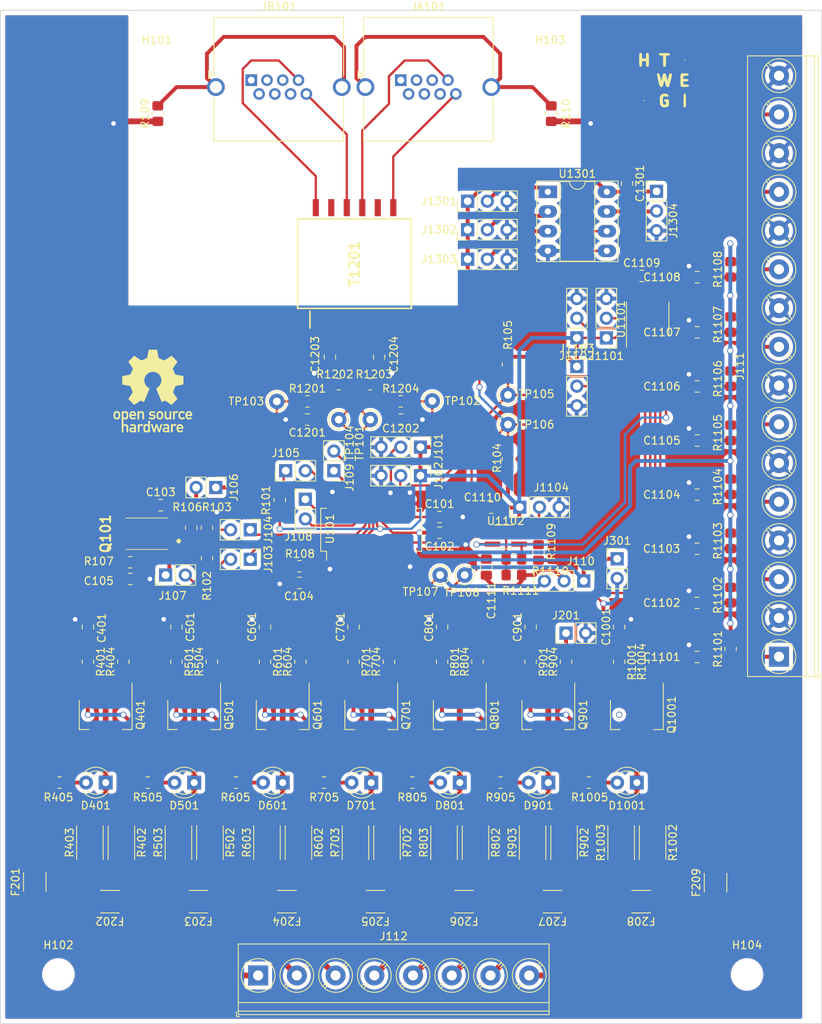
<source format=kicad_pcb>
(kicad_pcb (version 20171130) (host pcbnew 5.1.7-a382d34a8~87~ubuntu20.04.1)
  (title_block (title "Battery Monitoring Unit (BMU)") (date 2020-10-28) (rev 2.0) (company HTWG) (comment 1 EIB) (comment 2 "Yannick Pauly"))
  (layers (0 F.Cu signal) (31 B.Cu signal) (34 B.Paste user) (35 F.Paste user) (36 B.SilkS user) (37 F.SilkS user) (38 B.Mask user) (39 F.Mask user) (44 Edge.Cuts user))
  (net 0 "")
  (net 1 V_Reg)
  (net 2 /C_6)
  (net 3 /C_5)
  (net 4 /C_4)
  (net 5 /C_3)
  (net 6 /C_2)
  (net 7 /C_1)
  (net 8 /C_0)
  (net 9 "Net-(D401-Pad2)")
  (net 10 "Net-(D401-Pad1)")
  (net 11 "Net-(D501-Pad2)")
  (net 12 "Net-(D501-Pad1)")
  (net 13 "Net-(D601-Pad2)")
  (net 14 "Net-(D601-Pad1)")
  (net 15 "Net-(D701-Pad2)")
  (net 16 "Net-(D701-Pad1)")
  (net 17 "Net-(D801-Pad2)")
  (net 18 "Net-(D801-Pad1)")
  (net 19 "Net-(D901-Pad2)")
  (net 20 "Net-(D901-Pad1)")
  (net 21 "Net-(D1001-Pad2)")
  (net 22 "Net-(D1001-Pad1)")
  (net 23 /isoSPI/isoSPI_IN+_Header)
  (net 24 /isoSPI/isoSPI_IN-_Header)
  (net 25 "Net-(JA101-Pad3)")
  (net 26 "Net-(JA101-Pad4)")
  (net 27 "Net-(JA101-Pad5)")
  (net 28 "Net-(JA101-Pad6)")
  (net 29 /isoSPI/isoSPI_OUT+_Header)
  (net 30 /isoSPI/isoSPI_OUT-_Header)
  (net 31 "Net-(JB101-Pad3)")
  (net 32 "Net-(JB101-Pad4)")
  (net 33 "Net-(JB101-Pad5)")
  (net 34 "Net-(JB101-Pad6)")
  (net 35 "GPIO4_(SCL)")
  (net 36 "GPIO3_(SDA)")
  (net 37 "GPIO1_(ADC)")
  (net 38 /BalanceFuses/FusedCell_0)
  (net 39 /S_6)
  (net 40 /S_5)
  (net 41 /S_4)
  (net 42 /S_3)
  (net 43 /S_2)
  (net 44 /S_1)
  (net 45 /S_0)
  (net 46 isoSPI+_OUT)
  (net 47 isoSPI-_OUT)
  (net 48 ISOMD)
  (net 49 DTEN)
  (net 50 DRIVE)
  (net 51 WDT)
  (net 52 "GPIO2_(ADC)")
  (net 53 ICMP)
  (net 54 IBIAS)
  (net 55 "Net-(U101-Pad2)")
  (net 56 V_Ref1)
  (net 57 V_Ref2)
  (net 58 /NTC_0)
  (net 59 /NTC_1)
  (net 60 /NTC_2)
  (net 61 /NTC_3)
  (net 62 /NTC_4)
  (net 63 /NTC_5)
  (net 64 /NTC_6)
  (net 65 /NTC_7)
  (net 66 +BATT)
  (net 67 -BATT)
  (net 68 /MUX_I2C/A0)
  (net 69 /MUX_I2C/A1)
  (net 70 /MUX_I2C/~RESET)
  (net 71 /MUX_I2C/~SHDN)
  (net 72 "Net-(JA101-Pad1)")
  (net 73 "Net-(JA101-Pad2)")
  (net 74 "Net-(JB101-Pad1)")
  (net 75 "Net-(JB101-Pad2)")
  (net 76 "Net-(Q101-Pad3)")
  (net 77 "Net-(R1109-Pad1)")
  (net 78 "Net-(U1101-Pad8)")
  (net 79 Serial_MISO)
  (net 80 Serial_MOSI)
  (net 81 Serial_CLK)
  (net 82 Serial_~CS)
  (net 83 "Net-(C104-Pad2)")
  (net 84 /MUX_I2C/TempData)
  (net 85 /BalanceFuses/+FusedCell_6)
  (net 86 /BalanceFuses/+FusedCell_5)
  (net 87 /+Cell_5)
  (net 88 /BalanceFuses/+FusedCell_4)
  (net 89 /+Cell_4)
  (net 90 /BalanceFuses/+FusedCell_3)
  (net 91 /+Cell_3)
  (net 92 /BalanceFuses/+FusedCell_2)
  (net 93 /+Cell_2)
  (net 94 /BalanceFuses/+FusedCell_1)
  (net 95 /+Cell_1)
  (net 96 /BalanceFuses/+FusedCell_0)
  (net 97 /+Cell_0)
  (net 98 /sheet5FB9F446/A0)
  (net 99 /sheet5FB9F446/A1)
  (net 100 /sheet5FB9F446/A2)
  (net 101 /sheet5FB9F446/~ENABLE)
  (net 102 -BATT_Fused)
  (net 103 +BATT_Fused)
  (net 104 "Net-(JA101-PadSH)")
  (net 105 "Net-(JB101-PadSH)")
  (net 106 "Net-(C103-Pad2)")
  (net 107 "Net-(C1201-Pad1)")
  (net 108 "Net-(C1202-Pad1)")
  (net 109 "Net-(C1203-Pad1)")
  (net 110 "Net-(C1204-Pad2)")
  (net 111 "Net-(J103-Pad2)")
  (net 112 "Net-(J104-Pad2)")
  (net 113 "Net-(J105-Pad1)")
  (net 114 "Net-(J107-Pad1)")
  (net 115 "Net-(R1110-Pad1)")
  (net 116 "Net-(T1201-Pad11)")
  (net 117 "Net-(T1201-Pad8)")
  (module myLib:OpenSouceHardwareLOGO (layer F.Cu) (at 52.07 72.771)
    (fp_text reference G*** hide)
    (fp_text value LOGO hide)
  )
  (module myLib:HTWG_LOGO (layer F.Cu) (at 118.11 32.639)
    (fp_text reference G*** hide)
    (fp_text value LOGO hide)
  )
  (module Connector_RJ:RJ45_Amphenol_RJHSE5380 (layer F.Cu) (at 84.074 32.639)
    (fp_text reference JA101 (at 3.56 -9.5) (layer F.SilkS))
    (fp_text value RJ45)
    (pad SH thru_hole circle (at -4.57 0.89) (size 2.3 2.3) (drill 1.57) (layers *.Cu *.Mask) (net 104 "Net-(JA101-PadSH)"))
    (pad SH thru_hole circle (at 11.69 0.89) (size 2.3 2.3) (drill 1.57) (layers *.Cu *.Mask) (net 104 "Net-(JA101-PadSH)"))
    (pad "" np_thru_hole circle (at 9.91 -2.54) (size 3.25 3.25) (drill 3.25) (layers *.Cu *.Mask))
    (pad "" np_thru_hole circle (at -2.79 -2.54) (size 3.25 3.25) (drill 3.25) (layers *.Cu *.Mask))
    (pad 8 thru_hole circle (at 7.112 1.78) (size 1.5 1.5) (drill 0.89) (layers *.Cu *.Mask) (net 24 /isoSPI/isoSPI_IN-_Header))
    (pad 6 thru_hole circle (at 5.08 1.78) (size 1.5 1.5) (drill 0.89) (layers *.Cu *.Mask) (net 28 "Net-(JA101-Pad6)"))
    (pad 4 thru_hole circle (at 3.048 1.78) (size 1.5 1.5) (drill 0.89) (layers *.Cu *.Mask) (net 26 "Net-(JA101-Pad4)"))
    (pad 2 thru_hole circle (at 1.016 1.78) (size 1.5 1.5) (drill 0.89) (layers *.Cu *.Mask) (net 73 "Net-(JA101-Pad2)"))
    (pad 7 thru_hole circle (at 6.096 0) (size 1.5 1.5) (drill 0.89) (layers *.Cu *.Mask) (net 23 /isoSPI/isoSPI_IN+_Header))
    (pad 5 thru_hole circle (at 4.064 0) (size 1.5 1.5) (drill 0.89) (layers *.Cu *.Mask) (net 27 "Net-(JA101-Pad5)"))
    (pad 3 thru_hole circle (at 2.032 0) (size 1.5 1.5) (drill 0.89) (layers *.Cu *.Mask) (net 25 "Net-(JA101-Pad3)"))
    (pad 1 thru_hole rect (at 0 0) (size 1.5 1.5) (drill 0.89) (layers *.Cu *.Mask) (net 72 "Net-(JA101-Pad1)"))
  )
  (module Connector_RJ:RJ45_Amphenol_RJHSE5380 (layer F.Cu) (at 64.77 32.639)
    (fp_text reference JB101 (at 3.56 -9.5) (layer F.SilkS))
    (fp_text value RJ45)
    (pad SH thru_hole circle (at -4.57 0.89) (size 2.3 2.3) (drill 1.57) (layers *.Cu *.Mask) (net 105 "Net-(JB101-PadSH)"))
    (pad SH thru_hole circle (at 11.69 0.89) (size 2.3 2.3) (drill 1.57) (layers *.Cu *.Mask) (net 105 "Net-(JB101-PadSH)"))
    (pad "" np_thru_hole circle (at 9.91 -2.54) (size 3.25 3.25) (drill 3.25) (layers *.Cu *.Mask))
    (pad "" np_thru_hole circle (at -2.79 -2.54) (size 3.25 3.25) (drill 3.25) (layers *.Cu *.Mask))
    (pad 8 thru_hole circle (at 7.112 1.78) (size 1.5 1.5) (drill 0.89) (layers *.Cu *.Mask) (net 30 /isoSPI/isoSPI_OUT-_Header))
    (pad 6 thru_hole circle (at 5.08 1.78) (size 1.5 1.5) (drill 0.89) (layers *.Cu *.Mask) (net 34 "Net-(JB101-Pad6)"))
    (pad 4 thru_hole circle (at 3.048 1.78) (size 1.5 1.5) (drill 0.89) (layers *.Cu *.Mask) (net 32 "Net-(JB101-Pad4)"))
    (pad 2 thru_hole circle (at 1.016 1.78) (size 1.5 1.5) (drill 0.89) (layers *.Cu *.Mask) (net 75 "Net-(JB101-Pad2)"))
    (pad 7 thru_hole circle (at 6.096 0) (size 1.5 1.5) (drill 0.89) (layers *.Cu *.Mask) (net 29 /isoSPI/isoSPI_OUT+_Header))
    (pad 5 thru_hole circle (at 4.064 0) (size 1.5 1.5) (drill 0.89) (layers *.Cu *.Mask) (net 33 "Net-(JB101-Pad5)"))
    (pad 3 thru_hole circle (at 2.032 0) (size 1.5 1.5) (drill 0.89) (layers *.Cu *.Mask) (net 31 "Net-(JB101-Pad3)"))
    (pad 1 thru_hole rect (at 0 0) (size 1.5 1.5) (drill 0.89) (layers *.Cu *.Mask) (net 74 "Net-(JB101-Pad1)"))
  )
  (module Resistor_SMD:R_0805_2012Metric_Pad1.20x1.40mm_HandSolder (layer F.Cu) (at 103.505 36.957 90)
    (fp_text reference R110 (at 0 1.905 90) (layer F.SilkS))
    (fp_text value 0)
    (pad 2 smd roundrect (at 1 0 90) (size 1.2 1.4) (layers F.Cu F.Paste F.Mask) (roundrect_rratio 0.208333) (net 104 "Net-(JA101-PadSH)"))
    (pad 1 smd roundrect (at -1 0 90) (size 1.2 1.4) (layers F.Cu F.Paste F.Mask) (roundrect_rratio 0.208333) (net 102 -BATT_Fused))
  )
  (module Resistor_SMD:R_0805_2012Metric_Pad1.20x1.40mm_HandSolder (layer F.Cu) (at 52.705 36.957 90)
    (fp_text reference R109 (at 0 -1.65 90) (layer F.SilkS))
    (fp_text value 0)
    (pad 2 smd roundrect (at 1 0 90) (size 1.2 1.4) (layers F.Cu F.Paste F.Mask) (roundrect_rratio 0.208333) (net 105 "Net-(JB101-PadSH)"))
    (pad 1 smd roundrect (at -1 0 90) (size 1.2 1.4) (layers F.Cu F.Paste F.Mask) (roundrect_rratio 0.208333) (net 102 -BATT_Fused))
  )
  (module Connector_PinHeader_2.54mm:PinHeader_1x03_P2.54mm_Vertical (layer F.Cu) (at 92.71 48.26 90)
    (fp_text reference J1301 (at 0 -3.683 180) (layer F.SilkS))
    (fp_text value 3PinHeader)
    (pad 3 thru_hole oval (at 0 5.08 90) (size 1.7 1.7) (drill 1) (layers *.Cu *.Mask) (net 102 -BATT_Fused))
    (pad 2 thru_hole oval (at 0 2.54 90) (size 1.7 1.7) (drill 1) (layers *.Cu *.Mask) (net 98 /sheet5FB9F446/A0))
    (pad 1 thru_hole rect (at 0 0 90) (size 1.7 1.7) (drill 1) (layers *.Cu *.Mask) (net 1 V_Reg))
  )
  (module Connector_PinHeader_2.54mm:PinHeader_1x03_P2.54mm_Vertical (layer F.Cu) (at 92.71 51.943 90)
    (fp_text reference J1302 (at 0 -3.683 180) (layer F.SilkS))
    (fp_text value 3PinHeader)
    (pad 3 thru_hole oval (at 0 5.08 90) (size 1.7 1.7) (drill 1) (layers *.Cu *.Mask) (net 102 -BATT_Fused))
    (pad 2 thru_hole oval (at 0 2.54 90) (size 1.7 1.7) (drill 1) (layers *.Cu *.Mask) (net 99 /sheet5FB9F446/A1))
    (pad 1 thru_hole rect (at 0 0 90) (size 1.7 1.7) (drill 1) (layers *.Cu *.Mask) (net 1 V_Reg))
  )
  (module Connector_PinHeader_2.54mm:PinHeader_1x03_P2.54mm_Vertical (layer F.Cu) (at 92.71 55.753 90)
    (fp_text reference J1303 (at 0 -3.683 180) (layer F.SilkS))
    (fp_text value 3PinHeader)
    (pad 3 thru_hole oval (at 0 5.08 90) (size 1.7 1.7) (drill 1) (layers *.Cu *.Mask) (net 102 -BATT_Fused))
    (pad 2 thru_hole oval (at 0 2.54 90) (size 1.7 1.7) (drill 1) (layers *.Cu *.Mask) (net 100 /sheet5FB9F446/A2))
    (pad 1 thru_hole rect (at 0 0 90) (size 1.7 1.7) (drill 1) (layers *.Cu *.Mask) (net 1 V_Reg))
  )
  (module TerminalBlock_Phoenix:TerminalBlock_Phoenix_PT-1,5-16-5.0-H_1x16_P5.00mm_Horizontal (layer F.Cu) (at 132.9055 107.061 90)
    (fp_text reference J111 (at 37.5 -5.06 90) (layer F.SilkS))
    (fp_text value TerminalBlock)
    (pad 16 thru_hole circle (at 75 0 90) (size 2.6 2.6) (drill 1.3) (layers *.Cu *.Mask) (net 102 -BATT_Fused))
    (pad 15 thru_hole circle (at 70 0 90) (size 2.6 2.6) (drill 1.3) (layers *.Cu *.Mask) (net 65 /NTC_7))
    (pad 14 thru_hole circle (at 65 0 90) (size 2.6 2.6) (drill 1.3) (layers *.Cu *.Mask) (net 102 -BATT_Fused))
    (pad 13 thru_hole circle (at 60 0 90) (size 2.6 2.6) (drill 1.3) (layers *.Cu *.Mask) (net 64 /NTC_6))
    (pad 12 thru_hole circle (at 55 0 90) (size 2.6 2.6) (drill 1.3) (layers *.Cu *.Mask) (net 102 -BATT_Fused))
    (pad 11 thru_hole circle (at 50 0 90) (size 2.6 2.6) (drill 1.3) (layers *.Cu *.Mask) (net 63 /NTC_5))
    (pad 10 thru_hole circle (at 45 0 90) (size 2.6 2.6) (drill 1.3) (layers *.Cu *.Mask) (net 102 -BATT_Fused))
    (pad 9 thru_hole circle (at 40 0 90) (size 2.6 2.6) (drill 1.3) (layers *.Cu *.Mask) (net 62 /NTC_4))
    (pad 8 thru_hole circle (at 35 0 90) (size 2.6 2.6) (drill 1.3) (layers *.Cu *.Mask) (net 102 -BATT_Fused))
    (pad 7 thru_hole circle (at 30 0 90) (size 2.6 2.6) (drill 1.3) (layers *.Cu *.Mask) (net 61 /NTC_3))
    (pad 6 thru_hole circle (at 25 0 90) (size 2.6 2.6) (drill 1.3) (layers *.Cu *.Mask) (net 102 -BATT_Fused))
    (pad 5 thru_hole circle (at 20 0 90) (size 2.6 2.6) (drill 1.3) (layers *.Cu *.Mask) (net 60 /NTC_2))
    (pad 4 thru_hole circle (at 15 0 90) (size 2.6 2.6) (drill 1.3) (layers *.Cu *.Mask) (net 102 -BATT_Fused))
    (pad 3 thru_hole circle (at 10 0 90) (size 2.6 2.6) (drill 1.3) (layers *.Cu *.Mask) (net 59 /NTC_1))
    (pad 2 thru_hole circle (at 5 0 90) (size 2.6 2.6) (drill 1.3) (layers *.Cu *.Mask) (net 102 -BATT_Fused))
    (pad 1 thru_hole rect (at 0 0 90) (size 2.6 2.6) (drill 1.3) (layers *.Cu *.Mask) (net 58 /NTC_0))
  )
  (module Package_DIP:DIP-8_W7.62mm_Socket_LongPads (layer F.Cu) (at 103.0605 47.0535)
    (fp_text reference U1301 (at 3.81 -2.33) (layer F.SilkS))
    (fp_text value 24LC256)
    (pad 8 thru_hole oval (at 7.62 0) (size 2.4 1.6) (drill 0.8) (layers *.Cu *.Mask) (net 1 V_Reg))
    (pad 4 thru_hole oval (at 0 7.62) (size 2.4 1.6) (drill 0.8) (layers *.Cu *.Mask) (net 102 -BATT_Fused))
    (pad 7 thru_hole oval (at 7.62 2.54) (size 2.4 1.6) (drill 0.8) (layers *.Cu *.Mask) (net 101 /sheet5FB9F446/~ENABLE))
    (pad 3 thru_hole oval (at 0 5.08) (size 2.4 1.6) (drill 0.8) (layers *.Cu *.Mask) (net 100 /sheet5FB9F446/A2))
    (pad 6 thru_hole oval (at 7.62 5.08) (size 2.4 1.6) (drill 0.8) (layers *.Cu *.Mask) (net 36 "GPIO3_(SDA)"))
    (pad 2 thru_hole oval (at 0 2.54) (size 2.4 1.6) (drill 0.8) (layers *.Cu *.Mask) (net 99 /sheet5FB9F446/A1))
    (pad 5 thru_hole oval (at 7.62 7.62) (size 2.4 1.6) (drill 0.8) (layers *.Cu *.Mask) (net 35 "GPIO4_(SCL)"))
    (pad 1 thru_hole rect (at 0 0) (size 2.4 1.6) (drill 0.8) (layers *.Cu *.Mask) (net 98 /sheet5FB9F446/A0))
  )
  (module Resistor_SMD:R_0805_2012Metric_Pad1.20x1.40mm_HandSolder (layer F.Cu) (at 57.023 90.424 90)
    (fp_text reference R106 (at 2.667 -0.508 180) (layer F.SilkS))
    (fp_text value "1k, DNP")
    (pad 2 smd roundrect (at 1 0 90) (size 1.2 1.4) (layers F.Cu F.Paste F.Mask) (roundrect_rratio 0.208333) (net 102 -BATT_Fused))
    (pad 1 smd roundrect (at -1 0 90) (size 1.2 1.4) (layers F.Cu F.Paste F.Mask) (roundrect_rratio 0.208333) (net 114 "Net-(J107-Pad1)"))
  )
  (module Connector_PinHeader_2.54mm:PinHeader_1x03_P2.54mm_Vertical (layer F.Cu) (at 117.094 46.99)
    (fp_text reference J1304 (at 2.159 3.81 90) (layer F.SilkS))
    (fp_text value 3PinHeader)
    (pad 3 thru_hole oval (at 0 5.08) (size 1.7 1.7) (drill 1) (layers *.Cu *.Mask) (net 102 -BATT_Fused))
    (pad 2 thru_hole oval (at 0 2.54) (size 1.7 1.7) (drill 1) (layers *.Cu *.Mask) (net 101 /sheet5FB9F446/~ENABLE))
    (pad 1 thru_hole rect (at 0 0) (size 1.7 1.7) (drill 1) (layers *.Cu *.Mask) (net 1 V_Reg))
  )
  (module Connector_PinHeader_2.54mm:PinHeader_1x02_P2.54mm_Vertical (layer F.Cu) (at 112.014 94.4245)
    (fp_text reference J301 (at 0 -2.33) (layer F.SilkS))
    (fp_text value 2PinHeader)
    (pad 2 thru_hole oval (at 0 2.54) (size 1.7 1.7) (drill 1) (layers *.Cu *.Mask) (net 8 /C_0))
    (pad 1 thru_hole rect (at 0 0) (size 1.7 1.7) (drill 1) (layers *.Cu *.Mask) (net 37 "GPIO1_(ADC)"))
  )
  (module Connector_PinHeader_2.54mm:PinHeader_1x02_P2.54mm_Vertical (layer F.Cu) (at 105.41 104.013 90)
    (fp_text reference J201 (at 2.286 0 180) (layer F.SilkS))
    (fp_text value 2PinHeader)
    (pad 2 thru_hole oval (at 0 2.54 90) (size 1.7 1.7) (drill 1) (layers *.Cu *.Mask) (net 102 -BATT_Fused))
    (pad 1 thru_hole rect (at 0 0 90) (size 1.7 1.7) (drill 1) (layers *.Cu *.Mask) (net 96 /BalanceFuses/+FusedCell_0))
  )
  (module TerminalBlock_Phoenix:TerminalBlock_Phoenix_PT-1,5-8-5.0-H_1x08_P5.00mm_Horizontal (layer F.Cu) (at 65.659 148.209)
    (fp_text reference J112 (at 17.5 -5.06) (layer F.SilkS))
    (fp_text value Screw_Terminal_01x08)
    (pad 8 thru_hole circle (at 35 0) (size 2.6 2.6) (drill 1.3) (layers *.Cu *.Mask) (net 67 -BATT))
    (pad 7 thru_hole circle (at 30 0) (size 2.6 2.6) (drill 1.3) (layers *.Cu *.Mask) (net 97 /+Cell_0))
    (pad 6 thru_hole circle (at 25 0) (size 2.6 2.6) (drill 1.3) (layers *.Cu *.Mask) (net 95 /+Cell_1))
    (pad 5 thru_hole circle (at 20 0) (size 2.6 2.6) (drill 1.3) (layers *.Cu *.Mask) (net 93 /+Cell_2))
    (pad 4 thru_hole circle (at 15 0) (size 2.6 2.6) (drill 1.3) (layers *.Cu *.Mask) (net 91 /+Cell_3))
    (pad 3 thru_hole circle (at 10 0) (size 2.6 2.6) (drill 1.3) (layers *.Cu *.Mask) (net 89 /+Cell_4))
    (pad 2 thru_hole circle (at 5 0) (size 2.6 2.6) (drill 1.3) (layers *.Cu *.Mask) (net 87 /+Cell_5))
    (pad 1 thru_hole rect (at 0 0) (size 2.6 2.6) (drill 1.3) (layers *.Cu *.Mask) (net 66 +BATT))
  )
  (module Connector_PinHeader_2.54mm:PinHeader_1x03_P2.54mm_Vertical (layer F.Cu) (at 107.696 97.282 270)
    (fp_text reference J110 (at -2.54 0.381 180) (layer F.SilkS))
    (fp_text value 3PinHeader)
    (pad 3 thru_hole oval (at 0 5.08 270) (size 1.7 1.7) (drill 1) (layers *.Cu *.Mask) (net 52 "GPIO2_(ADC)"))
    (pad 2 thru_hole oval (at 0 2.54 270) (size 1.7 1.7) (drill 1) (layers *.Cu *.Mask) (net 84 /MUX_I2C/TempData))
    (pad 1 thru_hole rect (at 0 0 270) (size 1.7 1.7) (drill 1) (layers *.Cu *.Mask) (net 37 "GPIO1_(ADC)"))
  )
  (module Connector_PinHeader_2.54mm:PinHeader_1x02_P2.54mm_Vertical (layer F.Cu) (at 53.721 96.52 90)
    (fp_text reference J107 (at -2.667 0.889 180) (layer F.SilkS))
    (fp_text value 2PinHeader)
    (pad 2 thru_hole oval (at 0 2.54 90) (size 1.7 1.7) (drill 1) (layers *.Cu *.Mask) (net 50 DRIVE))
    (pad 1 thru_hole rect (at 0 0 90) (size 1.7 1.7) (drill 1) (layers *.Cu *.Mask) (net 114 "Net-(J107-Pad1)"))
  )
  (module Capacitor_SMD:C_0805_2012Metric_Pad1.18x1.45mm_HandSolder (layer F.Cu) (at 113.284 45.974 270)
    (fp_text reference C1301 (at 0 -1.68 90) (layer F.SilkS))
    (fp_text value 100nF)
    (pad 2 smd roundrect (at 1.0375 0 270) (size 1.175 1.45) (layers F.Cu F.Paste F.Mask) (roundrect_rratio 0.212766) (net 1 V_Reg))
    (pad 1 smd roundrect (at -1.0375 0 270) (size 1.175 1.45) (layers F.Cu F.Paste F.Mask) (roundrect_rratio 0.212766) (net 102 -BATT_Fused))
  )
  (module Capacitor_SMD:C_0805_2012Metric_Pad1.18x1.45mm_HandSolder (layer F.Cu) (at 95.758 87.8205 180)
    (fp_text reference C1110 (at 1.143 1.3335) (layer F.SilkS))
    (fp_text value 0.1u)
    (pad 2 smd roundrect (at 1.0375 0 180) (size 1.175 1.45) (layers F.Cu F.Paste F.Mask) (roundrect_rratio 0.212766) (net 102 -BATT_Fused))
    (pad 1 smd roundrect (at -1.0375 0 180) (size 1.175 1.45) (layers F.Cu F.Paste F.Mask) (roundrect_rratio 0.212766) (net 1 V_Reg))
  )
  (module Connector_PinHeader_2.54mm:PinHeader_1x02_P2.54mm_Vertical (layer F.Cu) (at 60.198 85.217 270)
    (fp_text reference J106 (at 0 -2.33 90) (layer F.SilkS))
    (fp_text value 2PinHeader)
    (pad 2 thru_hole oval (at 0 2.54 270) (size 1.7 1.7) (drill 1) (layers *.Cu *.Mask) (net 106 "Net-(C103-Pad2)"))
    (pad 1 thru_hole rect (at 0 0 270) (size 1.7 1.7) (drill 1) (layers *.Cu *.Mask) (net 1 V_Reg))
  )
  (module MountingHole:MountingHole_3.2mm_M3_DIN965 (layer F.Cu) (at 128.778 148.082)
    (fp_text reference H104 (at 0 -3.8) (layer F.SilkS))
    (fp_text value MountingHole)
    (pad 1 np_thru_hole circle (at 0 0) (size 3.2 3.2) (drill 3.2) (layers *.Cu *.Mask))
  )
  (module MountingHole:MountingHole_3.2mm_M3_DIN965 (layer F.Cu) (at 103.378 31.242)
    (fp_text reference H103 (at 0 -3.8) (layer F.SilkS))
    (fp_text value MountingHole)
    (pad 1 np_thru_hole circle (at 0 0) (size 3.2 3.2) (drill 3.2) (layers *.Cu *.Mask))
  )
  (module MountingHole:MountingHole_3.2mm_M3_DIN965 (layer F.Cu) (at 39.878 148.082)
    (fp_text reference H102 (at 0 -3.8) (layer F.SilkS))
    (fp_text value MountingHole)
    (pad 1 np_thru_hole circle (at 0 0) (size 3.2 3.2) (drill 3.2) (layers *.Cu *.Mask))
  )
  (module MountingHole:MountingHole_3.2mm_M3_DIN965 (layer F.Cu) (at 52.578 31.242)
    (fp_text reference H101 (at 0 -3.8) (layer F.SilkS))
    (fp_text value MountingHole)
    (pad 1 np_thru_hole circle (at 0 0) (size 3.2 3.2) (drill 3.2) (layers *.Cu *.Mask))
  )
  (module Connector_PinHeader_2.54mm:PinHeader_1x02_P2.54mm_Vertical (layer F.Cu) (at 75.438 83.058 180)
    (fp_text reference J109 (at -2.032 -0.889 90) (layer F.SilkS))
    (fp_text value 2PinHeader)
    (pad 2 thru_hole oval (at 0 2.54 180) (size 1.7 1.7) (drill 1) (layers *.Cu *.Mask) (net 80 Serial_MOSI))
    (pad 1 thru_hole rect (at 0 0 180) (size 1.7 1.7) (drill 1) (layers *.Cu *.Mask) (net 81 Serial_CLK))
  )
  (module Connector_PinHeader_2.54mm:PinHeader_1x02_P2.54mm_Vertical (layer F.Cu) (at 71.755 86.741)
    (fp_text reference J108 (at -0.889 4.826) (layer F.SilkS))
    (fp_text value 2PinHeader)
    (pad 2 thru_hole oval (at 0 2.54) (size 1.7 1.7) (drill 1) (layers *.Cu *.Mask) (net 82 Serial_~CS))
    (pad 1 thru_hole rect (at 0 0) (size 1.7 1.7) (drill 1) (layers *.Cu *.Mask) (net 79 Serial_MISO))
  )
  (module Connector_PinHeader_2.54mm:PinHeader_1x02_P2.54mm_Vertical (layer F.Cu) (at 69.215 83.058 90)
    (fp_text reference J105 (at 2.286 0 180) (layer F.SilkS))
    (fp_text value 2PinHeader)
    (pad 2 thru_hole oval (at 0 2.54 90) (size 1.7 1.7) (drill 1) (layers *.Cu *.Mask) (net 51 WDT))
    (pad 1 thru_hole rect (at 0 0 90) (size 1.7 1.7) (drill 1) (layers *.Cu *.Mask) (net 113 "Net-(J105-Pad1)"))
  )
  (module Resistor_SMD:R_0805_2012Metric_Pad1.20x1.40mm_HandSolder (layer F.Cu) (at 76.073 71.882)
    (fp_text reference R1202 (at -0.508 -1.27) (layer F.SilkS))
    (fp_text value 49.9)
    (pad 2 smd roundrect (at 1 0) (size 1.2 1.4) (layers F.Cu F.Paste F.Mask) (roundrect_rratio 0.208333) (net 47 isoSPI-_OUT))
    (pad 1 smd roundrect (at -1 0) (size 1.2 1.4) (layers F.Cu F.Paste F.Mask) (roundrect_rratio 0.208333) (net 107 "Net-(C1201-Pad1)"))
  )
  (module Connector_Pin:Pin_D1.0mm_L10.0mm (layer F.Cu) (at 76.073 76.454 90)
    (fp_text reference TP104 (at -3.048 1.397 90) (layer F.SilkS))
    (fp_text value TestPoint)
    (pad 1 thru_hole circle (at 0 0 90) (size 2 2) (drill 1) (layers *.Cu *.Mask) (net 47 isoSPI-_OUT))
  )
  (module Connector_Pin:Pin_D1.0mm_L10.0mm (layer F.Cu) (at 68.072 74.1045 90)
    (fp_text reference TP103 (at 0 -3.937 180) (layer F.SilkS))
    (fp_text value TestPoint)
    (pad 1 thru_hole circle (at 0 0 90) (size 2 2) (drill 1) (layers *.Cu *.Mask) (net 46 isoSPI+_OUT))
  )
  (module Connector_Pin:Pin_D1.0mm_L10.0mm (layer F.Cu) (at 88.138 74.041 90)
    (fp_text reference TP102 (at 0 3.937 180) (layer F.SilkS))
    (fp_text value TestPoint)
    (pad 1 thru_hole circle (at 0 0 90) (size 2 2) (drill 1) (layers *.Cu *.Mask) (net 82 Serial_~CS))
  )
  (module Connector_Pin:Pin_D1.0mm_L10.0mm (layer F.Cu) (at 80.137 76.454 90)
    (fp_text reference TP101 (at -3.048 -1.397 90) (layer F.SilkS))
    (fp_text value TestPoint)
    (pad 1 thru_hole circle (at 0 0 90) (size 2 2) (drill 1) (layers *.Cu *.Mask) (net 79 Serial_MISO))
  )
  (module HM2112ZNL:SOP200P1543X320-12N (layer F.Cu) (at 78.105 56.3245 90)
    (fp_text reference T1201 (at 0 0 90) (layer F.SilkS) (effects (font (size 1.27 1.27) (thickness 0.254))))
    (fp_text value HM2112ZNL hide)
    (pad 12 smd rect (at 7.225 -5 180) (size 0.8 2.2) (layers F.Cu F.Paste F.Mask) (net 29 /isoSPI/isoSPI_OUT+_Header))
    (pad 11 smd rect (at 7.225 -3 180) (size 0.8 2.2) (layers F.Cu F.Paste F.Mask) (net 116 "Net-(T1201-Pad11)"))
    (pad 10 smd rect (at 7.225 -1 180) (size 0.8 2.2) (layers F.Cu F.Paste F.Mask) (net 30 /isoSPI/isoSPI_OUT-_Header))
    (pad 9 smd rect (at 7.225 1 180) (size 0.8 2.2) (layers F.Cu F.Paste F.Mask) (net 23 /isoSPI/isoSPI_IN+_Header))
    (pad 8 smd rect (at 7.225 3 180) (size 0.8 2.2) (layers F.Cu F.Paste F.Mask) (net 117 "Net-(T1201-Pad8)"))
    (pad 7 smd rect (at 7.225 5 180) (size 0.8 2.2) (layers F.Cu F.Paste F.Mask) (net 24 /isoSPI/isoSPI_IN-_Header))
    (pad 6 smd rect (at -7.225 5 180) (size 0.8 2.2) (layers F.Cu F.Paste F.Mask) (net 82 Serial_~CS))
    (pad 5 smd rect (at -7.225 3 180) (size 0.8 2.2) (layers F.Cu F.Paste F.Mask) (net 110 "Net-(C1204-Pad2)"))
    (pad 4 smd rect (at -7.225 1 180) (size 0.8 2.2) (layers F.Cu F.Paste F.Mask) (net 79 Serial_MISO))
    (pad 3 smd rect (at -7.225 -1 180) (size 0.8 2.2) (layers F.Cu F.Paste F.Mask) (net 47 isoSPI-_OUT))
    (pad 2 smd rect (at -7.225 -3 180) (size 0.8 2.2) (layers F.Cu F.Paste F.Mask) (net 109 "Net-(C1203-Pad1)"))
    (pad 1 smd rect (at -7.225 -5 180) (size 0.8 2.2) (layers F.Cu F.Paste F.Mask) (net 46 isoSPI+_OUT))
  )
  (module Resistor_SMD:R_0805_2012Metric_Pad1.20x1.40mm_HandSolder (layer F.Cu) (at 84.074 74.1045)
    (fp_text reference R1204 (at 0 -1.65) (layer F.SilkS))
    (fp_text value 49.9)
    (pad 2 smd roundrect (at 1 0) (size 1.2 1.4) (layers F.Cu F.Paste F.Mask) (roundrect_rratio 0.208333) (net 82 Serial_~CS))
    (pad 1 smd roundrect (at -1 0) (size 1.2 1.4) (layers F.Cu F.Paste F.Mask) (roundrect_rratio 0.208333) (net 108 "Net-(C1202-Pad1)"))
  )
  (module Resistor_SMD:R_0805_2012Metric_Pad1.20x1.40mm_HandSolder (layer F.Cu) (at 80.121 71.882)
    (fp_text reference R1203 (at 0.524 -1.27) (layer F.SilkS))
    (fp_text value 49.9)
    (pad 2 smd roundrect (at 1 0) (size 1.2 1.4) (layers F.Cu F.Paste F.Mask) (roundrect_rratio 0.208333) (net 108 "Net-(C1202-Pad1)"))
    (pad 1 smd roundrect (at -1 0) (size 1.2 1.4) (layers F.Cu F.Paste F.Mask) (roundrect_rratio 0.208333) (net 79 Serial_MISO))
  )
  (module Resistor_SMD:R_0805_2012Metric_Pad1.20x1.40mm_HandSolder (layer F.Cu) (at 72.025 74.1045)
    (fp_text reference R1201 (at 0 -1.65) (layer F.SilkS))
    (fp_text value 49.9)
    (pad 2 smd roundrect (at 1 0) (size 1.2 1.4) (layers F.Cu F.Paste F.Mask) (roundrect_rratio 0.208333) (net 107 "Net-(C1201-Pad1)"))
    (pad 1 smd roundrect (at -1 0) (size 1.2 1.4) (layers F.Cu F.Paste F.Mask) (roundrect_rratio 0.208333) (net 46 isoSPI+_OUT))
  )
  (module Capacitor_SMD:C_0805_2012Metric_Pad1.18x1.45mm_HandSolder (layer F.Cu) (at 81.28 68.3895 90)
    (fp_text reference C1204 (at 0.3175 1.905 90) (layer F.SilkS))
    (fp_text value 10nF)
    (pad 2 smd roundrect (at 1.0375 0 90) (size 1.175 1.45) (layers F.Cu F.Paste F.Mask) (roundrect_rratio 0.212766) (net 110 "Net-(C1204-Pad2)"))
    (pad 1 smd roundrect (at -1.0375 0 90) (size 1.175 1.45) (layers F.Cu F.Paste F.Mask) (roundrect_rratio 0.212766) (net 102 -BATT_Fused))
  )
  (module Capacitor_SMD:C_0805_2012Metric_Pad1.18x1.45mm_HandSolder (layer F.Cu) (at 74.93 68.3895 270)
    (fp_text reference C1203 (at -0.3175 1.905 90) (layer F.SilkS))
    (fp_text value 10nF)
    (pad 2 smd roundrect (at 1.0375 0 270) (size 1.175 1.45) (layers F.Cu F.Paste F.Mask) (roundrect_rratio 0.212766) (net 102 -BATT_Fused))
    (pad 1 smd roundrect (at -1.0375 0 270) (size 1.175 1.45) (layers F.Cu F.Paste F.Mask) (roundrect_rratio 0.212766) (net 109 "Net-(C1203-Pad1)"))
  )
  (module Capacitor_SMD:C_0805_2012Metric_Pad1.18x1.45mm_HandSolder (layer F.Cu) (at 84.074 76.454)
    (fp_text reference C1202 (at 0 1.143) (layer F.SilkS))
    (fp_text value 10nF)
    (pad 2 smd roundrect (at 1.0375 0) (size 1.175 1.45) (layers F.Cu F.Paste F.Mask) (roundrect_rratio 0.212766) (net 102 -BATT_Fused))
    (pad 1 smd roundrect (at -1.0375 0) (size 1.175 1.45) (layers F.Cu F.Paste F.Mask) (roundrect_rratio 0.212766) (net 108 "Net-(C1202-Pad1)"))
  )
  (module Capacitor_SMD:C_0805_2012Metric_Pad1.18x1.45mm_HandSolder (layer F.Cu) (at 72.009 76.454 180)
    (fp_text reference C1201 (at 0 -1.68) (layer F.SilkS))
    (fp_text value 10nF)
    (pad 2 smd roundrect (at 1.0375 0 180) (size 1.175 1.45) (layers F.Cu F.Paste F.Mask) (roundrect_rratio 0.212766) (net 102 -BATT_Fused))
    (pad 1 smd roundrect (at -1.0375 0 180) (size 1.175 1.45) (layers F.Cu F.Paste F.Mask) (roundrect_rratio 0.212766) (net 107 "Net-(C1201-Pad1)"))
  )
  (module Capacitor_SMD:C_0805_2012Metric_Pad1.18x1.45mm_HandSolder (layer F.Cu) (at 43.688 103.2295 90)
    (fp_text reference C401 (at -0.127 1.778 90) (layer F.SilkS))
    (fp_text value 10nF/30V)
    (pad 2 smd roundrect (at 1.0375 0 90) (size 1.175 1.45) (layers F.Cu F.Paste F.Mask) (roundrect_rratio 0.212766) (net 102 -BATT_Fused))
    (pad 1 smd roundrect (at -1.0375 0 90) (size 1.175 1.45) (layers F.Cu F.Paste F.Mask) (roundrect_rratio 0.212766) (net 2 /C_6))
  )
  (module Package_TO_SOT_SMD:SOT-223-3_TabPin2 (layer F.Cu) (at 45.974 114.554 270)
    (fp_text reference Q401 (at 0 -4.5 90) (layer F.SilkS))
    (fp_text value PZT2222A)
    (pad 1 smd rect (at -3.15 -2.3 270) (size 2 1.5) (layers F.Cu F.Paste F.Mask) (net 39 /S_6))
    (pad 3 smd rect (at -3.15 2.3 270) (size 2 1.5) (layers F.Cu F.Paste F.Mask) (net 86 /BalanceFuses/+FusedCell_5))
    (pad 2 smd rect (at -3.15 0 270) (size 2 1.5) (layers F.Cu F.Paste F.Mask) (net 10 "Net-(D401-Pad1)"))
    (pad 2 smd rect (at 3.15 0 270) (size 2 3.8) (layers F.Cu F.Paste F.Mask) (net 10 "Net-(D401-Pad1)"))
  )
  (module Resistor_SMD:R_0805_2012Metric_Pad1.20x1.40mm_HandSolder (layer F.Cu) (at 43.688 107.712 270)
    (fp_text reference R401 (at 0 -1.65 90) (layer F.SilkS))
    (fp_text value 100)
    (pad 2 smd roundrect (at 1 0 270) (size 1.2 1.4) (layers F.Cu F.Paste F.Mask) (roundrect_rratio 0.208333) (net 86 /BalanceFuses/+FusedCell_5))
    (pad 1 smd roundrect (at -1 0 270) (size 1.2 1.4) (layers F.Cu F.Paste F.Mask) (roundrect_rratio 0.208333) (net 2 /C_6))
  )
  (module Resistor_SMD:R_2512_6332Metric_Pad1.40x3.35mm_HandSolder (layer F.Cu) (at 55.372 131.064 90)
    (fp_text reference R503 (at 0 -2.62 90) (layer F.SilkS))
    (fp_text value 100)
    (pad 2 smd roundrect (at 3.05 0 90) (size 1.4 3.35) (layers F.Cu F.Paste F.Mask) (roundrect_rratio 0.178571) (net 12 "Net-(D501-Pad1)"))
    (pad 1 smd roundrect (at -3.05 0 90) (size 1.4 3.35) (layers F.Cu F.Paste F.Mask) (roundrect_rratio 0.178571) (net 86 /BalanceFuses/+FusedCell_5))
  )
  (module Resistor_SMD:R_2512_6332Metric_Pad1.40x3.35mm_HandSolder (layer F.Cu) (at 59.436 131.064 270)
    (fp_text reference R502 (at 0 -2.62 90) (layer F.SilkS))
    (fp_text value 100)
    (pad 2 smd roundrect (at 3.05 0 270) (size 1.4 3.35) (layers F.Cu F.Paste F.Mask) (roundrect_rratio 0.178571) (net 86 /BalanceFuses/+FusedCell_5))
    (pad 1 smd roundrect (at -3.05 0 270) (size 1.4 3.35) (layers F.Cu F.Paste F.Mask) (roundrect_rratio 0.178571) (net 12 "Net-(D501-Pad1)"))
  )
  (module Resistor_SMD:R_0805_2012Metric_Pad1.20x1.40mm_HandSolder (layer F.Cu) (at 48.26 107.712 90)
    (fp_text reference R404 (at 0 -1.65 90) (layer F.SilkS))
    (fp_text value 1k)
    (pad 2 smd roundrect (at 1 0 90) (size 1.2 1.4) (layers F.Cu F.Paste F.Mask) (roundrect_rratio 0.208333) (net 86 /BalanceFuses/+FusedCell_5))
    (pad 1 smd roundrect (at -1 0 90) (size 1.2 1.4) (layers F.Cu F.Paste F.Mask) (roundrect_rratio 0.208333) (net 39 /S_6))
  )
  (module Resistor_SMD:R_0805_2012Metric_Pad1.20x1.40mm_HandSolder (layer F.Cu) (at 59.055 94.361 270)
    (fp_text reference R102 (at 3.556 0 90) (layer F.SilkS))
    (fp_text value 1k)
    (pad 2 smd roundrect (at 1 0 270) (size 1.2 1.4) (layers F.Cu F.Paste F.Mask) (roundrect_rratio 0.208333) (net 111 "Net-(J103-Pad2)"))
    (pad 1 smd roundrect (at -1 0 270) (size 1.2 1.4) (layers F.Cu F.Paste F.Mask) (roundrect_rratio 0.208333) (net 112 "Net-(J104-Pad2)"))
  )
  (module Resistor_SMD:R_0805_2012Metric_Pad1.20x1.40mm_HandSolder (layer F.Cu) (at 59.055 90.424 270)
    (fp_text reference R103 (at -2.667 -1.27 180) (layer F.SilkS))
    (fp_text value 1k)
    (pad 2 smd roundrect (at 1 0 270) (size 1.2 1.4) (layers F.Cu F.Paste F.Mask) (roundrect_rratio 0.208333) (net 112 "Net-(J104-Pad2)"))
    (pad 1 smd roundrect (at -1 0 270) (size 1.2 1.4) (layers F.Cu F.Paste F.Mask) (roundrect_rratio 0.208333) (net 102 -BATT_Fused))
  )
  (module Connector_PinHeader_2.54mm:PinHeader_1x02_P2.54mm_Vertical (layer F.Cu) (at 64.643 94.488 270)
    (fp_text reference J103 (at 0 -2.33 90) (layer F.SilkS))
    (fp_text value 2PinHeader)
    (pad 2 thru_hole oval (at 0 2.54 270) (size 1.7 1.7) (drill 1) (layers *.Cu *.Mask) (net 111 "Net-(J103-Pad2)"))
    (pad 1 thru_hole rect (at 0 0 270) (size 1.7 1.7) (drill 1) (layers *.Cu *.Mask) (net 54 IBIAS))
  )
  (module Connector_PinHeader_2.54mm:PinHeader_1x02_P2.54mm_Vertical (layer F.Cu) (at 64.643 90.678 270)
    (fp_text reference J104 (at 0 -2.33 90) (layer F.SilkS))
    (fp_text value 2PinHeader)
    (pad 2 thru_hole oval (at 0 2.54 270) (size 1.7 1.7) (drill 1) (layers *.Cu *.Mask) (net 112 "Net-(J104-Pad2)"))
    (pad 1 thru_hole rect (at 0 0 270) (size 1.7 1.7) (drill 1) (layers *.Cu *.Mask) (net 53 ICMP))
  )
  (module Package_TO_SOT_SMD:SOT-223-3_TabPin2 (layer F.Cu) (at 114.554 114.554 270)
    (fp_text reference Q1001 (at 0 -4.5 90) (layer F.SilkS))
    (fp_text value PZT2222A)
    (pad 1 smd rect (at -3.15 -2.3 270) (size 2 1.5) (layers F.Cu F.Paste F.Mask) (net 45 /S_0))
    (pad 3 smd rect (at -3.15 2.3 270) (size 2 1.5) (layers F.Cu F.Paste F.Mask) (net 102 -BATT_Fused))
    (pad 2 smd rect (at -3.15 0 270) (size 2 1.5) (layers F.Cu F.Paste F.Mask) (net 22 "Net-(D1001-Pad1)"))
    (pad 2 smd rect (at 3.15 0 270) (size 2 3.8) (layers F.Cu F.Paste F.Mask) (net 22 "Net-(D1001-Pad1)"))
  )
  (module Package_TO_SOT_SMD:SOT-223-3_TabPin2 (layer F.Cu) (at 103.124 114.554 270)
    (fp_text reference Q901 (at 0 -4.5 90) (layer F.SilkS))
    (fp_text value PZT2222A)
    (pad 1 smd rect (at -3.15 -2.3 270) (size 2 1.5) (layers F.Cu F.Paste F.Mask) (net 44 /S_1))
    (pad 3 smd rect (at -3.15 2.3 270) (size 2 1.5) (layers F.Cu F.Paste F.Mask) (net 96 /BalanceFuses/+FusedCell_0))
    (pad 2 smd rect (at -3.15 0 270) (size 2 1.5) (layers F.Cu F.Paste F.Mask) (net 20 "Net-(D901-Pad1)"))
    (pad 2 smd rect (at 3.15 0 270) (size 2 3.8) (layers F.Cu F.Paste F.Mask) (net 20 "Net-(D901-Pad1)"))
  )
  (module Package_TO_SOT_SMD:SOT-223-3_TabPin2 (layer F.Cu) (at 91.694 114.554 270)
    (fp_text reference Q801 (at 0 -4.5 90) (layer F.SilkS))
    (fp_text value PZT2222A)
    (pad 1 smd rect (at -3.15 -2.3 270) (size 2 1.5) (layers F.Cu F.Paste F.Mask) (net 43 /S_2))
    (pad 3 smd rect (at -3.15 2.3 270) (size 2 1.5) (layers F.Cu F.Paste F.Mask) (net 94 /BalanceFuses/+FusedCell_1))
    (pad 2 smd rect (at -3.15 0 270) (size 2 1.5) (layers F.Cu F.Paste F.Mask) (net 18 "Net-(D801-Pad1)"))
    (pad 2 smd rect (at 3.15 0 270) (size 2 3.8) (layers F.Cu F.Paste F.Mask) (net 18 "Net-(D801-Pad1)"))
  )
  (module Package_TO_SOT_SMD:SOT-223-3_TabPin2 (layer F.Cu) (at 80.264 114.554 270)
    (fp_text reference Q701 (at 0 -4.5 90) (layer F.SilkS))
    (fp_text value PZT2222A)
    (pad 1 smd rect (at -3.15 -2.3 270) (size 2 1.5) (layers F.Cu F.Paste F.Mask) (net 42 /S_3))
    (pad 3 smd rect (at -3.15 2.3 270) (size 2 1.5) (layers F.Cu F.Paste F.Mask) (net 92 /BalanceFuses/+FusedCell_2))
    (pad 2 smd rect (at -3.15 0 270) (size 2 1.5) (layers F.Cu F.Paste F.Mask) (net 16 "Net-(D701-Pad1)"))
    (pad 2 smd rect (at 3.15 0 270) (size 2 3.8) (layers F.Cu F.Paste F.Mask) (net 16 "Net-(D701-Pad1)"))
  )
  (module Package_TO_SOT_SMD:SOT-223-3_TabPin2 (layer F.Cu) (at 68.834 114.554 270)
    (fp_text reference Q601 (at 0 -4.5 90) (layer F.SilkS))
    (fp_text value PZT2222A)
    (pad 1 smd rect (at -3.15 -2.3 270) (size 2 1.5) (layers F.Cu F.Paste F.Mask) (net 41 /S_4))
    (pad 3 smd rect (at -3.15 2.3 270) (size 2 1.5) (layers F.Cu F.Paste F.Mask) (net 90 /BalanceFuses/+FusedCell_3))
    (pad 2 smd rect (at -3.15 0 270) (size 2 1.5) (layers F.Cu F.Paste F.Mask) (net 14 "Net-(D601-Pad1)"))
    (pad 2 smd rect (at 3.15 0 270) (size 2 3.8) (layers F.Cu F.Paste F.Mask) (net 14 "Net-(D601-Pad1)"))
  )
  (module Package_TO_SOT_SMD:SOT-223-3_TabPin2 (layer F.Cu) (at 57.404 114.554 270)
    (fp_text reference Q501 (at 0 -4.5 90) (layer F.SilkS))
    (fp_text value PZT2222A)
    (pad 1 smd rect (at -3.15 -2.3 270) (size 2 1.5) (layers F.Cu F.Paste F.Mask) (net 40 /S_5))
    (pad 3 smd rect (at -3.15 2.3 270) (size 2 1.5) (layers F.Cu F.Paste F.Mask) (net 88 /BalanceFuses/+FusedCell_4))
    (pad 2 smd rect (at -3.15 0 270) (size 2 1.5) (layers F.Cu F.Paste F.Mask) (net 12 "Net-(D501-Pad1)"))
    (pad 2 smd rect (at 3.15 0 270) (size 2 3.8) (layers F.Cu F.Paste F.Mask) (net 12 "Net-(D501-Pad1)"))
  )
  (module Connector_PinHeader_2.54mm:PinHeader_1x03_P2.54mm_Vertical (layer F.Cu) (at 99.441 87.757 90)
    (fp_text reference J1104 (at 2.54 4.064 180) (layer F.SilkS))
    (fp_text value 3PinHeader)
    (pad 1 thru_hole rect (at 0 0 90) (size 1.7 1.7) (drill 1) (layers *.Cu *.Mask) (net 1 V_Reg))
    (pad 2 thru_hole oval (at 0 2.54 90) (size 1.7 1.7) (drill 1) (layers *.Cu *.Mask) (net 71 /MUX_I2C/~SHDN))
    (pad 3 thru_hole oval (at 0 5.08 90) (size 1.7 1.7) (drill 1) (layers *.Cu *.Mask) (net 102 -BATT_Fused))
  )
  (module Connector_PinHeader_2.54mm:PinHeader_1x03_P2.54mm_Vertical (layer F.Cu) (at 106.807 69.596)
    (fp_text reference J1103 (at 0 -2.33) (layer F.SilkS))
    (fp_text value 3PinHeader)
    (pad 3 thru_hole oval (at 0 5.08) (size 1.7 1.7) (drill 1) (layers *.Cu *.Mask) (net 102 -BATT_Fused))
    (pad 2 thru_hole oval (at 0 2.54) (size 1.7 1.7) (drill 1) (layers *.Cu *.Mask) (net 70 /MUX_I2C/~RESET))
    (pad 1 thru_hole rect (at 0 0) (size 1.7 1.7) (drill 1) (layers *.Cu *.Mask) (net 1 V_Reg))
  )
  (module Connector_PinHeader_2.54mm:PinHeader_1x03_P2.54mm_Vertical (layer F.Cu) (at 106.807 65.913 180)
    (fp_text reference J1102 (at 0 -2.33) (layer F.SilkS))
    (fp_text value 3PinHeader)
    (pad 3 thru_hole oval (at 0 5.08 180) (size 1.7 1.7) (drill 1) (layers *.Cu *.Mask) (net 102 -BATT_Fused))
    (pad 2 thru_hole oval (at 0 2.54 180) (size 1.7 1.7) (drill 1) (layers *.Cu *.Mask) (net 69 /MUX_I2C/A1))
    (pad 1 thru_hole rect (at 0 0 180) (size 1.7 1.7) (drill 1) (layers *.Cu *.Mask) (net 1 V_Reg))
  )
  (module Connector_PinHeader_2.54mm:PinHeader_1x03_P2.54mm_Vertical (layer F.Cu) (at 110.617 65.913 180)
    (fp_text reference J1101 (at 0 -2.33) (layer F.SilkS))
    (fp_text value 3PinHeader)
    (pad 3 thru_hole oval (at 0 5.08 180) (size 1.7 1.7) (drill 1) (layers *.Cu *.Mask) (net 102 -BATT_Fused))
    (pad 2 thru_hole oval (at 0 2.54 180) (size 1.7 1.7) (drill 1) (layers *.Cu *.Mask) (net 68 /MUX_I2C/A0))
    (pad 1 thru_hole rect (at 0 0 180) (size 1.7 1.7) (drill 1) (layers *.Cu *.Mask) (net 1 V_Reg))
  )
  (module Connector_PinHeader_2.54mm:PinHeader_1x03_P2.54mm_Vertical (layer F.Cu) (at 86.614 83.693 270)
    (fp_text reference J102 (at 0 -2.33 90) (layer F.SilkS))
    (fp_text value 3PinHeader)
    (pad 3 thru_hole oval (at 0 5.08 270) (size 1.7 1.7) (drill 1) (layers *.Cu *.Mask) (net 102 -BATT_Fused))
    (pad 2 thru_hole oval (at 0 2.54 270) (size 1.7 1.7) (drill 1) (layers *.Cu *.Mask) (net 49 DTEN))
    (pad 1 thru_hole rect (at 0 0 270) (size 1.7 1.7) (drill 1) (layers *.Cu *.Mask) (net 1 V_Reg))
  )
  (module Connector_PinHeader_2.54mm:PinHeader_1x03_P2.54mm_Vertical (layer F.Cu) (at 86.614 80.01 270)
    (fp_text reference J101 (at 0 -2.33 90) (layer F.SilkS))
    (fp_text value 3PinHeader)
    (pad 3 thru_hole oval (at 0 5.08 270) (size 1.7 1.7) (drill 1) (layers *.Cu *.Mask) (net 102 -BATT_Fused))
    (pad 2 thru_hole oval (at 0 2.54 270) (size 1.7 1.7) (drill 1) (layers *.Cu *.Mask) (net 48 ISOMD))
    (pad 1 thru_hole rect (at 0 0 270) (size 1.7 1.7) (drill 1) (layers *.Cu *.Mask) (net 1 V_Reg))
  )
  (module Fuse:Fuse_Littelfuse-NANO2-451_453 (layer F.Cu) (at 124.714 136.229 90)
    (fp_text reference F209 (at 0 -2.5 90 unlocked) (layer F.SilkS))
    (fp_text value Fuse_0.5A)
    (pad 2 smd rect (at 2.455 0 90) (size 1.96 3.15) (layers F.Cu F.Paste F.Mask) (net 102 -BATT_Fused))
    (pad 1 smd rect (at -2.455 0 90) (size 1.96 3.15) (layers F.Cu F.Paste F.Mask) (net 67 -BATT))
  )
  (module Fuse:Fuse_Littelfuse-NANO2-451_453 (layer F.Cu) (at 115.104 138.684 180)
    (fp_text reference F208 (at 0 -2.5 180 unlocked) (layer F.SilkS))
    (fp_text value Fuse_0.25A)
    (pad 2 smd rect (at 2.455 0 180) (size 1.96 3.15) (layers F.Cu F.Paste F.Mask) (net 96 /BalanceFuses/+FusedCell_0))
    (pad 1 smd rect (at -2.455 0 180) (size 1.96 3.15) (layers F.Cu F.Paste F.Mask) (net 97 /+Cell_0))
  )
  (module Fuse:Fuse_Littelfuse-NANO2-451_453 (layer F.Cu) (at 103.674 138.684 180)
    (fp_text reference F207 (at 0 -2.5 180 unlocked) (layer F.SilkS))
    (fp_text value Fuse_0.25A)
    (pad 2 smd rect (at 2.455 0 180) (size 1.96 3.15) (layers F.Cu F.Paste F.Mask) (net 94 /BalanceFuses/+FusedCell_1))
    (pad 1 smd rect (at -2.455 0 180) (size 1.96 3.15) (layers F.Cu F.Paste F.Mask) (net 95 /+Cell_1))
  )
  (module Fuse:Fuse_Littelfuse-NANO2-451_453 (layer F.Cu) (at 92.244 138.684 180)
    (fp_text reference F206 (at 0 -2.5 180 unlocked) (layer F.SilkS))
    (fp_text value Fuse_0.25A)
    (pad 2 smd rect (at 2.455 0 180) (size 1.96 3.15) (layers F.Cu F.Paste F.Mask) (net 92 /BalanceFuses/+FusedCell_2))
    (pad 1 smd rect (at -2.455 0 180) (size 1.96 3.15) (layers F.Cu F.Paste F.Mask) (net 93 /+Cell_2))
  )
  (module Fuse:Fuse_Littelfuse-NANO2-451_453 (layer F.Cu) (at 80.814 138.684 180)
    (fp_text reference F205 (at 0 -2.5 180 unlocked) (layer F.SilkS))
    (fp_text value Fuse_0.25A)
    (pad 2 smd rect (at 2.455 0 180) (size 1.96 3.15) (layers F.Cu F.Paste F.Mask) (net 90 /BalanceFuses/+FusedCell_3))
    (pad 1 smd rect (at -2.455 0 180) (size 1.96 3.15) (layers F.Cu F.Paste F.Mask) (net 91 /+Cell_3))
  )
  (module Fuse:Fuse_Littelfuse-NANO2-451_453 (layer F.Cu) (at 69.384 138.684 180)
    (fp_text reference F204 (at 0 -2.5 180 unlocked) (layer F.SilkS))
    (fp_text value Fuse_0.25A)
    (pad 2 smd rect (at 2.455 0 180) (size 1.96 3.15) (layers F.Cu F.Paste F.Mask) (net 88 /BalanceFuses/+FusedCell_4))
    (pad 1 smd rect (at -2.455 0 180) (size 1.96 3.15) (layers F.Cu F.Paste F.Mask) (net 89 /+Cell_4))
  )
  (module Fuse:Fuse_Littelfuse-NANO2-451_453 (layer F.Cu) (at 57.954 138.684 180)
    (fp_text reference F203 (at 0 -2.5 180 unlocked) (layer F.SilkS))
    (fp_text value Fuse_0.25A)
    (pad 2 smd rect (at 2.455 0 180) (size 1.96 3.15) (layers F.Cu F.Paste F.Mask) (net 86 /BalanceFuses/+FusedCell_5))
    (pad 1 smd rect (at -2.455 0 180) (size 1.96 3.15) (layers F.Cu F.Paste F.Mask) (net 87 /+Cell_5))
  )
  (module Fuse:Fuse_Littelfuse-NANO2-451_453 (layer F.Cu) (at 46.524 138.684 180)
    (fp_text reference F202 (at 0 -2.5 180 unlocked) (layer F.SilkS))
    (fp_text value Fuse_0.25A)
    (pad 2 smd rect (at 2.455 0 180) (size 1.96 3.15) (layers F.Cu F.Paste F.Mask) (net 85 /BalanceFuses/+FusedCell_6))
    (pad 1 smd rect (at -2.455 0 180) (size 1.96 3.15) (layers F.Cu F.Paste F.Mask) (net 66 +BATT))
  )
  (module Fuse:Fuse_Littelfuse-NANO2-451_453 (layer F.Cu) (at 36.83 136.144 90)
    (fp_text reference F201 (at 0 -2.5 90 unlocked) (layer F.SilkS))
    (fp_text value Fuse_0.5A)
    (pad 2 smd rect (at 2.455 0 90) (size 1.96 3.15) (layers F.Cu F.Paste F.Mask) (net 103 +BATT_Fused))
    (pad 1 smd rect (at -2.455 0 90) (size 1.96 3.15) (layers F.Cu F.Paste F.Mask) (net 66 +BATT))
  )
  (module Resistor_SMD:R_0805_2012Metric_Pad1.20x1.40mm_HandSolder (layer F.Cu) (at 126.6571 106.0671 90)
    (fp_text reference R1101 (at 0 -1.65 90) (layer F.SilkS))
    (fp_text value 10k)
    (pad 2 smd roundrect (at 1 0 90) (size 1.2 1.4) (layers F.Cu F.Paste F.Mask) (roundrect_rratio 0.208333) (net 57 V_Ref2))
    (pad 1 smd roundrect (at -1 0 90) (size 1.2 1.4) (layers F.Cu F.Paste F.Mask) (roundrect_rratio 0.208333) (net 58 /NTC_0))
  )
  (module Resistor_SMD:R_0805_2012Metric_Pad1.20x1.40mm_HandSolder (layer F.Cu) (at 108.347 123.317)
    (fp_text reference R1005 (at 0.111 1.905) (layer F.SilkS))
    (fp_text value Rv_LED)
    (pad 2 smd roundrect (at 1 0) (size 1.2 1.4) (layers F.Cu F.Paste F.Mask) (roundrect_rratio 0.208333) (net 21 "Net-(D1001-Pad2)"))
    (pad 1 smd roundrect (at -1 0) (size 1.2 1.4) (layers F.Cu F.Paste F.Mask) (roundrect_rratio 0.208333) (net 96 /BalanceFuses/+FusedCell_0))
  )
  (module Resistor_SMD:R_0805_2012Metric_Pad1.20x1.40mm_HandSolder (layer F.Cu) (at 116.84 107.712 90)
    (fp_text reference R1004 (at 0 -1.65 90) (layer F.SilkS))
    (fp_text value 1k)
    (pad 2 smd roundrect (at 1 0 90) (size 1.2 1.4) (layers F.Cu F.Paste F.Mask) (roundrect_rratio 0.208333) (net 102 -BATT_Fused))
    (pad 1 smd roundrect (at -1 0 90) (size 1.2 1.4) (layers F.Cu F.Paste F.Mask) (roundrect_rratio 0.208333) (net 45 /S_0))
  )
  (module Resistor_SMD:R_2512_6332Metric_Pad1.40x3.35mm_HandSolder (layer F.Cu) (at 112.522 131.064 90)
    (fp_text reference R1003 (at 0 -2.62 90) (layer F.SilkS))
    (fp_text value 100)
    (pad 2 smd roundrect (at 3.05 0 90) (size 1.4 3.35) (layers F.Cu F.Paste F.Mask) (roundrect_rratio 0.178571) (net 22 "Net-(D1001-Pad1)"))
    (pad 1 smd roundrect (at -3.05 0 90) (size 1.4 3.35) (layers F.Cu F.Paste F.Mask) (roundrect_rratio 0.178571) (net 96 /BalanceFuses/+FusedCell_0))
  )
  (module Resistor_SMD:R_2512_6332Metric_Pad1.40x3.35mm_HandSolder (layer F.Cu) (at 116.586 131.064 270)
    (fp_text reference R1002 (at 0 -2.62 90) (layer F.SilkS))
    (fp_text value 100)
    (pad 2 smd roundrect (at 3.05 0 270) (size 1.4 3.35) (layers F.Cu F.Paste F.Mask) (roundrect_rratio 0.178571) (net 96 /BalanceFuses/+FusedCell_0))
    (pad 1 smd roundrect (at -3.05 0 270) (size 1.4 3.35) (layers F.Cu F.Paste F.Mask) (roundrect_rratio 0.178571) (net 22 "Net-(D1001-Pad1)"))
  )
  (module Resistor_SMD:R_0805_2012Metric_Pad1.20x1.40mm_HandSolder (layer F.Cu) (at 96.95933 123.317)
    (fp_text reference R905 (at 0 1.905) (layer F.SilkS))
    (fp_text value Rv_LED)
    (pad 2 smd roundrect (at 1 0) (size 1.2 1.4) (layers F.Cu F.Paste F.Mask) (roundrect_rratio 0.208333) (net 19 "Net-(D901-Pad2)"))
    (pad 1 smd roundrect (at -1 0) (size 1.2 1.4) (layers F.Cu F.Paste F.Mask) (roundrect_rratio 0.208333) (net 94 /BalanceFuses/+FusedCell_1))
  )
  (module Resistor_SMD:R_0805_2012Metric_Pad1.20x1.40mm_HandSolder (layer F.Cu) (at 105.41 107.712 90)
    (fp_text reference R904 (at 0 -1.65 90) (layer F.SilkS))
    (fp_text value 1k)
    (pad 2 smd roundrect (at 1 0 90) (size 1.2 1.4) (layers F.Cu F.Paste F.Mask) (roundrect_rratio 0.208333) (net 96 /BalanceFuses/+FusedCell_0))
    (pad 1 smd roundrect (at -1 0 90) (size 1.2 1.4) (layers F.Cu F.Paste F.Mask) (roundrect_rratio 0.208333) (net 44 /S_1))
  )
  (module Resistor_SMD:R_2512_6332Metric_Pad1.40x3.35mm_HandSolder (layer F.Cu) (at 101.092 131.064 90)
    (fp_text reference R903 (at 0 -2.62 90) (layer F.SilkS))
    (fp_text value 100)
    (pad 2 smd roundrect (at 3.05 0 90) (size 1.4 3.35) (layers F.Cu F.Paste F.Mask) (roundrect_rratio 0.178571) (net 20 "Net-(D901-Pad1)"))
    (pad 1 smd roundrect (at -3.05 0 90) (size 1.4 3.35) (layers F.Cu F.Paste F.Mask) (roundrect_rratio 0.178571) (net 94 /BalanceFuses/+FusedCell_1))
  )
  (module Resistor_SMD:R_2512_6332Metric_Pad1.40x3.35mm_HandSolder (layer F.Cu) (at 105.156 131.064 270)
    (fp_text reference R902 (at 0 -2.62 90) (layer F.SilkS))
    (fp_text value 100)
    (pad 2 smd roundrect (at 3.05 0 270) (size 1.4 3.35) (layers F.Cu F.Paste F.Mask) (roundrect_rratio 0.178571) (net 94 /BalanceFuses/+FusedCell_1))
    (pad 1 smd roundrect (at -3.05 0 270) (size 1.4 3.35) (layers F.Cu F.Paste F.Mask) (roundrect_rratio 0.178571) (net 20 "Net-(D901-Pad1)"))
  )
  (module Resistor_SMD:R_0805_2012Metric_Pad1.20x1.40mm_HandSolder (layer F.Cu) (at 85.571664 123.317)
    (fp_text reference R805 (at 0 1.905) (layer F.SilkS))
    (fp_text value Rv_LED)
    (pad 2 smd roundrect (at 1 0) (size 1.2 1.4) (layers F.Cu F.Paste F.Mask) (roundrect_rratio 0.208333) (net 17 "Net-(D801-Pad2)"))
    (pad 1 smd roundrect (at -1 0) (size 1.2 1.4) (layers F.Cu F.Paste F.Mask) (roundrect_rratio 0.208333) (net 92 /BalanceFuses/+FusedCell_2))
  )
  (module Resistor_SMD:R_0805_2012Metric_Pad1.20x1.40mm_HandSolder (layer F.Cu) (at 93.98 107.712 90)
    (fp_text reference R804 (at 0 -1.65 90) (layer F.SilkS))
    (fp_text value 1k)
    (pad 2 smd roundrect (at 1 0 90) (size 1.2 1.4) (layers F.Cu F.Paste F.Mask) (roundrect_rratio 0.208333) (net 94 /BalanceFuses/+FusedCell_1))
    (pad 1 smd roundrect (at -1 0 90) (size 1.2 1.4) (layers F.Cu F.Paste F.Mask) (roundrect_rratio 0.208333) (net 43 /S_2))
  )
  (module Resistor_SMD:R_2512_6332Metric_Pad1.40x3.35mm_HandSolder (layer F.Cu) (at 89.662 131.064 90)
    (fp_text reference R803 (at 0 -2.62 90) (layer F.SilkS))
    (fp_text value 100)
    (pad 2 smd roundrect (at 3.05 0 90) (size 1.4 3.35) (layers F.Cu F.Paste F.Mask) (roundrect_rratio 0.178571) (net 18 "Net-(D801-Pad1)"))
    (pad 1 smd roundrect (at -3.05 0 90) (size 1.4 3.35) (layers F.Cu F.Paste F.Mask) (roundrect_rratio 0.178571) (net 92 /BalanceFuses/+FusedCell_2))
  )
  (module Resistor_SMD:R_2512_6332Metric_Pad1.40x3.35mm_HandSolder (layer F.Cu) (at 93.726 131.064 270)
    (fp_text reference R802 (at 0 -2.62 90) (layer F.SilkS))
    (fp_text value 100)
    (pad 2 smd roundrect (at 3.05 0 270) (size 1.4 3.35) (layers F.Cu F.Paste F.Mask) (roundrect_rratio 0.178571) (net 92 /BalanceFuses/+FusedCell_2))
    (pad 1 smd roundrect (at -3.05 0 270) (size 1.4 3.35) (layers F.Cu F.Paste F.Mask) (roundrect_rratio 0.178571) (net 18 "Net-(D801-Pad1)"))
  )
  (module Resistor_SMD:R_0805_2012Metric_Pad1.20x1.40mm_HandSolder (layer F.Cu) (at 74.183998 123.317)
    (fp_text reference R705 (at 0 1.905) (layer F.SilkS))
    (fp_text value Rv_LED)
    (pad 2 smd roundrect (at 1 0) (size 1.2 1.4) (layers F.Cu F.Paste F.Mask) (roundrect_rratio 0.208333) (net 15 "Net-(D701-Pad2)"))
    (pad 1 smd roundrect (at -1 0) (size 1.2 1.4) (layers F.Cu F.Paste F.Mask) (roundrect_rratio 0.208333) (net 90 /BalanceFuses/+FusedCell_3))
  )
  (module Resistor_SMD:R_0805_2012Metric_Pad1.20x1.40mm_HandSolder (layer F.Cu) (at 82.55 107.712 90)
    (fp_text reference R704 (at 0 -1.65 90) (layer F.SilkS))
    (fp_text value 1k)
    (pad 2 smd roundrect (at 1 0 90) (size 1.2 1.4) (layers F.Cu F.Paste F.Mask) (roundrect_rratio 0.208333) (net 92 /BalanceFuses/+FusedCell_2))
    (pad 1 smd roundrect (at -1 0 90) (size 1.2 1.4) (layers F.Cu F.Paste F.Mask) (roundrect_rratio 0.208333) (net 42 /S_3))
  )
  (module Resistor_SMD:R_2512_6332Metric_Pad1.40x3.35mm_HandSolder (layer F.Cu) (at 78.232 131.064 90)
    (fp_text reference R703 (at 0 -2.62 90) (layer F.SilkS))
    (fp_text value 100)
    (pad 2 smd roundrect (at 3.05 0 90) (size 1.4 3.35) (layers F.Cu F.Paste F.Mask) (roundrect_rratio 0.178571) (net 16 "Net-(D701-Pad1)"))
    (pad 1 smd roundrect (at -3.05 0 90) (size 1.4 3.35) (layers F.Cu F.Paste F.Mask) (roundrect_rratio 0.178571) (net 90 /BalanceFuses/+FusedCell_3))
  )
  (module Resistor_SMD:R_2512_6332Metric_Pad1.40x3.35mm_HandSolder (layer F.Cu) (at 82.296 131.064 270)
    (fp_text reference R702 (at 0 -2.62 90) (layer F.SilkS))
    (fp_text value 100)
    (pad 2 smd roundrect (at 3.05 0 270) (size 1.4 3.35) (layers F.Cu F.Paste F.Mask) (roundrect_rratio 0.178571) (net 90 /BalanceFuses/+FusedCell_3))
    (pad 1 smd roundrect (at -3.05 0 270) (size 1.4 3.35) (layers F.Cu F.Paste F.Mask) (roundrect_rratio 0.178571) (net 16 "Net-(D701-Pad1)"))
  )
  (module Resistor_SMD:R_0805_2012Metric_Pad1.20x1.40mm_HandSolder (layer F.Cu) (at 62.796332 123.317)
    (fp_text reference R605 (at -0.058332 1.905) (layer F.SilkS))
    (fp_text value Rv_LED)
    (pad 2 smd roundrect (at 1 0) (size 1.2 1.4) (layers F.Cu F.Paste F.Mask) (roundrect_rratio 0.208333) (net 13 "Net-(D601-Pad2)"))
    (pad 1 smd roundrect (at -1 0) (size 1.2 1.4) (layers F.Cu F.Paste F.Mask) (roundrect_rratio 0.208333) (net 88 /BalanceFuses/+FusedCell_4))
  )
  (module Resistor_SMD:R_0805_2012Metric_Pad1.20x1.40mm_HandSolder (layer F.Cu) (at 71.12 107.712 90)
    (fp_text reference R604 (at 0 -1.65 90) (layer F.SilkS))
    (fp_text value 1k)
    (pad 2 smd roundrect (at 1 0 90) (size 1.2 1.4) (layers F.Cu F.Paste F.Mask) (roundrect_rratio 0.208333) (net 90 /BalanceFuses/+FusedCell_3))
    (pad 1 smd roundrect (at -1 0 90) (size 1.2 1.4) (layers F.Cu F.Paste F.Mask) (roundrect_rratio 0.208333) (net 41 /S_4))
  )
  (module Resistor_SMD:R_2512_6332Metric_Pad1.40x3.35mm_HandSolder (layer F.Cu) (at 66.802 131.064 90)
    (fp_text reference R603 (at 0 -2.62 90) (layer F.SilkS))
    (fp_text value 100)
    (pad 2 smd roundrect (at 3.05 0 90) (size 1.4 3.35) (layers F.Cu F.Paste F.Mask) (roundrect_rratio 0.178571) (net 14 "Net-(D601-Pad1)"))
    (pad 1 smd roundrect (at -3.05 0 90) (size 1.4 3.35) (layers F.Cu F.Paste F.Mask) (roundrect_rratio 0.178571) (net 88 /BalanceFuses/+FusedCell_4))
  )
  (module Resistor_SMD:R_2512_6332Metric_Pad1.40x3.35mm_HandSolder (layer F.Cu) (at 70.866 131.064 270)
    (fp_text reference R602 (at 0 -2.62 90) (layer F.SilkS))
    (fp_text value 100)
    (pad 2 smd roundrect (at 3.05 0 270) (size 1.4 3.35) (layers F.Cu F.Paste F.Mask) (roundrect_rratio 0.178571) (net 88 /BalanceFuses/+FusedCell_4))
    (pad 1 smd roundrect (at -3.05 0 270) (size 1.4 3.35) (layers F.Cu F.Paste F.Mask) (roundrect_rratio 0.178571) (net 14 "Net-(D601-Pad1)"))
  )
  (module Resistor_SMD:R_0805_2012Metric_Pad1.20x1.40mm_HandSolder (layer F.Cu) (at 51.408666 123.317)
    (fp_text reference R505 (at 0 1.905) (layer F.SilkS))
    (fp_text value Rv_LED)
    (pad 2 smd roundrect (at 1 0) (size 1.2 1.4) (layers F.Cu F.Paste F.Mask) (roundrect_rratio 0.208333) (net 11 "Net-(D501-Pad2)"))
    (pad 1 smd roundrect (at -1 0) (size 1.2 1.4) (layers F.Cu F.Paste F.Mask) (roundrect_rratio 0.208333) (net 86 /BalanceFuses/+FusedCell_5))
  )
  (module Resistor_SMD:R_0805_2012Metric_Pad1.20x1.40mm_HandSolder (layer F.Cu) (at 59.69 107.712 90)
    (fp_text reference R504 (at 0 -1.65 90) (layer F.SilkS))
    (fp_text value 1k)
    (pad 2 smd roundrect (at 1 0 90) (size 1.2 1.4) (layers F.Cu F.Paste F.Mask) (roundrect_rratio 0.208333) (net 88 /BalanceFuses/+FusedCell_4))
    (pad 1 smd roundrect (at -1 0 90) (size 1.2 1.4) (layers F.Cu F.Paste F.Mask) (roundrect_rratio 0.208333) (net 40 /S_5))
  )
  (module Resistor_SMD:R_0805_2012Metric_Pad1.20x1.40mm_HandSolder (layer F.Cu) (at 40.021 123.317)
    (fp_text reference R405 (at -0.143 1.905) (layer F.SilkS))
    (fp_text value Rv_LED)
    (pad 2 smd roundrect (at 1 0) (size 1.2 1.4) (layers F.Cu F.Paste F.Mask) (roundrect_rratio 0.208333) (net 9 "Net-(D401-Pad2)"))
    (pad 1 smd roundrect (at -1 0) (size 1.2 1.4) (layers F.Cu F.Paste F.Mask) (roundrect_rratio 0.208333) (net 85 /BalanceFuses/+FusedCell_6))
  )
  (module Resistor_SMD:R_2512_6332Metric_Pad1.40x3.35mm_HandSolder (layer F.Cu) (at 43.942 131.064 90)
    (fp_text reference R403 (at 0 -2.62 90) (layer F.SilkS))
    (fp_text value 100)
    (pad 2 smd roundrect (at 3.05 0 90) (size 1.4 3.35) (layers F.Cu F.Paste F.Mask) (roundrect_rratio 0.178571) (net 10 "Net-(D401-Pad1)"))
    (pad 1 smd roundrect (at -3.05 0 90) (size 1.4 3.35) (layers F.Cu F.Paste F.Mask) (roundrect_rratio 0.178571) (net 85 /BalanceFuses/+FusedCell_6))
  )
  (module Resistor_SMD:R_2512_6332Metric_Pad1.40x3.35mm_HandSolder (layer F.Cu) (at 48.006 131.064 270)
    (fp_text reference R402 (at 0 -2.62 90) (layer F.SilkS))
    (fp_text value 100)
    (pad 2 smd roundrect (at 3.05 0 270) (size 1.4 3.35) (layers F.Cu F.Paste F.Mask) (roundrect_rratio 0.178571) (net 85 /BalanceFuses/+FusedCell_6))
    (pad 1 smd roundrect (at -3.05 0 270) (size 1.4 3.35) (layers F.Cu F.Paste F.Mask) (roundrect_rratio 0.178571) (net 10 "Net-(D401-Pad1)"))
  )
  (module Resistor_SMD:R_0805_2012Metric_Pad1.20x1.40mm_HandSolder (layer F.Cu) (at 97.917 69.342 90)
    (fp_text reference R105 (at 3.81 0 90) (layer F.SilkS))
    (fp_text value 10k)
    (pad 2 smd roundrect (at 1 0 90) (size 1.2 1.4) (layers F.Cu F.Paste F.Mask) (roundrect_rratio 0.208333) (net 1 V_Reg))
    (pad 1 smd roundrect (at -1 0 90) (size 1.2 1.4) (layers F.Cu F.Paste F.Mask) (roundrect_rratio 0.208333) (net 35 "GPIO4_(SCL)"))
  )
  (module Resistor_SMD:R_0805_2012Metric_Pad1.20x1.40mm_HandSolder (layer F.Cu) (at 97.917 81.534 270)
    (fp_text reference R104 (at -0.127 1.397 90) (layer F.SilkS))
    (fp_text value 10k)
    (pad 2 smd roundrect (at 1 0 270) (size 1.2 1.4) (layers F.Cu F.Paste F.Mask) (roundrect_rratio 0.208333) (net 1 V_Reg))
    (pad 1 smd roundrect (at -1 0 270) (size 1.2 1.4) (layers F.Cu F.Paste F.Mask) (roundrect_rratio 0.208333) (net 36 "GPIO3_(SDA)"))
  )
  (module DXT5551P5-13:DXT5551P513 (layer F.Cu) (at 51.308 91.186 90)
    (fp_text reference Q101 (at 0 -5.334 90) (layer F.SilkS) (effects (font (size 1.27 1.27) (thickness 0.254))))
    (fp_text value DXT5551P5-13 hide)
    (pad 3 smd rect (at 0 -1.092 90) (size 3.36 4.86) (layers F.Cu F.Paste F.Mask) (net 76 "Net-(Q101-Pad3)"))
    (pad 2 smd rect (at 0.92 2.89 90) (size 1.39 1.4) (layers F.Cu F.Paste F.Mask) (net 106 "Net-(C103-Pad2)"))
    (pad 1 smd rect (at -0.92 2.89 90) (size 1.39 1.4) (layers F.Cu F.Paste F.Mask) (net 114 "Net-(J107-Pad1)"))
  )
  (module LED_THT:LED_D3.0mm (layer F.Cu) (at 114.554 123.317 180)
    (fp_text reference D1001 (at 1.27 -2.96) (layer F.SilkS))
    (fp_text value LED_Dis)
    (pad 2 thru_hole circle (at 2.54 0 180) (size 1.8 1.8) (drill 0.9) (layers *.Cu *.Mask) (net 21 "Net-(D1001-Pad2)"))
    (pad 1 thru_hole rect (at 0 0 180) (size 1.8 1.8) (drill 0.9) (layers *.Cu *.Mask) (net 22 "Net-(D1001-Pad1)"))
  )
  (module LED_THT:LED_D3.0mm (layer F.Cu) (at 103.124 123.317 180)
    (fp_text reference D901 (at 1.27 -2.96) (layer F.SilkS))
    (fp_text value LED_Dis)
    (pad 2 thru_hole circle (at 2.54 0 180) (size 1.8 1.8) (drill 0.9) (layers *.Cu *.Mask) (net 19 "Net-(D901-Pad2)"))
    (pad 1 thru_hole rect (at 0 0 180) (size 1.8 1.8) (drill 0.9) (layers *.Cu *.Mask) (net 20 "Net-(D901-Pad1)"))
  )
  (module LED_THT:LED_D3.0mm (layer F.Cu) (at 91.694 123.317 180)
    (fp_text reference D801 (at 1.27 -2.96) (layer F.SilkS))
    (fp_text value LED_Dis)
    (pad 2 thru_hole circle (at 2.54 0 180) (size 1.8 1.8) (drill 0.9) (layers *.Cu *.Mask) (net 17 "Net-(D801-Pad2)"))
    (pad 1 thru_hole rect (at 0 0 180) (size 1.8 1.8) (drill 0.9) (layers *.Cu *.Mask) (net 18 "Net-(D801-Pad1)"))
  )
  (module LED_THT:LED_D3.0mm (layer F.Cu) (at 80.264 123.317 180)
    (fp_text reference D701 (at 1.27 -2.96) (layer F.SilkS))
    (fp_text value LED_Dis)
    (pad 2 thru_hole circle (at 2.54 0 180) (size 1.8 1.8) (drill 0.9) (layers *.Cu *.Mask) (net 15 "Net-(D701-Pad2)"))
    (pad 1 thru_hole rect (at 0 0 180) (size 1.8 1.8) (drill 0.9) (layers *.Cu *.Mask) (net 16 "Net-(D701-Pad1)"))
  )
  (module LED_THT:LED_D3.0mm (layer F.Cu) (at 68.834 123.317 180)
    (fp_text reference D601 (at 1.27 -2.96) (layer F.SilkS))
    (fp_text value LED_Dis)
    (pad 2 thru_hole circle (at 2.54 0 180) (size 1.8 1.8) (drill 0.9) (layers *.Cu *.Mask) (net 13 "Net-(D601-Pad2)"))
    (pad 1 thru_hole rect (at 0 0 180) (size 1.8 1.8) (drill 0.9) (layers *.Cu *.Mask) (net 14 "Net-(D601-Pad1)"))
  )
  (module LED_THT:LED_D3.0mm (layer F.Cu) (at 57.404 123.317 180)
    (fp_text reference D501 (at 1.27 -2.96) (layer F.SilkS))
    (fp_text value LED_Dis)
    (pad 2 thru_hole circle (at 2.54 0 180) (size 1.8 1.8) (drill 0.9) (layers *.Cu *.Mask) (net 11 "Net-(D501-Pad2)"))
    (pad 1 thru_hole rect (at 0 0 180) (size 1.8 1.8) (drill 0.9) (layers *.Cu *.Mask) (net 12 "Net-(D501-Pad1)"))
  )
  (module LED_THT:LED_D3.0mm (layer F.Cu) (at 45.974 123.317 180)
    (fp_text reference D401 (at 1.27 -2.96) (layer F.SilkS))
    (fp_text value LED_Dis)
    (pad 2 thru_hole circle (at 2.54 0 180) (size 1.8 1.8) (drill 0.9) (layers *.Cu *.Mask) (net 9 "Net-(D401-Pad2)"))
    (pad 1 thru_hole rect (at 0 0 180) (size 1.8 1.8) (drill 0.9) (layers *.Cu *.Mask) (net 10 "Net-(D401-Pad1)"))
  )
  (module Capacitor_SMD:C_0805_2012Metric_Pad1.18x1.45mm_HandSolder (layer F.Cu) (at 95.123 95.504 90)
    (fp_text reference C1111 (at -4.318 0.635 90) (layer F.SilkS))
    (fp_text value 10nF)
    (pad 1 smd roundrect (at -1.0375 0 90) (size 1.175 1.45) (layers F.Cu F.Paste F.Mask) (roundrect_rratio 0.212766) (net 84 /MUX_I2C/TempData))
    (pad 2 smd roundrect (at 1.0375 0 90) (size 1.175 1.45) (layers F.Cu F.Paste F.Mask) (roundrect_rratio 0.212766) (net 102 -BATT_Fused))
  )
  (module Capacitor_SMD:C_0805_2012Metric_Pad1.18x1.45mm_HandSolder (layer F.Cu) (at 115.189 57.912)
    (fp_text reference C1109 (at 0 -1.68) (layer F.SilkS))
    (fp_text value 100nF)
    (pad 2 smd roundrect (at 1.0375 0) (size 1.175 1.45) (layers F.Cu F.Paste F.Mask) (roundrect_rratio 0.212766) (net 1 V_Reg))
    (pad 1 smd roundrect (at -1.0375 0) (size 1.175 1.45) (layers F.Cu F.Paste F.Mask) (roundrect_rratio 0.212766) (net 102 -BATT_Fused))
  )
  (module Package_TO_SOT_SMD:TSOT-23-6_HandSoldering (layer F.Cu) (at 97.6249 91.5797)
    (fp_text reference U1102 (at 0 -2.0447) (layer F.SilkS))
    (fp_text value LTC6255)
    (pad 1 smd rect (at -1.71 -0.95) (size 2 0.65) (layers F.Cu F.Paste F.Mask) (net 115 "Net-(R1110-Pad1)"))
    (pad 2 smd rect (at -1.71 0) (size 2 0.65) (layers F.Cu F.Paste F.Mask) (net 102 -BATT_Fused))
    (pad 3 smd rect (at -1.71 0.95) (size 2 0.65) (layers F.Cu F.Paste F.Mask) (net 78 "Net-(U1101-Pad8)"))
    (pad 4 smd rect (at 1.71 0.95) (size 2 0.65) (layers F.Cu F.Paste F.Mask) (net 77 "Net-(R1109-Pad1)"))
    (pad 5 smd rect (at 1.71 0) (size 2 0.65) (layers F.Cu F.Paste F.Mask) (net 71 /MUX_I2C/~SHDN))
    (pad 6 smd rect (at 1.71 -0.95) (size 2 0.65) (layers F.Cu F.Paste F.Mask) (net 1 V_Reg))
  )
  (module Package_SO:TSSOP-16_4.4x5mm_P0.65mm (layer F.Cu) (at 115.951 63.5 90)
    (fp_text reference U1101 (at 0 -3.45 90) (layer F.SilkS))
    (fp_text value ADG728)
    (pad 16 smd roundrect (at 2.8625 -2.275 90) (size 1.475 0.4) (layers F.Cu F.Paste F.Mask) (net 68 /MUX_I2C/A0))
    (pad 15 smd roundrect (at 2.8625 -1.625 90) (size 1.475 0.4) (layers F.Cu F.Paste F.Mask) (net 69 /MUX_I2C/A1))
    (pad 14 smd roundrect (at 2.8625 -0.975 90) (size 1.475 0.4) (layers F.Cu F.Paste F.Mask) (net 102 -BATT_Fused))
    (pad 13 smd roundrect (at 2.8625 -0.325 90) (size 1.475 0.4) (layers F.Cu F.Paste F.Mask) (net 1 V_Reg))
    (pad 12 smd roundrect (at 2.8625 0.325 90) (size 1.475 0.4) (layers F.Cu F.Paste F.Mask) (net 62 /NTC_4))
    (pad 11 smd roundrect (at 2.8625 0.975 90) (size 1.475 0.4) (layers F.Cu F.Paste F.Mask) (net 63 /NTC_5))
    (pad 10 smd roundrect (at 2.8625 1.625 90) (size 1.475 0.4) (layers F.Cu F.Paste F.Mask) (net 64 /NTC_6))
    (pad 9 smd roundrect (at 2.8625 2.275 90) (size 1.475 0.4) (layers F.Cu F.Paste F.Mask) (net 65 /NTC_7))
    (pad 8 smd roundrect (at -2.8625 2.275 90) (size 1.475 0.4) (layers F.Cu F.Paste F.Mask) (net 78 "Net-(U1101-Pad8)"))
    (pad 7 smd roundrect (at -2.8625 1.625 90) (size 1.475 0.4) (layers F.Cu F.Paste F.Mask) (net 61 /NTC_3))
    (pad 6 smd roundrect (at -2.8625 0.975 90) (size 1.475 0.4) (layers F.Cu F.Paste F.Mask) (net 60 /NTC_2))
    (pad 5 smd roundrect (at -2.8625 0.325 90) (size 1.475 0.4) (layers F.Cu F.Paste F.Mask) (net 59 /NTC_1))
    (pad 4 smd roundrect (at -2.8625 -0.325 90) (size 1.475 0.4) (layers F.Cu F.Paste F.Mask) (net 58 /NTC_0))
    (pad 3 smd roundrect (at -2.8625 -0.975 90) (size 1.475 0.4) (layers F.Cu F.Paste F.Mask) (net 36 "GPIO3_(SDA)"))
    (pad 2 smd roundrect (at -2.8625 -1.625 90) (size 1.475 0.4) (layers F.Cu F.Paste F.Mask) (net 70 /MUX_I2C/~RESET))
    (pad 1 smd roundrect (at -2.8625 -2.275 90) (size 1.475 0.4) (layers F.Cu F.Paste F.Mask) (net 35 "GPIO4_(SCL)"))
  )
  (module Package_SO:SSOP-44_5.3x12.8mm_P0.5mm (layer F.Cu) (at 80.264 90.678 90)
    (fp_text reference U101 (at 0.127 -5.334 90) (layer F.SilkS))
    (fp_text value LTC6810-1_mod)
    (pad 44 smd rect (at 3.375 -5.25 90) (size 1.25 0.25) (layers F.Cu F.Paste F.Mask) (net 102 -BATT_Fused))
    (pad 43 smd rect (at 3.375 -4.75 90) (size 1.25 0.25) (layers F.Cu F.Paste F.Mask) (net 102 -BATT_Fused))
    (pad 42 smd rect (at 3.375 -4.25 90) (size 1.25 0.25) (layers F.Cu F.Paste F.Mask) (net 51 WDT))
    (pad 41 smd rect (at 3.375 -3.75 90) (size 1.25 0.25) (layers F.Cu F.Paste F.Mask) (net 81 Serial_CLK))
    (pad 40 smd rect (at 3.375 -3.25 90) (size 1.25 0.25) (layers F.Cu F.Paste F.Mask) (net 80 Serial_MOSI))
    (pad 39 smd rect (at 3.375 -2.75 90) (size 1.25 0.25) (layers F.Cu F.Paste F.Mask) (net 46 isoSPI+_OUT))
    (pad 38 smd rect (at 3.375 -2.25 90) (size 1.25 0.25) (layers F.Cu F.Paste F.Mask) (net 47 isoSPI-_OUT))
    (pad 37 smd rect (at 3.375 -1.75 90) (size 1.25 0.25) (layers F.Cu F.Paste F.Mask) (net 79 Serial_MISO))
    (pad 36 smd rect (at 3.375 -1.25 90) (size 1.25 0.25) (layers F.Cu F.Paste F.Mask) (net 82 Serial_~CS))
    (pad 35 smd rect (at 3.375 -0.75 90) (size 1.25 0.25) (layers F.Cu F.Paste F.Mask) (net 53 ICMP))
    (pad 34 smd rect (at 3.375 -0.25 90) (size 1.25 0.25) (layers F.Cu F.Paste F.Mask) (net 54 IBIAS))
    (pad 33 smd rect (at 3.375 0.25 90) (size 1.25 0.25) (layers F.Cu F.Paste F.Mask) (net 50 DRIVE))
    (pad 32 smd rect (at 3.375 0.75 90) (size 1.25 0.25) (layers F.Cu F.Paste F.Mask) (net 1 V_Reg))
    (pad 31 smd rect (at 3.375 1.25 90) (size 1.25 0.25) (layers F.Cu F.Paste F.Mask) (net 57 V_Ref2))
    (pad 30 smd rect (at 3.375 1.75 90) (size 1.25 0.25) (layers F.Cu F.Paste F.Mask) (net 56 V_Ref1))
    (pad 29 smd rect (at 3.375 2.25 90) (size 1.25 0.25) (layers F.Cu F.Paste F.Mask) (net 102 -BATT_Fused))
    (pad 28 smd rect (at 3.375 2.75 90) (size 1.25 0.25) (layers F.Cu F.Paste F.Mask) (net 102 -BATT_Fused))
    (pad 27 smd rect (at 3.375 3.25 90) (size 1.25 0.25) (layers F.Cu F.Paste F.Mask) (net 48 ISOMD))
    (pad 26 smd rect (at 3.375 3.75 90) (size 1.25 0.25) (layers F.Cu F.Paste F.Mask) (net 49 DTEN))
    (pad 25 smd rect (at 3.375 4.25 90) (size 1.25 0.25) (layers F.Cu F.Paste F.Mask) (net 35 "GPIO4_(SCL)"))
    (pad 24 smd rect (at 3.375 4.75 90) (size 1.25 0.25) (layers F.Cu F.Paste F.Mask) (net 102 -BATT_Fused))
    (pad 23 smd rect (at 3.375 5.25 90) (size 1.25 0.25) (layers F.Cu F.Paste F.Mask) (net 102 -BATT_Fused))
    (pad 22 smd rect (at -3.375 5.25 90) (size 1.25 0.25) (layers F.Cu F.Paste F.Mask) (net 102 -BATT_Fused))
    (pad 21 smd rect (at -3.375 4.75 90) (size 1.25 0.25) (layers F.Cu F.Paste F.Mask) (net 102 -BATT_Fused))
    (pad 20 smd rect (at -3.375 4.25 90) (size 1.25 0.25) (layers F.Cu F.Paste F.Mask) (net 36 "GPIO3_(SDA)"))
    (pad 19 smd rect (at -3.375 3.75 90) (size 1.25 0.25) (layers F.Cu F.Paste F.Mask) (net 52 "GPIO2_(ADC)"))
    (pad 18 smd rect (at -3.375 3.25 90) (size 1.25 0.25) (layers F.Cu F.Paste F.Mask) (net 37 "GPIO1_(ADC)"))
    (pad 17 smd rect (at -3.375 2.75 90) (size 1.25 0.25) (layers F.Cu F.Paste F.Mask) (net 45 /S_0))
    (pad 16 smd rect (at -3.375 2.25 90) (size 1.25 0.25) (layers F.Cu F.Paste F.Mask) (net 8 /C_0))
    (pad 15 smd rect (at -3.375 1.75 90) (size 1.25 0.25) (layers F.Cu F.Paste F.Mask) (net 44 /S_1))
    (pad 14 smd rect (at -3.375 1.25 90) (size 1.25 0.25) (layers F.Cu F.Paste F.Mask) (net 7 /C_1))
    (pad 13 smd rect (at -3.375 0.75 90) (size 1.25 0.25) (layers F.Cu F.Paste F.Mask) (net 43 /S_2))
    (pad 12 smd rect (at -3.375 0.25 90) (size 1.25 0.25) (layers F.Cu F.Paste F.Mask) (net 6 /C_2))
    (pad 11 smd rect (at -3.375 -0.25 90) (size 1.25 0.25) (layers F.Cu F.Paste F.Mask) (net 42 /S_3))
    (pad 10 smd rect (at -3.375 -0.75 90) (size 1.25 0.25) (layers F.Cu F.Paste F.Mask) (net 5 /C_3))
    (pad 9 smd rect (at -3.375 -1.25 90) (size 1.25 0.25) (layers F.Cu F.Paste F.Mask) (net 41 /S_4))
    (pad 8 smd rect (at -3.375 -1.75 90) (size 1.25 0.25) (layers F.Cu F.Paste F.Mask) (net 4 /C_4))
    (pad 7 smd rect (at -3.375 -2.25 90) (size 1.25 0.25) (layers F.Cu F.Paste F.Mask) (net 40 /S_5))
    (pad 6 smd rect (at -3.375 -2.75 90) (size 1.25 0.25) (layers F.Cu F.Paste F.Mask) (net 3 /C_5))
    (pad 5 smd rect (at -3.375 -3.25 90) (size 1.25 0.25) (layers F.Cu F.Paste F.Mask) (net 39 /S_6))
    (pad 4 smd rect (at -3.375 -3.75 90) (size 1.25 0.25) (layers F.Cu F.Paste F.Mask) (net 2 /C_6))
    (pad 3 smd rect (at -3.375 -4.25 90) (size 1.25 0.25) (layers F.Cu F.Paste F.Mask) (net 83 "Net-(C104-Pad2)"))
    (pad 2 smd rect (at -3.375 -4.75 90) (size 1.25 0.25) (layers F.Cu F.Paste F.Mask) (net 55 "Net-(U101-Pad2)"))
    (pad 1 smd rect (at -3.375 -5.25 90) (size 1.25 0.25) (layers F.Cu F.Paste F.Mask) (net 102 -BATT_Fused))
  )
  (module Connector_Pin:Pin_D1.0mm_L10.0mm (layer F.Cu) (at 92.329 96.52)
    (fp_text reference TP108 (at -0.381 2.25) (layer F.SilkS))
    (fp_text value TestPoint)
    (pad 1 thru_hole circle (at 0 0) (size 2 2) (drill 1) (layers *.Cu *.Mask) (net 37 "GPIO1_(ADC)"))
  )
  (module Connector_Pin:Pin_D1.0mm_L10.0mm (layer F.Cu) (at 89.154 96.52)
    (fp_text reference TP107 (at -2.54 2.159 180) (layer F.SilkS))
    (fp_text value TestPoint)
    (pad 1 thru_hole circle (at 0 0) (size 2 2) (drill 1) (layers *.Cu *.Mask) (net 52 "GPIO2_(ADC)"))
  )
  (module Connector_Pin:Pin_D1.0mm_L10.0mm (layer F.Cu) (at 97.917 77.089 270)
    (fp_text reference TP106 (at 0 -3.683 180) (layer F.SilkS))
    (fp_text value TestPoint)
    (pad 1 thru_hole circle (at 0 0 270) (size 2 2) (drill 1) (layers *.Cu *.Mask) (net 36 "GPIO3_(SDA)"))
  )
  (module Connector_Pin:Pin_D1.0mm_L10.0mm (layer F.Cu) (at 97.917 73.279 270)
    (fp_text reference TP105 (at -0.127 -3.683 180) (layer F.SilkS))
    (fp_text value TestPoint)
    (pad 1 thru_hole circle (at 0 0 270) (size 2 2) (drill 1) (layers *.Cu *.Mask) (net 35 "GPIO4_(SCL)"))
  )
  (module Resistor_SMD:R_0805_2012Metric_Pad1.20x1.40mm_HandSolder (layer F.Cu) (at 98.679 96.52)
    (fp_text reference R1111 (at 0.889 2.032) (layer F.SilkS))
    (fp_text value 100)
    (pad 1 smd roundrect (at -1 0) (size 1.2 1.4) (layers F.Cu F.Paste F.Mask) (roundrect_rratio 0.208333) (net 115 "Net-(R1110-Pad1)"))
    (pad 2 smd roundrect (at 1 0) (size 1.2 1.4) (layers F.Cu F.Paste F.Mask) (roundrect_rratio 0.208333) (net 84 /MUX_I2C/TempData))
  )
  (module Resistor_SMD:R_0805_2012Metric_Pad1.20x1.40mm_HandSolder (layer F.Cu) (at 98.679 94.488)
    (fp_text reference R1110 (at 4.699 1.524) (layer F.SilkS))
    (fp_text value 0)
    (pad 1 smd roundrect (at -1 0) (size 1.2 1.4) (layers F.Cu F.Paste F.Mask) (roundrect_rratio 0.208333) (net 115 "Net-(R1110-Pad1)"))
    (pad 2 smd roundrect (at 1 0) (size 1.2 1.4) (layers F.Cu F.Paste F.Mask) (roundrect_rratio 0.208333) (net 77 "Net-(R1109-Pad1)"))
  )
  (module Resistor_SMD:R_0805_2012Metric_Pad1.20x1.40mm_HandSolder (layer F.Cu) (at 101.854 93.599 270)
    (fp_text reference R1109 (at -1.397 -1.65 90) (layer F.SilkS))
    (fp_text value 10k)
    (pad 1 smd roundrect (at -1 0 270) (size 1.2 1.4) (layers F.Cu F.Paste F.Mask) (roundrect_rratio 0.208333) (net 77 "Net-(R1109-Pad1)"))
    (pad 2 smd roundrect (at 1 0 270) (size 1.2 1.4) (layers F.Cu F.Paste F.Mask) (roundrect_rratio 0.208333) (net 102 -BATT_Fused))
  )
  (module Resistor_SMD:R_0805_2012Metric_Pad1.20x1.40mm_HandSolder (layer F.Cu) (at 126.6571 57.0611 90)
    (fp_text reference R1108 (at 0 -1.65 90) (layer F.SilkS))
    (fp_text value 10k)
    (pad 2 smd roundrect (at 1 0 90) (size 1.2 1.4) (layers F.Cu F.Paste F.Mask) (roundrect_rratio 0.208333) (net 57 V_Ref2))
    (pad 1 smd roundrect (at -1 0 90) (size 1.2 1.4) (layers F.Cu F.Paste F.Mask) (roundrect_rratio 0.208333) (net 65 /NTC_7))
  )
  (module Resistor_SMD:R_0805_2012Metric_Pad1.20x1.40mm_HandSolder (layer F.Cu) (at 126.6571 64.1891 90)
    (fp_text reference R1107 (at 0 -1.65 90) (layer F.SilkS))
    (fp_text value 10k)
    (pad 2 smd roundrect (at 1 0 90) (size 1.2 1.4) (layers F.Cu F.Paste F.Mask) (roundrect_rratio 0.208333) (net 57 V_Ref2))
    (pad 1 smd roundrect (at -1 0 90) (size 1.2 1.4) (layers F.Cu F.Paste F.Mask) (roundrect_rratio 0.208333) (net 64 /NTC_6))
  )
  (module Resistor_SMD:R_0805_2012Metric_Pad1.20x1.40mm_HandSolder (layer F.Cu) (at 126.6571 71.1741 90)
    (fp_text reference R1106 (at 0 -1.65 90) (layer F.SilkS))
    (fp_text value 10k)
    (pad 2 smd roundrect (at 1 0 90) (size 1.2 1.4) (layers F.Cu F.Paste F.Mask) (roundrect_rratio 0.208333) (net 57 V_Ref2))
    (pad 1 smd roundrect (at -1 0 90) (size 1.2 1.4) (layers F.Cu F.Paste F.Mask) (roundrect_rratio 0.208333) (net 63 /NTC_5))
  )
  (module Resistor_SMD:R_0805_2012Metric_Pad1.20x1.40mm_HandSolder (layer F.Cu) (at 126.6571 78.1591 90)
    (fp_text reference R1105 (at 0 -1.65 90) (layer F.SilkS))
    (fp_text value 10k)
    (pad 2 smd roundrect (at 1 0 90) (size 1.2 1.4) (layers F.Cu F.Paste F.Mask) (roundrect_rratio 0.208333) (net 57 V_Ref2))
    (pad 1 smd roundrect (at -1 0 90) (size 1.2 1.4) (layers F.Cu F.Paste F.Mask) (roundrect_rratio 0.208333) (net 62 /NTC_4))
  )
  (module Resistor_SMD:R_0805_2012Metric_Pad1.20x1.40mm_HandSolder (layer F.Cu) (at 126.6571 85.1281 90)
    (fp_text reference R1104 (at 0 -1.65 90) (layer F.SilkS))
    (fp_text value 10k)
    (pad 2 smd roundrect (at 1 0 90) (size 1.2 1.4) (layers F.Cu F.Paste F.Mask) (roundrect_rratio 0.208333) (net 57 V_Ref2))
    (pad 1 smd roundrect (at -1 0 90) (size 1.2 1.4) (layers F.Cu F.Paste F.Mask) (roundrect_rratio 0.208333) (net 61 /NTC_3))
  )
  (module Resistor_SMD:R_0805_2012Metric_Pad1.20x1.40mm_HandSolder (layer F.Cu) (at 126.6571 92.1131 90)
    (fp_text reference R1103 (at 0 -1.65 90) (layer F.SilkS))
    (fp_text value 10k)
    (pad 2 smd roundrect (at 1 0 90) (size 1.2 1.4) (layers F.Cu F.Paste F.Mask) (roundrect_rratio 0.208333) (net 57 V_Ref2))
    (pad 1 smd roundrect (at -1 0 90) (size 1.2 1.4) (layers F.Cu F.Paste F.Mask) (roundrect_rratio 0.208333) (net 60 /NTC_2))
  )
  (module Resistor_SMD:R_0805_2012Metric_Pad1.20x1.40mm_HandSolder (layer F.Cu) (at 126.6571 99.1141 90)
    (fp_text reference R1102 (at 0 -1.65 90) (layer F.SilkS))
    (fp_text value 10k)
    (pad 2 smd roundrect (at 1 0 90) (size 1.2 1.4) (layers F.Cu F.Paste F.Mask) (roundrect_rratio 0.208333) (net 57 V_Ref2))
    (pad 1 smd roundrect (at -1 0 90) (size 1.2 1.4) (layers F.Cu F.Paste F.Mask) (roundrect_rratio 0.208333) (net 59 /NTC_1))
  )
  (module Resistor_SMD:R_0805_2012Metric_Pad1.20x1.40mm_HandSolder (layer F.Cu) (at 112.268 107.712 270)
    (fp_text reference R1001 (at 0 -1.65 90) (layer F.SilkS))
    (fp_text value 100)
    (pad 2 smd roundrect (at 1 0 270) (size 1.2 1.4) (layers F.Cu F.Paste F.Mask) (roundrect_rratio 0.208333) (net 102 -BATT_Fused))
    (pad 1 smd roundrect (at -1 0 270) (size 1.2 1.4) (layers F.Cu F.Paste F.Mask) (roundrect_rratio 0.208333) (net 8 /C_0))
  )
  (module Resistor_SMD:R_0805_2012Metric_Pad1.20x1.40mm_HandSolder (layer F.Cu) (at 100.838 107.712 270)
    (fp_text reference R901 (at 0 -1.65 90) (layer F.SilkS))
    (fp_text value 100)
    (pad 2 smd roundrect (at 1 0 270) (size 1.2 1.4) (layers F.Cu F.Paste F.Mask) (roundrect_rratio 0.208333) (net 96 /BalanceFuses/+FusedCell_0))
    (pad 1 smd roundrect (at -1 0 270) (size 1.2 1.4) (layers F.Cu F.Paste F.Mask) (roundrect_rratio 0.208333) (net 7 /C_1))
  )
  (module Resistor_SMD:R_0805_2012Metric_Pad1.20x1.40mm_HandSolder (layer F.Cu) (at 89.408 107.712 270)
    (fp_text reference R801 (at 0 -1.65 90) (layer F.SilkS))
    (fp_text value 100)
    (pad 2 smd roundrect (at 1 0 270) (size 1.2 1.4) (layers F.Cu F.Paste F.Mask) (roundrect_rratio 0.208333) (net 94 /BalanceFuses/+FusedCell_1))
    (pad 1 smd roundrect (at -1 0 270) (size 1.2 1.4) (layers F.Cu F.Paste F.Mask) (roundrect_rratio 0.208333) (net 6 /C_2))
  )
  (module Resistor_SMD:R_0805_2012Metric_Pad1.20x1.40mm_HandSolder (layer F.Cu) (at 77.978 107.712 270)
    (fp_text reference R701 (at 0 -1.65 90) (layer F.SilkS))
    (fp_text value 100)
    (pad 2 smd roundrect (at 1 0 270) (size 1.2 1.4) (layers F.Cu F.Paste F.Mask) (roundrect_rratio 0.208333) (net 92 /BalanceFuses/+FusedCell_2))
    (pad 1 smd roundrect (at -1 0 270) (size 1.2 1.4) (layers F.Cu F.Paste F.Mask) (roundrect_rratio 0.208333) (net 5 /C_3))
  )
  (module Resistor_SMD:R_0805_2012Metric_Pad1.20x1.40mm_HandSolder (layer F.Cu) (at 66.548 107.712 270)
    (fp_text reference R601 (at 0 -1.65 90) (layer F.SilkS))
    (fp_text value 100)
    (pad 2 smd roundrect (at 1 0 270) (size 1.2 1.4) (layers F.Cu F.Paste F.Mask) (roundrect_rratio 0.208333) (net 90 /BalanceFuses/+FusedCell_3))
    (pad 1 smd roundrect (at -1 0 270) (size 1.2 1.4) (layers F.Cu F.Paste F.Mask) (roundrect_rratio 0.208333) (net 4 /C_4))
  )
  (module Resistor_SMD:R_0805_2012Metric_Pad1.20x1.40mm_HandSolder (layer F.Cu) (at 55.118 107.712 270)
    (fp_text reference R501 (at 0 -1.65 90) (layer F.SilkS))
    (fp_text value 100)
    (pad 2 smd roundrect (at 1 0 270) (size 1.2 1.4) (layers F.Cu F.Paste F.Mask) (roundrect_rratio 0.208333) (net 88 /BalanceFuses/+FusedCell_4))
    (pad 1 smd roundrect (at -1 0 270) (size 1.2 1.4) (layers F.Cu F.Paste F.Mask) (roundrect_rratio 0.208333) (net 3 /C_5))
  )
  (module Resistor_SMD:R_0805_2012Metric_Pad1.20x1.40mm_HandSolder (layer F.Cu) (at 70.993 95.377 180)
    (fp_text reference R108 (at -0.0635 1.5875) (layer F.SilkS))
    (fp_text value 10)
    (pad 2 smd roundrect (at 1 0 180) (size 1.2 1.4) (layers F.Cu F.Paste F.Mask) (roundrect_rratio 0.208333) (net 103 +BATT_Fused))
    (pad 1 smd roundrect (at -1 0 180) (size 1.2 1.4) (layers F.Cu F.Paste F.Mask) (roundrect_rratio 0.208333) (net 83 "Net-(C104-Pad2)"))
  )
  (module Resistor_SMD:R_0805_2012Metric_Pad1.20x1.40mm_HandSolder (layer F.Cu) (at 49.149 94.869)
    (fp_text reference R107 (at -4.064 -0.127) (layer F.SilkS))
    (fp_text value 0)
    (pad 2 smd roundrect (at 1 0) (size 1.2 1.4) (layers F.Cu F.Paste F.Mask) (roundrect_rratio 0.208333) (net 76 "Net-(Q101-Pad3)"))
    (pad 1 smd roundrect (at -1 0) (size 1.2 1.4) (layers F.Cu F.Paste F.Mask) (roundrect_rratio 0.208333) (net 103 +BATT_Fused))
  )
  (module Resistor_SMD:R_0805_2012Metric_Pad1.20x1.40mm_HandSolder (layer F.Cu) (at 68.453 86.868 270)
    (fp_text reference R101 (at 0 1.778 90) (layer F.SilkS))
    (fp_text value 1M)
    (pad 2 smd roundrect (at 1 0 270) (size 1.2 1.4) (layers F.Cu F.Paste F.Mask) (roundrect_rratio 0.208333) (net 1 V_Reg))
    (pad 1 smd roundrect (at -1 0 270) (size 1.2 1.4) (layers F.Cu F.Paste F.Mask) (roundrect_rratio 0.208333) (net 113 "Net-(J105-Pad1)"))
  )
  (module Capacitor_SMD:C_0805_2012Metric_Pad1.18x1.45mm_HandSolder (layer F.Cu) (at 122.3391 58.0771 180)
    (fp_text reference C1108 (at 4.5505 0) (layer F.SilkS))
    (fp_text value 10nF*)
    (pad 2 smd roundrect (at 1.0375 0 180) (size 1.175 1.45) (layers F.Cu F.Paste F.Mask) (roundrect_rratio 0.212766) (net 102 -BATT_Fused))
    (pad 1 smd roundrect (at -1.0375 0 180) (size 1.175 1.45) (layers F.Cu F.Paste F.Mask) (roundrect_rratio 0.212766) (net 65 /NTC_7))
  )
  (module Capacitor_SMD:C_0805_2012Metric_Pad1.18x1.45mm_HandSolder (layer F.Cu) (at 122.3391 65.1891 180)
    (fp_text reference C1107 (at 4.5505 0) (layer F.SilkS))
    (fp_text value 10nF*)
    (pad 2 smd roundrect (at 1.0375 0 180) (size 1.175 1.45) (layers F.Cu F.Paste F.Mask) (roundrect_rratio 0.212766) (net 102 -BATT_Fused))
    (pad 1 smd roundrect (at -1.0375 0 180) (size 1.175 1.45) (layers F.Cu F.Paste F.Mask) (roundrect_rratio 0.212766) (net 64 /NTC_6))
  )
  (module Capacitor_SMD:C_0805_2012Metric_Pad1.18x1.45mm_HandSolder (layer F.Cu) (at 122.3391 72.1741 180)
    (fp_text reference C1106 (at 4.5505 0) (layer F.SilkS))
    (fp_text value 10nF*)
    (pad 2 smd roundrect (at 1.0375 0 180) (size 1.175 1.45) (layers F.Cu F.Paste F.Mask) (roundrect_rratio 0.212766) (net 102 -BATT_Fused))
    (pad 1 smd roundrect (at -1.0375 0 180) (size 1.175 1.45) (layers F.Cu F.Paste F.Mask) (roundrect_rratio 0.212766) (net 63 /NTC_5))
  )
  (module Capacitor_SMD:C_0805_2012Metric_Pad1.18x1.45mm_HandSolder (layer F.Cu) (at 122.3391 79.1591 180)
    (fp_text reference C1105 (at 4.5505 0) (layer F.SilkS))
    (fp_text value 10nF*)
    (pad 2 smd roundrect (at 1.0375 0 180) (size 1.175 1.45) (layers F.Cu F.Paste F.Mask) (roundrect_rratio 0.212766) (net 102 -BATT_Fused))
    (pad 1 smd roundrect (at -1.0375 0 180) (size 1.175 1.45) (layers F.Cu F.Paste F.Mask) (roundrect_rratio 0.212766) (net 62 /NTC_4))
  )
  (module Capacitor_SMD:C_0805_2012Metric_Pad1.18x1.45mm_HandSolder (layer F.Cu) (at 122.3391 86.1441 180)
    (fp_text reference C1104 (at 4.572 0) (layer F.SilkS))
    (fp_text value 10nF*)
    (pad 2 smd roundrect (at 1.0375 0 180) (size 1.175 1.45) (layers F.Cu F.Paste F.Mask) (roundrect_rratio 0.212766) (net 102 -BATT_Fused))
    (pad 1 smd roundrect (at -1.0375 0 180) (size 1.175 1.45) (layers F.Cu F.Paste F.Mask) (roundrect_rratio 0.212766) (net 61 /NTC_3))
  )
  (module Capacitor_SMD:C_0805_2012Metric_Pad1.18x1.45mm_HandSolder (layer F.Cu) (at 122.3176 93.1291 180)
    (fp_text reference C1103 (at 4.572 0) (layer F.SilkS))
    (fp_text value 10nF*)
    (pad 2 smd roundrect (at 1.0375 0 180) (size 1.175 1.45) (layers F.Cu F.Paste F.Mask) (roundrect_rratio 0.212766) (net 102 -BATT_Fused))
    (pad 1 smd roundrect (at -1.0375 0 180) (size 1.175 1.45) (layers F.Cu F.Paste F.Mask) (roundrect_rratio 0.212766) (net 60 /NTC_2))
  )
  (module Capacitor_SMD:C_0805_2012Metric_Pad1.18x1.45mm_HandSolder (layer F.Cu) (at 122.3176 100.1141 180)
    (fp_text reference C1102 (at 4.5505 0) (layer F.SilkS))
    (fp_text value 10nF*)
    (pad 2 smd roundrect (at 1.0375 0 180) (size 1.175 1.45) (layers F.Cu F.Paste F.Mask) (roundrect_rratio 0.212766) (net 102 -BATT_Fused))
    (pad 1 smd roundrect (at -1.0375 0 180) (size 1.175 1.45) (layers F.Cu F.Paste F.Mask) (roundrect_rratio 0.212766) (net 59 /NTC_1))
  )
  (module Capacitor_SMD:C_0805_2012Metric_Pad1.18x1.45mm_HandSolder (layer F.Cu) (at 122.3176 107.0991 180)
    (fp_text reference C1101 (at 4.5505 0) (layer F.SilkS))
    (fp_text value 10nF*)
    (pad 2 smd roundrect (at 1.0375 0 180) (size 1.175 1.45) (layers F.Cu F.Paste F.Mask) (roundrect_rratio 0.212766) (net 102 -BATT_Fused))
    (pad 1 smd roundrect (at -1.0375 0 180) (size 1.175 1.45) (layers F.Cu F.Paste F.Mask) (roundrect_rratio 0.212766) (net 58 /NTC_0))
  )
  (module Capacitor_SMD:C_0805_2012Metric_Pad1.18x1.45mm_HandSolder (layer F.Cu) (at 112.268 103.2295 90)
    (fp_text reference C1001 (at 0 -1.68 90) (layer F.SilkS))
    (fp_text value 10nF/30V)
    (pad 2 smd roundrect (at 1.0375 0 90) (size 1.175 1.45) (layers F.Cu F.Paste F.Mask) (roundrect_rratio 0.212766) (net 102 -BATT_Fused))
    (pad 1 smd roundrect (at -1.0375 0 90) (size 1.175 1.45) (layers F.Cu F.Paste F.Mask) (roundrect_rratio 0.212766) (net 8 /C_0))
  )
  (module Capacitor_SMD:C_0805_2012Metric_Pad1.18x1.45mm_HandSolder (layer F.Cu) (at 100.838 103.2295 90)
    (fp_text reference C901 (at 0 -1.68 90) (layer F.SilkS))
    (fp_text value 10nF/30V)
    (pad 2 smd roundrect (at 1.0375 0 90) (size 1.175 1.45) (layers F.Cu F.Paste F.Mask) (roundrect_rratio 0.212766) (net 102 -BATT_Fused))
    (pad 1 smd roundrect (at -1.0375 0 90) (size 1.175 1.45) (layers F.Cu F.Paste F.Mask) (roundrect_rratio 0.212766) (net 7 /C_1))
  )
  (module Capacitor_SMD:C_0805_2012Metric_Pad1.18x1.45mm_HandSolder (layer F.Cu) (at 89.408 103.2295 90)
    (fp_text reference C801 (at 0 -1.68 90) (layer F.SilkS))
    (fp_text value 10nF/30V)
    (pad 2 smd roundrect (at 1.0375 0 90) (size 1.175 1.45) (layers F.Cu F.Paste F.Mask) (roundrect_rratio 0.212766) (net 102 -BATT_Fused))
    (pad 1 smd roundrect (at -1.0375 0 90) (size 1.175 1.45) (layers F.Cu F.Paste F.Mask) (roundrect_rratio 0.212766) (net 6 /C_2))
  )
  (module Capacitor_SMD:C_0805_2012Metric_Pad1.18x1.45mm_HandSolder (layer F.Cu) (at 77.978 103.2295 90)
    (fp_text reference C701 (at 0 -1.68 90) (layer F.SilkS))
    (fp_text value 10nF/30V)
    (pad 2 smd roundrect (at 1.0375 0 90) (size 1.175 1.45) (layers F.Cu F.Paste F.Mask) (roundrect_rratio 0.212766) (net 102 -BATT_Fused))
    (pad 1 smd roundrect (at -1.0375 0 90) (size 1.175 1.45) (layers F.Cu F.Paste F.Mask) (roundrect_rratio 0.212766) (net 5 /C_3))
  )
  (module Capacitor_SMD:C_0805_2012Metric_Pad1.18x1.45mm_HandSolder (layer F.Cu) (at 66.548 103.2295 90)
    (fp_text reference C601 (at 0 -1.68 90) (layer F.SilkS))
    (fp_text value 10nF/30V)
    (pad 2 smd roundrect (at 1.0375 0 90) (size 1.175 1.45) (layers F.Cu F.Paste F.Mask) (roundrect_rratio 0.212766) (net 102 -BATT_Fused))
    (pad 1 smd roundrect (at -1.0375 0 90) (size 1.175 1.45) (layers F.Cu F.Paste F.Mask) (roundrect_rratio 0.212766) (net 4 /C_4))
  )
  (module Capacitor_SMD:C_0805_2012Metric_Pad1.18x1.45mm_HandSolder (layer F.Cu) (at 55.118 103.2295 90)
    (fp_text reference C501 (at 0 1.778 90) (layer F.SilkS))
    (fp_text value 10nF/30V)
    (pad 2 smd roundrect (at 1.0375 0 90) (size 1.175 1.45) (layers F.Cu F.Paste F.Mask) (roundrect_rratio 0.212766) (net 102 -BATT_Fused))
    (pad 1 smd roundrect (at -1.0375 0 90) (size 1.175 1.45) (layers F.Cu F.Paste F.Mask) (roundrect_rratio 0.212766) (net 3 /C_5))
  )
  (module Capacitor_SMD:C_0805_2012Metric_Pad1.18x1.45mm_HandSolder (layer F.Cu) (at 70.993 97.536)
    (fp_text reference C104 (at -0.0635 1.7145) (layer F.SilkS))
    (fp_text value 10nF)
    (pad 2 smd roundrect (at 1.0375 0) (size 1.175 1.45) (layers F.Cu F.Paste F.Mask) (roundrect_rratio 0.212766) (net 83 "Net-(C104-Pad2)"))
    (pad 1 smd roundrect (at -1.0375 0) (size 1.175 1.45) (layers F.Cu F.Paste F.Mask) (roundrect_rratio 0.212766) (net 102 -BATT_Fused))
  )
  (module Capacitor_SMD:C_0805_2012Metric_Pad1.18x1.45mm_HandSolder (layer F.Cu) (at 89.0905 91.059)
    (fp_text reference C102 (at 0 1.778) (layer F.SilkS))
    (fp_text value 1uF)
    (pad 2 smd roundrect (at 1.0375 0) (size 1.175 1.45) (layers F.Cu F.Paste F.Mask) (roundrect_rratio 0.212766) (net 102 -BATT_Fused))
    (pad 1 smd roundrect (at -1.0375 0) (size 1.175 1.45) (layers F.Cu F.Paste F.Mask) (roundrect_rratio 0.212766) (net 57 V_Ref2))
  )
  (module Capacitor_SMD:C_0805_2012Metric_Pad1.18x1.45mm_HandSolder (layer F.Cu) (at 89.0905 89.027)
    (fp_text reference C101 (at 0 -1.68) (layer F.SilkS))
    (fp_text value 1uF)
    (pad 2 smd roundrect (at 1.0375 0) (size 1.175 1.45) (layers F.Cu F.Paste F.Mask) (roundrect_rratio 0.212766) (net 102 -BATT_Fused))
    (pad 1 smd roundrect (at -1.0375 0) (size 1.175 1.45) (layers F.Cu F.Paste F.Mask) (roundrect_rratio 0.212766) (net 56 V_Ref1))
  )
  (module Capacitor_SMD:C_0805_2012Metric_Pad1.18x1.45mm_HandSolder (layer F.Cu) (at 49.149 97.028 180)
    (fp_text reference C105 (at 4.064 -0.254) (layer F.SilkS))
    (fp_text value 0.1u)
    (pad 2 smd roundrect (at 1.0375 0 180) (size 1.175 1.45) (layers F.Cu F.Paste F.Mask) (roundrect_rratio 0.212766) (net 103 +BATT_Fused))
    (pad 1 smd roundrect (at -1.0375 0 180) (size 1.175 1.45) (layers F.Cu F.Paste F.Mask) (roundrect_rratio 0.212766) (net 102 -BATT_Fused))
  )
  (module Capacitor_SMD:C_0805_2012Metric_Pad1.18x1.45mm_HandSolder (layer F.Cu) (at 53.086 87.503)
    (fp_text reference C103 (at 0 -1.68) (layer F.SilkS))
    (fp_text value 1uF)
    (pad 2 smd roundrect (at 1.0375 0) (size 1.175 1.45) (layers F.Cu F.Paste F.Mask) (roundrect_rratio 0.212766) (net 106 "Net-(C103-Pad2)"))
    (pad 1 smd roundrect (at -1.0375 0) (size 1.175 1.45) (layers F.Cu F.Paste F.Mask) (roundrect_rratio 0.212766) (net 102 -BATT_Fused))
  )
  (gr_line (start 138.43 23.622) (end 138.43 154.432) (layer Edge.Cuts) (width 0.1))
  (gr_line (start 32.385 23.622) (end 138.43 23.622) (layer Edge.Cuts) (width 0.1))
  (gr_line (start 32.385 154.432) (end 32.385 23.622) (layer Edge.Cuts) (width 0.1))
  (gr_line (start 138.43 154.432) (end 32.385 154.432) (layer Edge.Cuts) (width 0.1))
  (gr_text "V2.0\n" (at 121.539 150.749) (layer F.Cu) (effects (font (size 1.5 1.5) (thickness 0.3))))
  (gr_text -BMU- (at 43.18 57.658 90) (layer F.Cu) (effects (font (size 3 3) (thickness 0.3))))
  (gr_text "Battery Monitoring Unit" (at 39.116 57.277 90) (layer F.Cu) (effects (font (size 2 2) (thickness 0.3))))
  (gr_text "Yannick Pauly - EIB - HTWG" (at 132.08 127.762 90) (layer F.Cu) (effects (font (size 1.5 1.5) (thickness 0.3))))
  (segment (start 68.453 87.868) (end 68.453 90.563) (width 0.3) (layer F.Cu) (net 1))
  (via (at 68.453 90.563) (size 0.8) (drill 0.6) (layers F.Cu B.Cu) (net 1))
  (segment (start 81.014 90.158) (end 81.407 90.551) (width 0.3) (layer F.Cu) (net 1))
  (segment (start 81.014 87.303) (end 81.014 90.158) (width 0.3) (layer F.Cu) (net 1))
  (segment (start 81.395 90.563) (end 81.407 90.551) (width 0.3) (layer B.Cu) (net 1))
  (segment (start 68.453 90.563) (end 81.395 90.563) (width 0.3) (layer B.Cu) (net 1))
  (via (at 81.407 90.551) (size 0.8) (drill 0.6) (layers F.Cu B.Cu) (net 1))
  (segment (start 68.088 87.503) (end 68.453 87.868) (width 0.3) (layer F.Cu) (net 1))
  (segment (start 99.3349 87.7996) (end 99.3775 87.757) (width 0.3) (layer F.Cu) (net 1))
  (segment (start 115.626 58.5125) (end 116.2265 57.912) (width 0.3) (layer F.Cu) (net 1))
  (segment (start 115.626 60.6375) (end 115.626 58.5125) (width 0.3) (layer F.Cu) (net 1))
  (segment (start 115.626 62.054) (end 115.626 60.6375) (width 0.3) (layer F.Cu) (net 1))
  (segment (start 111.767 65.913) (end 115.626 62.054) (width 0.3) (layer F.Cu) (net 1))
  (segment (start 110.617 65.913) (end 111.767 65.913) (width 0.3) (layer F.Cu) (net 1))
  (segment (start 106.807 65.913) (end 110.617 65.913) (width 0.3) (layer F.Cu) (net 1))
  (segment (start 106.807 69.596) (end 106.807 65.913) (width 0.5) (layer F.Cu) (net 1))
  (segment (start 105.553 68.342) (end 106.807 69.596) (width 0.5) (layer F.Cu) (net 1))
  (segment (start 97.917 68.342) (end 105.553 68.342) (width 0.5) (layer F.Cu) (net 1))
  (segment (start 86.614 89.408) (end 86.614 83.693) (width 0.3) (layer B.Cu) (net 1))
  (segment (start 85.471 90.551) (end 86.614 89.408) (width 0.3) (layer B.Cu) (net 1))
  (segment (start 81.407 90.551) (end 85.471 90.551) (width 0.3) (layer B.Cu) (net 1))
  (segment (start 86.614 80.01) (end 86.614 83.693) (width 0.5) (layer F.Cu) (net 1))
  (segment (start 95.3135 83.693) (end 99.3775 87.757) (width 0.5) (layer B.Cu) (net 1))
  (segment (start 86.614 83.693) (end 95.3135 83.693) (width 0.5) (layer B.Cu) (net 1))
  (segment (start 97.917 86.2965) (end 99.3775 87.757) (width 0.5) (layer F.Cu) (net 1))
  (segment (start 97.917 82.534) (end 97.917 86.2965) (width 0.5) (layer F.Cu) (net 1))
  (segment (start 100.965 65.913) (end 106.807 65.913) (width 0.5) (layer B.Cu) (net 1))
  (segment (start 99.3775 67.5005) (end 100.965 65.913) (width 0.5) (layer B.Cu) (net 1))
  (segment (start 99.3775 87.757) (end 99.3775 67.5005) (width 0.5) (layer B.Cu) (net 1))
  (segment (start 66.659 87.868) (end 68.453 87.868) (width 0.5) (layer F.Cu) (net 1))
  (segment (start 64.008 85.217) (end 66.659 87.868) (width 0.5) (layer F.Cu) (net 1))
  (segment (start 60.198 85.217) (end 64.008 85.217) (width 0.5) (layer F.Cu) (net 1))
  (segment (start 92.71 54.483) (end 92.71 48.387) (width 0.5) (layer F.Cu) (net 1))
  (segment (start 92.71 48.387) (end 96.774 44.323) (width 0.5) (layer F.Cu) (net 1))
  (segment (start 107.95 44.323) (end 110.6805 47.0535) (width 0.5) (layer F.Cu) (net 1))
  (segment (start 96.774 44.323) (end 107.95 44.323) (width 0.5) (layer F.Cu) (net 1))
  (segment (start 89.027 80.01) (end 86.614 80.01) (width 0.5) (layer F.Cu) (net 1))
  (segment (start 92.71 76.327) (end 89.027 80.01) (width 0.5) (layer F.Cu) (net 1))
  (segment (start 92.71 54.483) (end 92.71 76.327) (width 0.5) (layer F.Cu) (net 1))
  (segment (start 99.314 87.8205) (end 99.3775 87.757) (width 0.5) (layer F.Cu) (net 1))
  (segment (start 99.3775 90.5871) (end 99.3349 90.6297) (width 0.5) (layer F.Cu) (net 1))
  (segment (start 99.3775 87.757) (end 99.3775 90.5871) (width 0.5) (layer F.Cu) (net 1))
  (segment (start 113.242 47.0535) (end 113.284 47.0115) (width 0.5) (layer F.Cu) (net 1))
  (segment (start 110.6805 47.0535) (end 113.242 47.0535) (width 0.5) (layer F.Cu) (net 1))
  (segment (start 117.0725 47.0115) (end 117.094 46.99) (width 0.5) (layer F.Cu) (net 1))
  (segment (start 113.284 47.0115) (end 117.0725 47.0115) (width 0.5) (layer F.Cu) (net 1))
  (segment (start 99.3775 87.8205) (end 99.441 87.757) (width 0.5) (layer F.Cu) (net 1))
  (segment (start 96.7955 87.8205) (end 99.3775 87.8205) (width 0.5) (layer F.Cu) (net 1))
  (segment (start 43.688 106.712) (end 43.688 104.267) (width 0.5) (layer F.Cu) (net 2))
  (segment (start 45.593 104.267) (end 43.688 104.267) (width 0.3) (layer F.Cu) (net 2))
  (segment (start 50.546 99.314) (end 45.593 104.267) (width 0.3) (layer F.Cu) (net 2))
  (segment (start 73.66 99.314) (end 50.546 99.314) (width 0.3) (layer F.Cu) (net 2))
  (segment (start 76.514 96.46) (end 73.66 99.314) (width 0.3) (layer F.Cu) (net 2))
  (segment (start 76.514 94.053) (end 76.514 96.46) (width 0.3) (layer F.Cu) (net 2))
  (segment (start 55.118 106.712) (end 55.118 104.267) (width 0.5) (layer F.Cu) (net 3))
  (segment (start 77.514 96.92912) (end 74.11312 100.33) (width 0.3) (layer F.Cu) (net 3))
  (segment (start 77.514 94.053) (end 77.514 96.92912) (width 0.3) (layer F.Cu) (net 3))
  (segment (start 74.11312 100.33) (end 60.706 100.33) (width 0.3) (layer F.Cu) (net 3))
  (segment (start 56.769 104.267) (end 55.118 104.267) (width 0.3) (layer F.Cu) (net 3))
  (segment (start 60.706 100.33) (end 56.769 104.267) (width 0.3) (layer F.Cu) (net 3))
  (segment (start 66.548 106.712) (end 66.548 104.267) (width 0.5) (layer F.Cu) (net 4))
  (segment (start 71.70012 104.267) (end 66.548 104.267) (width 0.3) (layer F.Cu) (net 4))
  (segment (start 78.514 97.45312) (end 71.70012 104.267) (width 0.3) (layer F.Cu) (net 4))
  (segment (start 78.514 94.053) (end 78.514 97.45312) (width 0.3) (layer F.Cu) (net 4))
  (segment (start 77.978 106.712) (end 77.978 104.267) (width 0.5) (layer F.Cu) (net 5))
  (segment (start 78.867 104.267) (end 77.978 104.267) (width 0.3) (layer F.Cu) (net 5))
  (segment (start 79.514 103.62) (end 78.867 104.267) (width 0.3) (layer F.Cu) (net 5))
  (segment (start 79.514 94.053) (end 79.514 103.62) (width 0.3) (layer F.Cu) (net 5))
  (segment (start 89.408 106.712) (end 89.408 104.267) (width 0.5) (layer F.Cu) (net 6))
  (segment (start 85.471 104.267) (end 89.408 104.267) (width 0.3) (layer F.Cu) (net 6))
  (segment (start 80.514 99.31) (end 85.471 104.267) (width 0.3) (layer F.Cu) (net 6))
  (segment (start 80.514 94.053) (end 80.514 99.31) (width 0.3) (layer F.Cu) (net 6))
  (segment (start 100.838 106.712) (end 100.838 104.267) (width 0.5) (layer F.Cu) (net 7))
  (segment (start 98.679 104.267) (end 100.838 104.267) (width 0.3) (layer F.Cu) (net 7))
  (segment (start 94.74999 100.33799) (end 98.679 104.267) (width 0.3) (layer F.Cu) (net 7))
  (segment (start 83.06599 100.33799) (end 94.74999 100.33799) (width 0.3) (layer F.Cu) (net 7))
  (segment (start 81.514 98.786) (end 83.06599 100.33799) (width 0.3) (layer F.Cu) (net 7))
  (segment (start 81.514 94.053) (end 81.514 98.786) (width 0.3) (layer F.Cu) (net 7))
  (segment (start 112.268 106.712) (end 112.268 104.267) (width 0.5) (layer F.Cu) (net 8))
  (segment (start 110.236 102.235) (end 110.236 100.203) (width 0.5) (layer F.Cu) (net 8))
  (via (at 110.236 100.203) (size 0.8) (drill 0.6) (layers F.Cu B.Cu) (net 8))
  (segment (start 112.268 104.267) (end 110.236 102.235) (width 0.5) (layer F.Cu) (net 8))
  (segment (start 112.014 99.441) (end 112.014 96.9645) (width 0.5) (layer B.Cu) (net 8))
  (segment (start 111.252 100.203) (end 112.014 99.441) (width 0.5) (layer B.Cu) (net 8))
  (segment (start 110.236 100.203) (end 111.252 100.203) (width 0.5) (layer B.Cu) (net 8))
  (segment (start 109.37097 99.33797) (end 110.236 100.203) (width 0.3) (layer F.Cu) (net 8))
  (segment (start 83.58997 99.33797) (end 109.37097 99.33797) (width 0.3) (layer F.Cu) (net 8))
  (segment (start 82.514 98.262) (end 83.58997 99.33797) (width 0.3) (layer F.Cu) (net 8))
  (segment (start 82.514 94.053) (end 82.514 98.262) (width 0.3) (layer F.Cu) (net 8))
  (segment (start 41.021 123.317) (end 43.434 123.317) (width 0.5) (layer F.Cu) (net 9))
  (segment (start 47.864 128.029) (end 47.879 128.014) (width 0.75) (layer F.Cu) (net 10))
  (segment (start 44.069 128.029) (end 47.864 128.029) (width 0.75) (layer F.Cu) (net 10))
  (segment (start 45.974 111.404) (end 45.974 117.704) (width 0.75) (layer F.Cu) (net 10))
  (segment (start 45.974 117.704) (end 45.974 123.317) (width 0.75) (layer F.Cu) (net 10))
  (segment (start 45.974 126.124) (end 44.069 128.029) (width 0.75) (layer F.Cu) (net 10))
  (segment (start 45.974 123.317) (end 45.974 126.124) (width 0.75) (layer F.Cu) (net 10))
  (segment (start 45.974 126.109) (end 47.879 128.014) (width 0.75) (layer F.Cu) (net 10))
  (segment (start 45.974 123.317) (end 45.974 126.109) (width 0.75) (layer F.Cu) (net 10))
  (segment (start 52.408666 123.317) (end 54.864 123.317) (width 0.5) (layer F.Cu) (net 11))
  (segment (start 55.499 128.014) (end 59.309 128.014) (width 0.75) (layer F.Cu) (net 12))
  (segment (start 57.404 117.704) (end 57.404 123.317) (width 0.75) (layer F.Cu) (net 12))
  (segment (start 57.404 126.109) (end 55.499 128.014) (width 0.75) (layer F.Cu) (net 12))
  (segment (start 57.404 126.109) (end 59.309 128.014) (width 0.75) (layer F.Cu) (net 12))
  (segment (start 57.404 123.317) (end 57.404 126.109) (width 0.75) (layer F.Cu) (net 12))
  (segment (start 57.404 111.404) (end 57.404 117.704) (width 0.75) (layer F.Cu) (net 12))
  (segment (start 63.796332 123.317) (end 66.294 123.317) (width 0.5) (layer F.Cu) (net 13))
  (segment (start 68.834 111.404) (end 68.834 117.704) (width 0.75) (layer F.Cu) (net 14))
  (segment (start 68.834 117.704) (end 68.834 123.317) (width 0.75) (layer F.Cu) (net 14))
  (segment (start 68.834 126.109) (end 66.929 128.014) (width 0.75) (layer F.Cu) (net 14))
  (segment (start 68.834 126.109) (end 70.739 128.014) (width 0.75) (layer F.Cu) (net 14))
  (segment (start 68.834 123.317) (end 68.834 126.109) (width 0.75) (layer F.Cu) (net 14))
  (segment (start 66.802 128.014) (end 70.866 128.014) (width 0.75) (layer F.Cu) (net 14))
  (segment (start 75.183998 123.317) (end 77.724 123.317) (width 0.5) (layer F.Cu) (net 15))
  (segment (start 80.264 111.404) (end 80.264 117.704) (width 0.75) (layer F.Cu) (net 16))
  (segment (start 80.264 117.704) (end 80.264 123.317) (width 0.75) (layer F.Cu) (net 16))
  (segment (start 80.264 126.109) (end 78.359 128.014) (width 0.75) (layer F.Cu) (net 16))
  (segment (start 80.264 126.109) (end 82.169 128.014) (width 0.75) (layer F.Cu) (net 16))
  (segment (start 80.264 123.317) (end 80.264 126.109) (width 0.75) (layer F.Cu) (net 16))
  (segment (start 78.232 128.014) (end 82.296 128.014) (width 0.75) (layer F.Cu) (net 16))
  (segment (start 86.571664 123.317) (end 89.154 123.317) (width 0.5) (layer F.Cu) (net 17))
  (segment (start 91.694 111.404) (end 91.694 117.704) (width 0.75) (layer F.Cu) (net 18))
  (segment (start 91.694 117.704) (end 91.694 123.317) (width 0.75) (layer F.Cu) (net 18))
  (segment (start 91.694 126.109) (end 89.789 128.014) (width 0.75) (layer F.Cu) (net 18))
  (segment (start 91.694 126.109) (end 93.599 128.014) (width 0.75) (layer F.Cu) (net 18))
  (segment (start 91.694 123.317) (end 91.694 126.109) (width 0.75) (layer F.Cu) (net 18))
  (segment (start 89.662 128.014) (end 93.726 128.014) (width 0.75) (layer F.Cu) (net 18))
  (segment (start 97.95933 123.317) (end 100.584 123.317) (width 0.5) (layer F.Cu) (net 19))
  (segment (start 103.124 117.704) (end 103.124 123.317) (width 0.75) (layer F.Cu) (net 20))
  (segment (start 103.124 126.109) (end 101.219 128.014) (width 0.75) (layer F.Cu) (net 20))
  (segment (start 103.124 126.109) (end 105.029 128.014) (width 0.75) (layer F.Cu) (net 20))
  (segment (start 103.124 123.317) (end 103.124 126.109) (width 0.75) (layer F.Cu) (net 20))
  (segment (start 101.092 128.014) (end 105.156 128.014) (width 0.75) (layer F.Cu) (net 20))
  (segment (start 103.124 117.704) (end 103.124 111.404) (width 0.75) (layer F.Cu) (net 20))
  (segment (start 109.347 123.317) (end 112.014 123.317) (width 0.5) (layer F.Cu) (net 21))
  (segment (start 112.649 128.014) (end 116.459 128.014) (width 0.75) (layer F.Cu) (net 22))
  (segment (start 114.554 111.404) (end 114.554 117.704) (width 0.75) (layer F.Cu) (net 22))
  (segment (start 114.554 117.704) (end 114.554 123.317) (width 0.75) (layer F.Cu) (net 22))
  (segment (start 114.554 126.109) (end 112.649 128.014) (width 0.75) (layer F.Cu) (net 22))
  (segment (start 114.554 126.109) (end 116.459 128.014) (width 0.75) (layer F.Cu) (net 22))
  (segment (start 114.554 123.317) (end 114.554 126.109) (width 0.75) (layer F.Cu) (net 22))
  (segment (start 87.63 30.099) (end 90.17 32.639) (width 0.3) (layer F.Cu) (net 23))
  (segment (start 84.582 30.099) (end 87.63 30.099) (width 0.3) (layer F.Cu) (net 23))
  (segment (start 82.55 32.131) (end 84.582 30.099) (width 0.3) (layer F.Cu) (net 23))
  (segment (start 82.55 35.687) (end 82.55 32.131) (width 0.3) (layer F.Cu) (net 23))
  (segment (start 79.105 39.132) (end 82.55 35.687) (width 0.3) (layer F.Cu) (net 23))
  (segment (start 79.105 49.0995) (end 79.105 39.132) (width 0.3) (layer F.Cu) (net 23))
  (segment (start 83.105 42.5) (end 91.186 34.419) (width 0.3) (layer F.Cu) (net 24))
  (segment (start 83.105 49.0995) (end 83.105 42.5) (width 0.3) (layer F.Cu) (net 24))
  (segment (start 68.326 30.099) (end 70.866 32.639) (width 0.3) (layer F.Cu) (net 29))
  (segment (start 64.77 30.099) (end 68.326 30.099) (width 0.3) (layer F.Cu) (net 29))
  (segment (start 63.669999 31.199001) (end 64.77 30.099) (width 0.3) (layer F.Cu) (net 29))
  (segment (start 63.669999 35.602999) (end 63.669999 31.199001) (width 0.3) (layer F.Cu) (net 29))
  (segment (start 73.105 45.038) (end 63.669999 35.602999) (width 0.3) (layer F.Cu) (net 29))
  (segment (start 73.105 49.0995) (end 73.105 45.038) (width 0.3) (layer F.Cu) (net 29))
  (segment (start 77.105 39.642) (end 71.882 34.419) (width 0.3) (layer F.Cu) (net 30))
  (segment (start 77.105 49.0995) (end 77.105 39.642) (width 0.3) (layer F.Cu) (net 30))
  (segment (start 113.676 68.95) (end 113.676 66.3625) (width 0.3) (layer F.Cu) (net 35))
  (segment (start 111.76 70.866) (end 113.676 68.95) (width 0.3) (layer F.Cu) (net 35))
  (segment (start 102.616 70.866) (end 111.76 70.866) (width 0.3) (layer F.Cu) (net 35))
  (segment (start 100.203 73.279) (end 102.616 70.866) (width 0.3) (layer F.Cu) (net 35))
  (segment (start 97.917 73.279) (end 100.203 73.279) (width 0.3) (layer F.Cu) (net 35))
  (segment (start 97.917 70.342) (end 97.917 73.279) (width 0.3) (layer F.Cu) (net 35))
  (segment (start 93.218 77.978) (end 97.917 73.279) (width 0.3) (layer F.Cu) (net 35))
  (segment (start 93.218 80.264) (end 93.218 77.978) (width 0.3) (layer F.Cu) (net 35))
  (segment (start 88.519 84.963) (end 93.218 80.264) (width 0.3) (layer F.Cu) (net 35))
  (segment (start 85.09 84.963) (end 88.519 84.963) (width 0.3) (layer F.Cu) (net 35))
  (segment (start 84.514 85.539) (end 85.09 84.963) (width 0.3) (layer F.Cu) (net 35))
  (segment (start 84.514 87.303) (end 84.514 85.539) (width 0.3) (layer F.Cu) (net 35))
  (segment (start 96.377 70.342) (end 97.917 70.342) (width 0.3) (layer F.Cu) (net 35))
  (segment (start 94.742 68.707) (end 96.377 70.342) (width 0.3) (layer F.Cu) (net 35))
  (segment (start 94.742 65.659) (end 94.742 68.707) (width 0.3) (layer F.Cu) (net 35))
  (segment (start 97.282 63.119) (end 94.742 65.659) (width 0.3) (layer F.Cu) (net 35))
  (segment (start 98.806 63.119) (end 97.282 63.119) (width 0.3) (layer F.Cu) (net 35))
  (segment (start 107.2515 54.6735) (end 98.806 63.119) (width 0.3) (layer F.Cu) (net 35))
  (segment (start 110.6805 54.6735) (end 107.2515 54.6735) (width 0.3) (layer F.Cu) (net 35))
  (segment (start 114.976 73.619) (end 114.976 66.3625) (width 0.3) (layer F.Cu) (net 36))
  (segment (start 111.506 77.089) (end 114.976 73.619) (width 0.3) (layer F.Cu) (net 36))
  (segment (start 97.917 77.089) (end 111.506 77.089) (width 0.3) (layer F.Cu) (net 36))
  (segment (start 97.917 80.534) (end 97.917 77.089) (width 0.3) (layer F.Cu) (net 36))
  (segment (start 93.218 81.788) (end 97.917 77.089) (width 0.3) (layer F.Cu) (net 36))
  (segment (start 93.218 90.424) (end 93.218 81.788) (width 0.3) (layer F.Cu) (net 36))
  (segment (start 91.313 92.329) (end 93.218 90.424) (width 0.3) (layer F.Cu) (net 36))
  (segment (start 84.514 92.778) (end 84.963 92.329) (width 0.3) (layer F.Cu) (net 36))
  (segment (start 84.963 92.329) (end 91.313 92.329) (width 0.3) (layer F.Cu) (net 36))
  (segment (start 84.514 94.053) (end 84.514 92.778) (width 0.3) (layer F.Cu) (net 36))
  (segment (start 110.6805 52.1335) (end 109.0295 52.1335) (width 0.3) (layer F.Cu) (net 36))
  (via (at 94.234 72.263) (size 0.8) (drill 0.6) (layers F.Cu B.Cu) (net 36))
  (segment (start 94.234 65.45988) (end 94.234 72.263) (width 0.3) (layer F.Cu) (net 36))
  (segment (start 97.07489 62.61899) (end 94.234 65.45988) (width 0.3) (layer F.Cu) (net 36))
  (segment (start 98.54401 62.61899) (end 97.07489 62.61899) (width 0.3) (layer F.Cu) (net 36))
  (segment (start 109.0295 52.1335) (end 98.54401 62.61899) (width 0.3) (layer F.Cu) (net 36))
  (segment (start 94.234 73.406) (end 97.917 77.089) (width 0.3) (layer B.Cu) (net 36))
  (segment (start 94.234 72.263) (end 94.234 73.406) (width 0.3) (layer B.Cu) (net 36))
  (segment (start 84.074 98.298) (end 90.551 98.298) (width 0.3) (layer F.Cu) (net 37))
  (segment (start 90.551 98.298) (end 92.329 96.52) (width 0.3) (layer F.Cu) (net 37))
  (segment (start 83.514 97.738) (end 84.074 98.298) (width 0.3) (layer F.Cu) (net 37))
  (segment (start 83.514 94.053) (end 83.514 97.738) (width 0.3) (layer F.Cu) (net 37))
  (segment (start 106.061001 95.520001) (end 107.696 97.155) (width 0.5) (layer B.Cu) (net 37))
  (segment (start 93.328999 95.520001) (end 106.061001 95.520001) (width 0.5) (layer B.Cu) (net 37))
  (segment (start 92.329 96.52) (end 93.328999 95.520001) (width 0.5) (layer B.Cu) (net 37))
  (segment (start 108.9025 94.4245) (end 112.014 94.4245) (width 0.5) (layer F.Cu) (net 37))
  (segment (start 107.696 95.631) (end 108.9025 94.4245) (width 0.5) (layer F.Cu) (net 37))
  (segment (start 107.696 97.155) (end 107.696 95.631) (width 0.5) (layer F.Cu) (net 37))
  (via (at 112.268 114.554) (size 0.8) (drill 0.6) (layers F.Cu B.Cu) (net 38))
  (segment (start 112.254 114.54) (end 112.268 114.554) (width 0.5) (layer F.Cu) (net 38))
  (segment (start 48.26 111.898) (end 48.274 111.912) (width 0.5) (layer F.Cu) (net 39))
  (segment (start 48.274 108.726) (end 48.26 108.712) (width 0.75) (layer F.Cu) (net 39))
  (segment (start 48.274 111.404) (end 48.274 108.726) (width 0.75) (layer F.Cu) (net 39))
  (segment (start 49.784 108.712) (end 48.26 108.712) (width 0.3) (layer F.Cu) (net 39))
  (segment (start 50.546 107.95) (end 49.784 108.712) (width 0.3) (layer F.Cu) (net 39))
  (segment (start 51.054 99.822) (end 50.546 100.33) (width 0.3) (layer F.Cu) (net 39))
  (segment (start 50.546 100.33) (end 50.546 107.95) (width 0.3) (layer F.Cu) (net 39))
  (segment (start 73.914 99.822) (end 51.054 99.822) (width 0.3) (layer F.Cu) (net 39))
  (segment (start 77.014 96.722) (end 73.914 99.822) (width 0.3) (layer F.Cu) (net 39))
  (segment (start 77.014 94.053) (end 77.014 96.722) (width 0.3) (layer F.Cu) (net 39))
  (segment (start 59.704 108.726) (end 59.69 108.712) (width 0.75) (layer F.Cu) (net 40))
  (segment (start 59.704 111.404) (end 59.704 108.726) (width 0.75) (layer F.Cu) (net 40))
  (segment (start 62.23 107.823) (end 61.341 108.712) (width 0.3) (layer F.Cu) (net 40))
  (segment (start 62.23 101.981) (end 62.23 107.823) (width 0.3) (layer F.Cu) (net 40))
  (segment (start 63.373 100.838) (end 62.23 101.981) (width 0.3) (layer F.Cu) (net 40))
  (segment (start 74.422 100.838) (end 63.373 100.838) (width 0.3) (layer F.Cu) (net 40))
  (segment (start 78.014 97.246) (end 74.422 100.838) (width 0.3) (layer F.Cu) (net 40))
  (segment (start 61.341 108.712) (end 59.69 108.712) (width 0.3) (layer F.Cu) (net 40))
  (segment (start 78.014 94.053) (end 78.014 97.246) (width 0.3) (layer F.Cu) (net 40))
  (segment (start 71.134 108.726) (end 71.12 108.712) (width 0.75) (layer F.Cu) (net 41))
  (segment (start 71.134 111.404) (end 71.134 108.726) (width 0.75) (layer F.Cu) (net 41))
  (segment (start 72.771 108.712) (end 71.12 108.712) (width 0.3) (layer F.Cu) (net 41))
  (segment (start 74.168 107.315) (end 72.771 108.712) (width 0.3) (layer F.Cu) (net 41))
  (segment (start 74.168 102.50624) (end 74.168 107.315) (width 0.3) (layer F.Cu) (net 41))
  (segment (start 79.014 97.66024) (end 74.168 102.50624) (width 0.3) (layer F.Cu) (net 41))
  (segment (start 79.014 94.053) (end 79.014 97.66024) (width 0.3) (layer F.Cu) (net 41))
  (segment (start 82.55 111.39) (end 82.564 111.404) (width 0.5) (layer F.Cu) (net 42))
  (segment (start 82.55 108.712) (end 82.55 111.39) (width 0.5) (layer F.Cu) (net 42))
  (segment (start 84.455 108.204) (end 83.947 108.712) (width 0.3) (layer F.Cu) (net 42))
  (segment (start 83.947 108.712) (end 82.55 108.712) (width 0.3) (layer F.Cu) (net 42))
  (segment (start 84.455 104.013) (end 84.455 108.204) (width 0.3) (layer F.Cu) (net 42))
  (segment (start 80.014 99.572) (end 84.455 104.013) (width 0.3) (layer F.Cu) (net 42))
  (segment (start 80.014 94.053) (end 80.014 99.572) (width 0.3) (layer F.Cu) (net 42))
  (segment (start 93.98 111.39) (end 93.994 111.404) (width 0.5) (layer F.Cu) (net 43))
  (segment (start 93.98 108.712) (end 93.98 111.39) (width 0.5) (layer F.Cu) (net 43))
  (segment (start 95.885 108.204) (end 95.377 108.712) (width 0.3) (layer F.Cu) (net 43))
  (segment (start 95.885 102.235) (end 95.885 108.204) (width 0.3) (layer F.Cu) (net 43))
  (segment (start 95.377 108.712) (end 93.98 108.712) (width 0.3) (layer F.Cu) (net 43))
  (segment (start 94.488 100.838) (end 95.885 102.235) (width 0.3) (layer F.Cu) (net 43))
  (segment (start 82.804 100.838) (end 94.488 100.838) (width 0.3) (layer F.Cu) (net 43))
  (segment (start 81.014 99.048) (end 82.804 100.838) (width 0.3) (layer F.Cu) (net 43))
  (segment (start 81.014 94.053) (end 81.014 99.048) (width 0.3) (layer F.Cu) (net 43))
  (segment (start 105.41 111.39) (end 105.424 111.404) (width 0.5) (layer F.Cu) (net 44))
  (segment (start 105.41 108.712) (end 105.41 111.39) (width 0.5) (layer F.Cu) (net 44))
  (segment (start 106.68 102.489) (end 106.68 107.442) (width 0.3) (layer F.Cu) (net 44))
  (segment (start 104.02898 99.83798) (end 106.68 102.489) (width 0.3) (layer F.Cu) (net 44))
  (segment (start 83.32798 99.83798) (end 104.02898 99.83798) (width 0.3) (layer F.Cu) (net 44))
  (segment (start 82.014 98.524) (end 83.32798 99.83798) (width 0.3) (layer F.Cu) (net 44))
  (segment (start 106.68 107.442) (end 105.41 108.712) (width 0.3) (layer F.Cu) (net 44))
  (segment (start 82.014 94.053) (end 82.014 98.524) (width 0.3) (layer F.Cu) (net 44))
  (segment (start 116.84 111.39) (end 116.854 111.404) (width 0.5) (layer F.Cu) (net 45))
  (segment (start 116.84 108.712) (end 116.84 111.39) (width 0.5) (layer F.Cu) (net 45))
  (segment (start 119.253 106.299) (end 116.84 108.712) (width 0.3) (layer F.Cu) (net 45))
  (segment (start 119.253 104.013) (end 119.253 106.299) (width 0.3) (layer F.Cu) (net 45))
  (segment (start 114.07796 98.83796) (end 119.253 104.013) (width 0.3) (layer F.Cu) (net 45))
  (segment (start 83.85196 98.83796) (end 114.07796 98.83796) (width 0.3) (layer F.Cu) (net 45))
  (segment (start 83.014 98) (end 83.85196 98.83796) (width 0.3) (layer F.Cu) (net 45))
  (segment (start 83.014 94.053) (end 83.014 98) (width 0.3) (layer F.Cu) (net 45))
  (segment (start 73.105 63.5495) (end 73.105 68.262) (width 0.3) (layer F.Cu) (net 46))
  (segment (start 73.105 68.262) (end 71.025 70.342) (width 0.3) (layer F.Cu) (net 46))
  (segment (start 71.025 70.342) (end 71.025 74.1045) (width 0.3) (layer F.Cu) (net 46))
  (segment (start 71.025 74.1045) (end 68.072 74.1045) (width 0.3) (layer F.Cu) (net 46))
  (segment (start 68.072 77.343) (end 68.072 74.1045) (width 0.3) (layer F.Cu) (net 46))
  (segment (start 69.342 78.613) (end 68.072 77.343) (width 0.3) (layer F.Cu) (net 46))
  (segment (start 76.708 78.613) (end 69.342 78.613) (width 0.3) (layer F.Cu) (net 46))
  (segment (start 77.514 79.419) (end 76.708 78.613) (width 0.3) (layer F.Cu) (net 46))
  (segment (start 77.514 87.303) (end 77.514 79.419) (width 0.3) (layer F.Cu) (net 46))
  (segment (start 77.105 71.85) (end 77.073 71.882) (width 0.3) (layer F.Cu) (net 47))
  (segment (start 77.105 63.5495) (end 77.105 71.85) (width 0.3) (layer F.Cu) (net 47))
  (segment (start 77.072999 75.454001) (end 76.073 76.454) (width 0.3) (layer F.Cu) (net 47))
  (segment (start 77.073 71.882) (end 77.072999 75.454001) (width 0.3) (layer F.Cu) (net 47))
  (segment (start 76.073 76.581) (end 76.073 76.454) (width 0.3) (layer F.Cu) (net 47))
  (segment (start 78.014 78.522) (end 76.073 76.581) (width 0.3) (layer F.Cu) (net 47))
  (segment (start 78.014 87.303) (end 78.014 78.522) (width 0.3) (layer F.Cu) (net 47))
  (segment (start 82.804 84.709) (end 82.804 80.772) (width 0.3) (layer F.Cu) (net 48))
  (segment (start 82.804 80.772) (end 83.566 80.01) (width 0.3) (layer F.Cu) (net 48))
  (segment (start 83.514 85.419) (end 82.804 84.709) (width 0.3) (layer F.Cu) (net 48))
  (segment (start 83.566 80.01) (end 84.074 80.01) (width 0.3) (layer F.Cu) (net 48))
  (segment (start 83.514 87.303) (end 83.514 85.419) (width 0.3) (layer F.Cu) (net 48))
  (segment (start 84.014 83.753) (end 84.014 87.303) (width 0.3) (layer F.Cu) (net 49))
  (segment (start 84.074 83.693) (end 84.014 83.753) (width 0.3) (layer F.Cu) (net 49))
  (segment (start 70.231 92.329) (end 64.77 97.79) (width 0.3) (layer F.Cu) (net 50))
  (segment (start 80.514 90.62712) (end 78.81212 92.329) (width 0.3) (layer F.Cu) (net 50))
  (segment (start 78.81212 92.329) (end 70.231 92.329) (width 0.3) (layer F.Cu) (net 50))
  (segment (start 80.514 87.303) (end 80.514 90.62712) (width 0.3) (layer F.Cu) (net 50))
  (segment (start 57.658 97.79) (end 56.388 96.52) (width 0.3) (layer F.Cu) (net 50))
  (segment (start 64.77 97.79) (end 57.658 97.79) (width 0.3) (layer F.Cu) (net 50))
  (segment (start 72.517 83.058) (end 71.755 83.058) (width 0.3) (layer F.Cu) (net 51))
  (segment (start 73.279 83.82) (end 72.517 83.058) (width 0.3) (layer F.Cu) (net 51))
  (segment (start 73.279 87.503) (end 73.279 83.82) (width 0.3) (layer F.Cu) (net 51))
  (segment (start 74.676 88.9) (end 73.279 87.503) (width 0.3) (layer F.Cu) (net 51))
  (segment (start 75.692 88.9) (end 74.676 88.9) (width 0.3) (layer F.Cu) (net 51))
  (segment (start 76.014 88.578) (end 75.692 88.9) (width 0.3) (layer F.Cu) (net 51))
  (segment (start 76.014 87.303) (end 76.014 88.578) (width 0.3) (layer F.Cu) (net 51))
  (segment (start 87.884 97.79) (end 89.154 96.52) (width 0.3) (layer F.Cu) (net 52))
  (segment (start 84.455 97.79) (end 87.884 97.79) (width 0.3) (layer F.Cu) (net 52))
  (segment (start 84.014 97.349) (end 84.455 97.79) (width 0.3) (layer F.Cu) (net 52))
  (segment (start 84.014 94.053) (end 84.014 97.349) (width 0.3) (layer F.Cu) (net 52))
  (segment (start 101.800999 97.970001) (end 102.616 97.155) (width 0.5) (layer B.Cu) (net 52))
  (segment (start 90.604001 97.970001) (end 101.800999 97.970001) (width 0.5) (layer B.Cu) (net 52))
  (segment (start 89.154 96.52) (end 90.604001 97.970001) (width 0.5) (layer B.Cu) (net 52))
  (segment (start 64.77 91.313) (end 64.135 90.678) (width 0.3) (layer F.Cu) (net 53))
  (segment (start 79.514 90.0945) (end 78.2955 91.313) (width 0.3) (layer F.Cu) (net 53))
  (segment (start 78.2955 91.313) (end 64.77 91.313) (width 0.3) (layer F.Cu) (net 53))
  (segment (start 79.514 87.303) (end 79.514 90.0945) (width 0.3) (layer F.Cu) (net 53))
  (segment (start 66.675 91.821) (end 64.135 94.361) (width 0.3) (layer F.Cu) (net 54))
  (segment (start 78.613 91.821) (end 66.675 91.821) (width 0.3) (layer F.Cu) (net 54))
  (segment (start 80.014 90.42) (end 78.613 91.821) (width 0.3) (layer F.Cu) (net 54))
  (segment (start 80.014 87.303) (end 80.014 90.42) (width 0.3) (layer F.Cu) (net 54))
  (segment (start 82.014 88.618) (end 82.423 89.027) (width 0.3) (layer F.Cu) (net 56))
  (segment (start 82.423 89.027) (end 88.053 89.027) (width 0.3) (layer F.Cu) (net 56))
  (segment (start 82.014 87.303) (end 82.014 88.618) (width 0.3) (layer F.Cu) (net 56))
  (segment (start 81.514 89.547998) (end 83.025002 91.059) (width 0.3) (layer F.Cu) (net 57))
  (segment (start 81.514 87.303) (end 81.514 89.547998) (width 0.3) (layer F.Cu) (net 57))
  (via (at 126.619 102.743) (size 0.8) (drill 0.6) (layers F.Cu B.Cu) (net 57))
  (segment (start 126.6571 102.7811) (end 126.619 102.743) (width 0.5) (layer F.Cu) (net 57))
  (segment (start 126.6571 105.0671) (end 126.6571 102.7811) (width 0.5) (layer F.Cu) (net 57))
  (via (at 126.619 95.758) (size 0.8) (drill 0.6) (layers F.Cu B.Cu) (net 57))
  (segment (start 126.619 102.743) (end 126.619 95.758) (width 0.5) (layer B.Cu) (net 57))
  (segment (start 126.619 98.076) (end 126.6571 98.1141) (width 0.5) (layer F.Cu) (net 57))
  (segment (start 126.619 95.758) (end 126.619 98.076) (width 0.5) (layer F.Cu) (net 57))
  (via (at 126.619 88.773) (size 0.8) (drill 0.6) (layers F.Cu B.Cu) (net 57))
  (segment (start 126.619 95.758) (end 126.619 88.773) (width 0.5) (layer B.Cu) (net 57))
  (segment (start 126.619 91.075) (end 126.6571 91.1131) (width 0.5) (layer F.Cu) (net 57))
  (segment (start 126.619 88.773) (end 126.619 91.075) (width 0.5) (layer F.Cu) (net 57))
  (via (at 126.619 81.788) (size 0.8) (drill 0.6) (layers F.Cu B.Cu) (net 57))
  (segment (start 126.619 88.773) (end 126.619 81.788) (width 0.5) (layer B.Cu) (net 57))
  (segment (start 126.619 84.09) (end 126.6571 84.1281) (width 0.5) (layer F.Cu) (net 57))
  (segment (start 126.619 81.788) (end 126.619 84.09) (width 0.5) (layer F.Cu) (net 57))
  (via (at 126.619 74.676) (size 0.8) (drill 0.6) (layers F.Cu B.Cu) (net 57))
  (segment (start 126.619 81.788) (end 126.619 74.676) (width 0.5) (layer B.Cu) (net 57))
  (segment (start 126.619 77.121) (end 126.6571 77.1591) (width 0.5) (layer F.Cu) (net 57))
  (segment (start 126.619 74.676) (end 126.619 77.121) (width 0.5) (layer F.Cu) (net 57))
  (via (at 126.619 67.564) (size 0.8) (drill 0.6) (layers F.Cu B.Cu) (net 57))
  (segment (start 126.619 74.676) (end 126.619 67.564) (width 0.5) (layer B.Cu) (net 57))
  (segment (start 126.619 70.136) (end 126.6571 70.1741) (width 0.5) (layer F.Cu) (net 57))
  (segment (start 126.619 67.564) (end 126.619 70.136) (width 0.5) (layer F.Cu) (net 57))
  (via (at 126.619 60.452) (size 0.8) (drill 0.6) (layers F.Cu B.Cu) (net 57))
  (segment (start 126.619 67.564) (end 126.619 60.452) (width 0.5) (layer B.Cu) (net 57))
  (segment (start 126.619 63.151) (end 126.6571 63.1891) (width 0.5) (layer F.Cu) (net 57))
  (segment (start 126.619 60.452) (end 126.619 63.151) (width 0.5) (layer F.Cu) (net 57))
  (via (at 126.619 53.721) (size 0.8) (drill 0.6) (layers F.Cu B.Cu) (net 57))
  (segment (start 126.619 60.452) (end 126.619 53.721) (width 0.5) (layer B.Cu) (net 57))
  (segment (start 126.619 56.023) (end 126.6571 56.0611) (width 0.5) (layer F.Cu) (net 57))
  (segment (start 126.619 53.721) (end 126.619 56.023) (width 0.5) (layer F.Cu) (net 57))
  (via (at 86.487 91.059) (size 0.8) (drill 0.6) (layers F.Cu B.Cu) (net 57))
  (segment (start 88.053 91.059) (end 86.487 91.059) (width 0.5) (layer F.Cu) (net 57))
  (segment (start 83.025002 91.059) (end 86.487 91.059) (width 0.3) (layer F.Cu) (net 57))
  (segment (start 86.487 93.091) (end 86.487 91.059) (width 0.5) (layer B.Cu) (net 57))
  (segment (start 86.995 93.599) (end 86.487 93.091) (width 0.5) (layer B.Cu) (net 57))
  (segment (start 107.696 93.599) (end 86.995 93.599) (width 0.5) (layer B.Cu) (net 57))
  (segment (start 113.665 82.55) (end 113.665 87.63) (width 0.5) (layer B.Cu) (net 57))
  (segment (start 113.665 87.63) (end 107.696 93.599) (width 0.5) (layer B.Cu) (net 57))
  (segment (start 114.427 81.788) (end 113.665 82.55) (width 0.5) (layer B.Cu) (net 57))
  (segment (start 126.619 81.788) (end 114.427 81.788) (width 0.5) (layer B.Cu) (net 57))
  (segment (start 126.6251 107.0991) (end 126.6571 107.0671) (width 0.5) (layer F.Cu) (net 58))
  (segment (start 123.3551 107.0991) (end 126.6251 107.0991) (width 0.5) (layer F.Cu) (net 58))
  (segment (start 123.3551 105.4481) (end 123.3551 107.0991) (width 0.3) (layer F.Cu) (net 58))
  (segment (start 115.626 97.719) (end 123.3551 105.4481) (width 0.3) (layer F.Cu) (net 58))
  (segment (start 115.626 66.3625) (end 115.626 97.719) (width 0.3) (layer F.Cu) (net 58))
  (segment (start 132.8994 107.0671) (end 132.9055 107.061) (width 0.5) (layer F.Cu) (net 58))
  (segment (start 126.6571 107.0671) (end 132.8994 107.0671) (width 0.5) (layer F.Cu) (net 58))
  (segment (start 123.3551 100.1141) (end 126.6571 100.1141) (width 0.5) (layer F.Cu) (net 59))
  (segment (start 123.3551 98.3361) (end 123.3551 100.1141) (width 0.3) (layer F.Cu) (net 59))
  (segment (start 116.276 91.257) (end 123.3551 98.3361) (width 0.3) (layer F.Cu) (net 59))
  (segment (start 116.276 66.3625) (end 116.276 91.257) (width 0.3) (layer F.Cu) (net 59))
  (segment (start 129.8245 97.061) (end 132.9055 97.061) (width 0.5) (layer F.Cu) (net 59))
  (segment (start 129.2225 97.663) (end 129.8245 97.061) (width 0.5) (layer F.Cu) (net 59))
  (segment (start 129.2225 99.2505) (end 129.2225 97.663) (width 0.5) (layer F.Cu) (net 59))
  (segment (start 128.3589 100.1141) (end 129.2225 99.2505) (width 0.5) (layer F.Cu) (net 59))
  (segment (start 126.6571 100.1141) (end 128.3589 100.1141) (width 0.5) (layer F.Cu) (net 59))
  (segment (start 126.6411 93.1291) (end 126.6571 93.1131) (width 0.5) (layer F.Cu) (net 60))
  (segment (start 123.3551 93.1291) (end 126.6411 93.1291) (width 0.5) (layer F.Cu) (net 60))
  (segment (start 123.3551 91.3511) (end 123.3551 93.1291) (width 0.3) (layer F.Cu) (net 60))
  (segment (start 116.926 84.922) (end 123.3551 91.3511) (width 0.3) (layer F.Cu) (net 60))
  (segment (start 116.926 66.3625) (end 116.926 84.922) (width 0.3) (layer F.Cu) (net 60))
  (segment (start 126.6571 93.1131) (end 126.8534 93.1131) (width 0.5) (layer F.Cu) (net 60))
  (segment (start 129.54 92.6465) (end 129.54 87.63) (width 0.5) (layer F.Cu) (net 60))
  (segment (start 130.109 87.061) (end 132.9055 87.061) (width 0.5) (layer F.Cu) (net 60))
  (segment (start 129.54 87.63) (end 130.109 87.061) (width 0.5) (layer F.Cu) (net 60))
  (segment (start 129.0734 93.1131) (end 129.54 92.6465) (width 0.5) (layer F.Cu) (net 60))
  (segment (start 126.6571 93.1131) (end 129.0734 93.1131) (width 0.5) (layer F.Cu) (net 60))
  (segment (start 126.6411 86.1441) (end 126.6571 86.1281) (width 0.5) (layer F.Cu) (net 61))
  (segment (start 123.3766 86.1441) (end 126.6411 86.1441) (width 0.5) (layer F.Cu) (net 61))
  (segment (start 123.3766 86.0386) (end 123.3766 86.1441) (width 0.3) (layer F.Cu) (net 61))
  (segment (start 122.301 83.82) (end 123.3766 84.8956) (width 0.3) (layer F.Cu) (net 61))
  (segment (start 118.618 83.82) (end 122.301 83.82) (width 0.3) (layer F.Cu) (net 61))
  (segment (start 117.576 82.778) (end 118.618 83.82) (width 0.3) (layer F.Cu) (net 61))
  (segment (start 123.3766 84.8956) (end 123.3766 86.1441) (width 0.3) (layer F.Cu) (net 61))
  (segment (start 117.576 66.3625) (end 117.576 82.778) (width 0.3) (layer F.Cu) (net 61))
  (segment (start 130.711 77.061) (end 132.9055 77.061) (width 0.5) (layer F.Cu) (net 61))
  (segment (start 130.302 77.47) (end 130.711 77.061) (width 0.5) (layer F.Cu) (net 61))
  (segment (start 130.302 85.725) (end 130.302 77.47) (width 0.5) (layer F.Cu) (net 61))
  (segment (start 129.8989 86.1281) (end 130.302 85.725) (width 0.5) (layer F.Cu) (net 61))
  (segment (start 126.6571 86.1281) (end 129.8989 86.1281) (width 0.5) (layer F.Cu) (net 61))
  (segment (start 123.3766 79.1591) (end 126.6571 79.1591) (width 0.5) (layer F.Cu) (net 62))
  (segment (start 123.3766 77.6566) (end 123.3766 79.1591) (width 0.3) (layer F.Cu) (net 62))
  (segment (start 119.38799 73.66799) (end 123.3766 77.6566) (width 0.3) (layer F.Cu) (net 62))
  (segment (start 119.38799 65.41299) (end 119.38799 73.66799) (width 0.3) (layer F.Cu) (net 62))
  (segment (start 116.276 62.301) (end 119.38799 65.41299) (width 0.3) (layer F.Cu) (net 62))
  (segment (start 116.276 60.6375) (end 116.276 62.301) (width 0.3) (layer F.Cu) (net 62))
  (segment (start 129.535 67.061) (end 132.9055 67.061) (width 0.5) (layer F.Cu) (net 62))
  (segment (start 129.032 67.564) (end 129.535 67.061) (width 0.5) (layer F.Cu) (net 62))
  (segment (start 129.032 78.8035) (end 129.032 67.564) (width 0.5) (layer F.Cu) (net 62))
  (segment (start 128.6764 79.1591) (end 129.032 78.8035) (width 0.5) (layer F.Cu) (net 62))
  (segment (start 126.6571 79.1591) (end 128.6764 79.1591) (width 0.5) (layer F.Cu) (net 62))
  (segment (start 123.3766 72.1741) (end 126.6571 72.1741) (width 0.5) (layer F.Cu) (net 63))
  (segment (start 119.888 67.183) (end 123.3766 70.6716) (width 0.3) (layer F.Cu) (net 63))
  (segment (start 119.888 65.09612) (end 119.888 67.183) (width 0.3) (layer F.Cu) (net 63))
  (segment (start 116.926 62.13412) (end 119.888 65.09612) (width 0.3) (layer F.Cu) (net 63))
  (segment (start 123.3766 70.6716) (end 123.3766 72.1741) (width 0.3) (layer F.Cu) (net 63))
  (segment (start 116.926 60.6375) (end 116.926 62.13412) (width 0.3) (layer F.Cu) (net 63))
  (segment (start 129.794 58.293) (end 131.026 57.061) (width 0.5) (layer F.Cu) (net 63))
  (segment (start 129.794 65.024) (end 129.794 58.293) (width 0.5) (layer F.Cu) (net 63))
  (segment (start 128.143 71.501) (end 128.143 66.675) (width 0.5) (layer F.Cu) (net 63))
  (segment (start 131.026 57.061) (end 132.9055 57.061) (width 0.5) (layer F.Cu) (net 63))
  (segment (start 128.143 66.675) (end 129.794 65.024) (width 0.5) (layer F.Cu) (net 63))
  (segment (start 127.4699 72.1741) (end 128.143 71.501) (width 0.5) (layer F.Cu) (net 63))
  (segment (start 126.6571 72.1741) (end 127.4699 72.1741) (width 0.5) (layer F.Cu) (net 63))
  (segment (start 123.3766 65.1891) (end 126.6571 65.1891) (width 0.5) (layer F.Cu) (net 64))
  (segment (start 117.576 62.077) (end 117.576 60.6375) (width 0.3) (layer F.Cu) (net 64))
  (segment (start 118.11 62.611) (end 117.576 62.077) (width 0.3) (layer F.Cu) (net 64))
  (segment (start 122.682 62.611) (end 118.11 62.611) (width 0.3) (layer F.Cu) (net 64))
  (segment (start 123.3766 63.3056) (end 122.682 62.611) (width 0.3) (layer F.Cu) (net 64))
  (segment (start 123.3766 65.1891) (end 123.3766 63.3056) (width 0.3) (layer F.Cu) (net 64))
  (segment (start 130.2945 47.061) (end 132.9055 47.061) (width 0.5) (layer F.Cu) (net 64))
  (segment (start 129.032 48.3235) (end 130.2945 47.061) (width 0.5) (layer F.Cu) (net 64))
  (segment (start 129.032 63.881) (end 129.032 48.3235) (width 0.5) (layer F.Cu) (net 64))
  (segment (start 127.7239 65.1891) (end 129.032 63.881) (width 0.5) (layer F.Cu) (net 64))
  (segment (start 126.6571 65.1891) (end 127.7239 65.1891) (width 0.5) (layer F.Cu) (net 64))
  (segment (start 126.6411 58.0771) (end 126.6571 58.0611) (width 0.5) (layer F.Cu) (net 65))
  (segment (start 123.3766 58.0771) (end 126.6411 58.0771) (width 0.5) (layer F.Cu) (net 65))
  (segment (start 123.3766 59.3764) (end 123.3766 58.0771) (width 0.3) (layer F.Cu) (net 65))
  (segment (start 122.1155 60.6375) (end 123.3766 59.3764) (width 0.3) (layer F.Cu) (net 65))
  (segment (start 118.226 60.6375) (end 122.1155 60.6375) (width 0.3) (layer F.Cu) (net 65))
  (segment (start 128.27 38.481) (end 129.69 37.061) (width 0.5) (layer F.Cu) (net 65))
  (segment (start 128.27 57.658) (end 128.27 38.481) (width 0.5) (layer F.Cu) (net 65))
  (segment (start 129.69 37.061) (end 132.9055 37.061) (width 0.5) (layer F.Cu) (net 65))
  (segment (start 127.8255 58.1025) (end 128.27 57.658) (width 0.5) (layer F.Cu) (net 65))
  (segment (start 126.6985 58.1025) (end 127.8255 58.1025) (width 0.5) (layer F.Cu) (net 65))
  (segment (start 126.6571 58.0611) (end 126.6985 58.1025) (width 0.5) (layer F.Cu) (net 65))
  (segment (start 52.705 148.209) (end 65.659 148.209) (width 0.75) (layer F.Cu) (net 66))
  (segment (start 48.979 144.483) (end 52.705 148.209) (width 0.75) (layer F.Cu) (net 66))
  (segment (start 48.979 138.684) (end 48.979 144.483) (width 0.75) (layer F.Cu) (net 66))
  (segment (start 47.752 138.684) (end 48.979 138.684) (width 0.75) (layer F.Cu) (net 66))
  (segment (start 44.323 142.113) (end 47.752 138.684) (width 0.75) (layer F.Cu) (net 66))
  (segment (start 38.227 142.113) (end 44.323 142.113) (width 0.75) (layer F.Cu) (net 66))
  (segment (start 36.83 140.716) (end 38.227 142.113) (width 0.75) (layer F.Cu) (net 66))
  (segment (start 36.83 138.599) (end 36.83 140.716) (width 0.75) (layer F.Cu) (net 66))
  (segment (start 124.714 142.367) (end 118.872 148.209) (width 0.75) (layer F.Cu) (net 67))
  (segment (start 118.872 148.209) (end 100.659 148.209) (width 0.75) (layer F.Cu) (net 67))
  (segment (start 124.714 138.684) (end 124.714 142.367) (width 0.75) (layer F.Cu) (net 67))
  (segment (start 113.676 62.473) (end 113.676 60.6375) (width 0.3) (layer F.Cu) (net 68))
  (segment (start 112.776 63.373) (end 113.676 62.473) (width 0.3) (layer F.Cu) (net 68))
  (segment (start 110.617 63.373) (end 112.776 63.373) (width 0.3) (layer F.Cu) (net 68))
  (segment (start 108.077 64.643) (end 106.807 63.373) (width 0.3) (layer F.Cu) (net 69))
  (segment (start 112.268 64.643) (end 108.077 64.643) (width 0.3) (layer F.Cu) (net 69))
  (segment (start 114.326 62.585) (end 112.268 64.643) (width 0.3) (layer F.Cu) (net 69))
  (segment (start 114.326 60.6375) (end 114.326 62.585) (width 0.3) (layer F.Cu) (net 69))
  (segment (start 111.506 72.136) (end 106.807 72.136) (width 0.3) (layer F.Cu) (net 70))
  (segment (start 114.326 69.316) (end 111.506 72.136) (width 0.3) (layer F.Cu) (net 70))
  (segment (start 114.326 66.3625) (end 114.326 69.316) (width 0.3) (layer F.Cu) (net 70))
  (segment (start 101.9175 90.2971) (end 101.9175 87.757) (width 0.3) (layer F.Cu) (net 71))
  (segment (start 100.6349 91.5797) (end 101.9175 90.2971) (width 0.3) (layer F.Cu) (net 71))
  (segment (start 99.3349 91.5797) (end 100.6349 91.5797) (width 0.3) (layer F.Cu) (net 71))
  (segment (start 50.149 91.253) (end 50.216 91.186) (width 0.5) (layer F.Cu) (net 76))
  (segment (start 50.149 94.869) (end 50.149 91.253) (width 0.5) (layer F.Cu) (net 76))
  (segment (start 101.7847 92.5297) (end 101.854 92.599) (width 0.3) (layer F.Cu) (net 77))
  (segment (start 99.3349 92.5297) (end 101.7847 92.5297) (width 0.3) (layer F.Cu) (net 77))
  (segment (start 99.679 92.8738) (end 99.3349 92.5297) (width 0.3) (layer F.Cu) (net 77))
  (segment (start 99.679 94.488) (end 99.679 92.8738) (width 0.3) (layer F.Cu) (net 77))
  (via (at 93.853 92.583) (size 0.8) (drill 0.6) (layers F.Cu B.Cu) (net 78))
  (segment (start 93.9063 92.5297) (end 93.853 92.583) (width 0.3) (layer F.Cu) (net 78))
  (segment (start 95.9149 92.5297) (end 93.9063 92.5297) (width 0.3) (layer F.Cu) (net 78))
  (via (at 118.326 76.2) (size 0.8) (drill 0.6) (layers F.Cu B.Cu) (net 78))
  (segment (start 118.326 66.4625) (end 118.226 66.3625) (width 0.3) (layer F.Cu) (net 78))
  (segment (start 118.326 76.2) (end 118.326 66.4625) (width 0.3) (layer F.Cu) (net 78))
  (segment (start 115.189 76.2) (end 118.326 76.2) (width 0.3) (layer B.Cu) (net 78))
  (segment (start 113.03 78.359) (end 115.189 76.2) (width 0.3) (layer B.Cu) (net 78))
  (segment (start 113.03 87.122) (end 113.03 78.359) (width 0.3) (layer B.Cu) (net 78))
  (segment (start 107.569 92.583) (end 113.03 87.122) (width 0.3) (layer B.Cu) (net 78))
  (segment (start 93.853 92.583) (end 107.569 92.583) (width 0.3) (layer B.Cu) (net 78))
  (segment (start 79.105 71.866) (end 79.121 71.882) (width 0.3) (layer F.Cu) (net 79))
  (segment (start 79.105 63.5495) (end 79.105 71.866) (width 0.3) (layer F.Cu) (net 79))
  (segment (start 79.121 75.438) (end 80.137 76.454) (width 0.3) (layer F.Cu) (net 79))
  (segment (start 79.121 71.882) (end 79.121 75.438) (width 0.3) (layer F.Cu) (net 79))
  (segment (start 80.137 76.835) (end 80.137 76.454) (width 0.3) (layer F.Cu) (net 79))
  (segment (start 78.514 78.458) (end 80.137 76.835) (width 0.3) (layer F.Cu) (net 79))
  (segment (start 78.514 87.303) (end 78.514 78.458) (width 0.3) (layer F.Cu) (net 79))
  (segment (start 74.549 89.535) (end 71.755 86.741) (width 0.3) (layer F.Cu) (net 79))
  (segment (start 77.724 89.535) (end 74.549 89.535) (width 0.3) (layer F.Cu) (net 79))
  (segment (start 78.514 88.745) (end 77.724 89.535) (width 0.3) (layer F.Cu) (net 79))
  (segment (start 78.514 87.303) (end 78.514 88.745) (width 0.3) (layer F.Cu) (net 79))
  (segment (start 77.014 82.094) (end 75.438 80.518) (width 0.3) (layer F.Cu) (net 80))
  (segment (start 77.014 87.303) (end 77.014 82.094) (width 0.3) (layer F.Cu) (net 80))
  (segment (start 76.514 84.134) (end 75.438 83.058) (width 0.3) (layer F.Cu) (net 81))
  (segment (start 76.514 87.303) (end 76.514 84.134) (width 0.3) (layer F.Cu) (net 81))
  (segment (start 83.105 68.3095) (end 83.105 63.5495) (width 0.3) (layer F.Cu) (net 82))
  (segment (start 85.09 70.2945) (end 83.105 68.3095) (width 0.3) (layer F.Cu) (net 82))
  (segment (start 85.09 74.1045) (end 85.09 70.2945) (width 0.3) (layer F.Cu) (net 82))
  (segment (start 88.138 77.089) (end 88.138 74.1045) (width 0.3) (layer F.Cu) (net 82))
  (segment (start 86.741 78.486) (end 88.138 77.089) (width 0.3) (layer F.Cu) (net 82))
  (segment (start 80.391 78.486) (end 86.741 78.486) (width 0.3) (layer F.Cu) (net 82))
  (segment (start 79.014 79.863) (end 80.391 78.486) (width 0.3) (layer F.Cu) (net 82))
  (segment (start 88.138 74.1045) (end 85.09 74.1045) (width 0.3) (layer F.Cu) (net 82))
  (segment (start 79.014 87.303) (end 79.014 79.863) (width 0.3) (layer F.Cu) (net 82))
  (segment (start 72.604999 90.130999) (end 71.755 89.281) (width 0.3) (layer F.Cu) (net 82))
  (segment (start 77.890001 90.130999) (end 72.604999 90.130999) (width 0.3) (layer F.Cu) (net 82))
  (segment (start 79.014 89.007) (end 77.890001 90.130999) (width 0.3) (layer F.Cu) (net 82))
  (segment (start 79.014 87.303) (end 79.014 89.007) (width 0.3) (layer F.Cu) (net 82))
  (segment (start 74.676 97.536) (end 72.0305 97.536) (width 0.3) (layer F.Cu) (net 83))
  (segment (start 76.014 96.198) (end 74.676 97.536) (width 0.3) (layer F.Cu) (net 83))
  (segment (start 76.014 94.053) (end 76.014 96.198) (width 0.3) (layer F.Cu) (net 83))
  (segment (start 72.0305 95.4145) (end 71.993 95.377) (width 0.3) (layer F.Cu) (net 83))
  (segment (start 72.0305 97.536) (end 72.0305 95.4145) (width 0.3) (layer F.Cu) (net 83))
  (segment (start 99.679 97.298) (end 99.679 96.52) (width 0.5) (layer F.Cu) (net 84))
  (segment (start 99.06 97.917) (end 99.679 97.298) (width 0.5) (layer F.Cu) (net 84))
  (segment (start 96.012 97.917) (end 99.06 97.917) (width 0.5) (layer F.Cu) (net 84))
  (segment (start 95.123 97.028) (end 96.012 97.917) (width 0.5) (layer F.Cu) (net 84))
  (segment (start 95.123 96.5415) (end 95.123 97.028) (width 0.5) (layer F.Cu) (net 84))
  (segment (start 101.991999 95.854999) (end 103.855999 95.854999) (width 0.5) (layer F.Cu) (net 84))
  (segment (start 103.855999 95.854999) (end 105.156 97.155) (width 0.5) (layer F.Cu) (net 84))
  (segment (start 101.326998 96.52) (end 101.991999 95.854999) (width 0.5) (layer F.Cu) (net 84))
  (segment (start 99.679 96.52) (end 101.326998 96.52) (width 0.5) (layer F.Cu) (net 84))
  (segment (start 47.864 134.129) (end 47.879 134.114) (width 0.75) (layer F.Cu) (net 85))
  (segment (start 44.069 134.129) (end 47.864 134.129) (width 0.75) (layer F.Cu) (net 85))
  (segment (start 41.419 134.129) (end 44.069 134.129) (width 0.5) (layer F.Cu) (net 85))
  (segment (start 39.021 131.731) (end 41.419 134.129) (width 0.5) (layer F.Cu) (net 85))
  (segment (start 39.021 123.317) (end 39.021 131.731) (width 0.5) (layer F.Cu) (net 85))
  (segment (start 44.069 134.129) (end 44.069 138.684) (width 0.75) (layer F.Cu) (net 85))
  (segment (start 43.674 108.726) (end 43.688 108.712) (width 0.75) (layer F.Cu) (net 86))
  (segment (start 43.674 111.404) (end 43.674 108.726) (width 0.75) (layer F.Cu) (net 86))
  (segment (start 52.834 134.114) (end 55.499 134.114) (width 0.5) (layer F.Cu) (net 86))
  (segment (start 50.408666 131.688666) (end 52.834 134.114) (width 0.5) (layer F.Cu) (net 86))
  (segment (start 50.408666 123.317) (end 50.408666 131.688666) (width 0.5) (layer F.Cu) (net 86))
  (segment (start 46.831 106.712) (end 48.26 106.712) (width 0.5) (layer F.Cu) (net 86))
  (segment (start 44.831 108.712) (end 46.831 106.712) (width 0.5) (layer F.Cu) (net 86))
  (segment (start 43.688 108.712) (end 44.831 108.712) (width 0.5) (layer F.Cu) (net 86))
  (via (at 43.688 114.554) (size 0.8) (drill 0.6) (layers F.Cu B.Cu) (net 86))
  (segment (start 43.674 114.54) (end 43.688 114.554) (width 0.5) (layer F.Cu) (net 86))
  (segment (start 43.674 111.404) (end 43.674 114.54) (width 0.5) (layer F.Cu) (net 86))
  (via (at 48.26 114.554) (size 0.8) (drill 0.6) (layers F.Cu B.Cu) (net 86))
  (segment (start 43.688 114.554) (end 48.26 114.554) (width 0.5) (layer B.Cu) (net 86))
  (segment (start 48.26 114.554) (end 50.408666 116.702666) (width 0.5) (layer F.Cu) (net 86))
  (segment (start 50.408666 116.702666) (end 50.408666 123.317) (width 0.5) (layer F.Cu) (net 86))
  (segment (start 55.499 134.114) (end 59.309 134.114) (width 0.75) (layer F.Cu) (net 86))
  (segment (start 55.499 138.684) (end 55.499 134.114) (width 0.75) (layer F.Cu) (net 86))
  (segment (start 60.409 138.684) (end 60.409 142.197) (width 0.75) (layer F.Cu) (net 87))
  (segment (start 60.409 142.197) (end 62.611 144.399) (width 0.75) (layer F.Cu) (net 87))
  (segment (start 66.849 144.399) (end 70.659 148.209) (width 0.75) (layer F.Cu) (net 87))
  (segment (start 62.611 144.399) (end 66.849 144.399) (width 0.75) (layer F.Cu) (net 87))
  (segment (start 55.104 108.726) (end 55.118 108.712) (width 0.75) (layer F.Cu) (net 88))
  (segment (start 55.104 111.404) (end 55.104 108.726) (width 0.75) (layer F.Cu) (net 88))
  (segment (start 64.264 134.114) (end 66.929 134.114) (width 0.5) (layer F.Cu) (net 88))
  (segment (start 61.796332 131.646332) (end 64.264 134.114) (width 0.5) (layer F.Cu) (net 88))
  (segment (start 61.796332 123.317) (end 61.796332 131.646332) (width 0.5) (layer F.Cu) (net 88))
  (segment (start 58.261 106.712) (end 59.69 106.712) (width 0.5) (layer F.Cu) (net 88))
  (segment (start 56.261 108.712) (end 58.261 106.712) (width 0.5) (layer F.Cu) (net 88))
  (segment (start 55.118 108.712) (end 56.261 108.712) (width 0.5) (layer F.Cu) (net 88))
  (via (at 55.118 114.554) (size 0.8) (drill 0.6) (layers F.Cu B.Cu) (net 88))
  (segment (start 55.104 114.54) (end 55.118 114.554) (width 0.5) (layer F.Cu) (net 88))
  (segment (start 55.104 111.404) (end 55.104 114.54) (width 0.5) (layer F.Cu) (net 88))
  (via (at 59.69 114.554) (size 0.8) (drill 0.6) (layers F.Cu B.Cu) (net 88))
  (segment (start 55.118 114.554) (end 59.69 114.554) (width 0.5) (layer B.Cu) (net 88))
  (segment (start 61.796332 116.660332) (end 61.796332 123.317) (width 0.5) (layer F.Cu) (net 88))
  (segment (start 59.69 114.554) (end 61.796332 116.660332) (width 0.5) (layer F.Cu) (net 88))
  (segment (start 66.929 134.114) (end 70.739 134.114) (width 0.75) (layer F.Cu) (net 88))
  (segment (start 66.929 138.684) (end 66.929 134.114) (width 0.75) (layer F.Cu) (net 88))
  (segment (start 71.839 144.389) (end 75.659 148.209) (width 0.75) (layer F.Cu) (net 89))
  (segment (start 71.839 138.684) (end 71.839 144.389) (width 0.75) (layer F.Cu) (net 89))
  (segment (start 66.534 111.404) (end 66.534 108.444) (width 0.75) (layer F.Cu) (net 90))
  (segment (start 75.694 134.114) (end 78.359 134.114) (width 0.5) (layer F.Cu) (net 90))
  (segment (start 73.183998 131.603998) (end 75.694 134.114) (width 0.5) (layer F.Cu) (net 90))
  (segment (start 73.183998 123.317) (end 73.183998 131.603998) (width 0.5) (layer F.Cu) (net 90))
  (segment (start 69.691 106.712) (end 71.12 106.712) (width 0.5) (layer F.Cu) (net 90))
  (segment (start 67.691 108.712) (end 69.691 106.712) (width 0.5) (layer F.Cu) (net 90))
  (segment (start 66.548 108.712) (end 67.691 108.712) (width 0.5) (layer F.Cu) (net 90))
  (via (at 66.548 114.554) (size 0.8) (drill 0.6) (layers F.Cu B.Cu) (net 90))
  (segment (start 66.534 114.54) (end 66.548 114.554) (width 0.5) (layer F.Cu) (net 90))
  (segment (start 66.534 111.404) (end 66.534 114.54) (width 0.5) (layer F.Cu) (net 90))
  (via (at 71.12 114.554) (size 0.8) (drill 0.6) (layers F.Cu B.Cu) (net 90))
  (segment (start 66.548 114.554) (end 71.12 114.554) (width 0.5) (layer B.Cu) (net 90))
  (segment (start 73.183998 116.617998) (end 73.183998 123.317) (width 0.5) (layer F.Cu) (net 90))
  (segment (start 71.12 114.554) (end 73.183998 116.617998) (width 0.5) (layer F.Cu) (net 90))
  (segment (start 78.359 134.114) (end 82.169 134.114) (width 0.75) (layer F.Cu) (net 90))
  (segment (start 78.359 138.684) (end 78.359 134.114) (width 0.75) (layer F.Cu) (net 90))
  (segment (start 83.269 145.599) (end 80.659 148.209) (width 0.75) (layer F.Cu) (net 91))
  (segment (start 83.269 138.684) (end 83.269 145.599) (width 0.75) (layer F.Cu) (net 91))
  (segment (start 87.124 134.114) (end 89.789 134.114) (width 0.5) (layer F.Cu) (net 92))
  (segment (start 84.571664 131.561664) (end 87.124 134.114) (width 0.5) (layer F.Cu) (net 92))
  (segment (start 84.571664 123.317) (end 84.571664 131.561664) (width 0.5) (layer F.Cu) (net 92))
  (via (at 77.978 114.554) (size 0.8) (drill 0.6) (layers F.Cu B.Cu) (net 92))
  (segment (start 77.964 114.54) (end 77.978 114.554) (width 0.5) (layer F.Cu) (net 92))
  (segment (start 77.964 111.404) (end 77.964 114.54) (width 0.5) (layer F.Cu) (net 92))
  (via (at 82.55 114.554) (size 0.8) (drill 0.6) (layers F.Cu B.Cu) (net 92))
  (segment (start 77.978 114.554) (end 82.55 114.554) (width 0.5) (layer B.Cu) (net 92))
  (segment (start 84.571664 116.575664) (end 84.571664 123.317) (width 0.5) (layer F.Cu) (net 92))
  (segment (start 82.55 114.554) (end 84.571664 116.575664) (width 0.5) (layer F.Cu) (net 92))
  (segment (start 89.789 134.114) (end 93.599 134.114) (width 0.75) (layer F.Cu) (net 92))
  (segment (start 89.789 138.684) (end 89.789 134.114) (width 0.75) (layer F.Cu) (net 92))
  (segment (start 81.121 106.712) (end 82.55 106.712) (width 0.5) (layer F.Cu) (net 92))
  (segment (start 79.121 108.712) (end 81.121 106.712) (width 0.5) (layer F.Cu) (net 92))
  (segment (start 77.978 108.712) (end 79.121 108.712) (width 0.5) (layer F.Cu) (net 92))
  (segment (start 77.978 111.39) (end 77.964 111.404) (width 0.5) (layer F.Cu) (net 92))
  (segment (start 77.978 108.712) (end 77.978 111.39) (width 0.5) (layer F.Cu) (net 92))
  (segment (start 94.699 138.684) (end 94.699 141.14) (width 0.75) (layer F.Cu) (net 93))
  (segment (start 94.699 141.14) (end 93.091 142.748) (width 0.75) (layer F.Cu) (net 93))
  (segment (start 91.12 142.748) (end 85.659 148.209) (width 0.75) (layer F.Cu) (net 93))
  (segment (start 93.091 142.748) (end 91.12 142.748) (width 0.75) (layer F.Cu) (net 93))
  (via (at 89.408 114.554) (size 0.8) (drill 0.6) (layers F.Cu B.Cu) (net 94))
  (segment (start 89.394 114.54) (end 89.408 114.554) (width 0.5) (layer F.Cu) (net 94))
  (segment (start 89.394 111.404) (end 89.394 114.54) (width 0.5) (layer F.Cu) (net 94))
  (via (at 93.98 114.554) (size 0.8) (drill 0.6) (layers F.Cu B.Cu) (net 94))
  (segment (start 89.408 114.554) (end 93.98 114.554) (width 0.5) (layer B.Cu) (net 94))
  (segment (start 95.95933 116.53333) (end 95.95933 123.317) (width 0.5) (layer F.Cu) (net 94))
  (segment (start 93.98 114.554) (end 95.95933 116.53333) (width 0.5) (layer F.Cu) (net 94))
  (segment (start 101.219 134.114) (end 105.029 134.114) (width 0.75) (layer F.Cu) (net 94))
  (segment (start 98.554 134.114) (end 101.219 134.114) (width 0.5) (layer F.Cu) (net 94))
  (segment (start 95.95933 131.51933) (end 98.554 134.114) (width 0.5) (layer F.Cu) (net 94))
  (segment (start 95.95933 123.317) (end 95.95933 131.51933) (width 0.5) (layer F.Cu) (net 94))
  (segment (start 101.219 138.684) (end 101.219 134.114) (width 0.75) (layer F.Cu) (net 94))
  (segment (start 92.551 106.712) (end 93.98 106.712) (width 0.5) (layer F.Cu) (net 94))
  (segment (start 90.551 108.712) (end 92.551 106.712) (width 0.5) (layer F.Cu) (net 94))
  (segment (start 89.408 108.712) (end 90.551 108.712) (width 0.5) (layer F.Cu) (net 94))
  (segment (start 89.408 111.39) (end 89.394 111.404) (width 0.5) (layer F.Cu) (net 94))
  (segment (start 89.408 108.712) (end 89.408 111.39) (width 0.5) (layer F.Cu) (net 94))
  (segment (start 106.129 138.684) (end 106.129 141.267) (width 0.75) (layer F.Cu) (net 95))
  (segment (start 106.129 141.267) (end 104.648 142.748) (width 0.75) (layer F.Cu) (net 95))
  (segment (start 96.12 142.748) (end 90.659 148.209) (width 0.75) (layer F.Cu) (net 95))
  (segment (start 104.648 142.748) (end 96.12 142.748) (width 0.75) (layer F.Cu) (net 95))
  (segment (start 100.824 108.726) (end 100.838 108.712) (width 0.5) (layer F.Cu) (net 96))
  (segment (start 100.824 111.404) (end 100.824 108.726) (width 0.5) (layer F.Cu) (net 96))
  (segment (start 103.981 106.712) (end 105.41 106.712) (width 0.5) (layer F.Cu) (net 96))
  (segment (start 101.981 108.712) (end 103.981 106.712) (width 0.5) (layer F.Cu) (net 96))
  (segment (start 100.838 108.712) (end 101.981 108.712) (width 0.5) (layer F.Cu) (net 96))
  (segment (start 105.41 106.712) (end 105.41 104.013) (width 0.5) (layer F.Cu) (net 96))
  (via (at 100.838 114.554) (size 0.8) (drill 0.6) (layers F.Cu B.Cu) (net 96))
  (segment (start 100.824 114.54) (end 100.838 114.554) (width 0.5) (layer F.Cu) (net 96))
  (segment (start 100.824 111.404) (end 100.824 114.54) (width 0.5) (layer F.Cu) (net 96))
  (via (at 105.41 114.554) (size 0.8) (drill 0.6) (layers F.Cu B.Cu) (net 96))
  (segment (start 100.838 114.554) (end 105.41 114.554) (width 0.5) (layer B.Cu) (net 96))
  (segment (start 107.347 116.491) (end 107.347 123.317) (width 0.5) (layer F.Cu) (net 96))
  (segment (start 105.41 114.554) (end 107.347 116.491) (width 0.5) (layer F.Cu) (net 96))
  (segment (start 110.111 134.114) (end 112.522 134.114) (width 0.5) (layer F.Cu) (net 96))
  (segment (start 107.347 131.35) (end 110.111 134.114) (width 0.5) (layer F.Cu) (net 96))
  (segment (start 107.347 123.317) (end 107.347 131.35) (width 0.5) (layer F.Cu) (net 96))
  (segment (start 112.522 134.114) (end 116.586 134.114) (width 0.5) (layer F.Cu) (net 96))
  (segment (start 112.522 138.557) (end 112.649 138.684) (width 0.75) (layer F.Cu) (net 96))
  (segment (start 112.522 134.114) (end 112.522 138.557) (width 0.75) (layer F.Cu) (net 96))
  (segment (start 117.559 138.684) (end 117.559 142.537) (width 0.75) (layer F.Cu) (net 97))
  (segment (start 117.559 142.537) (end 115.697 144.399) (width 0.75) (layer F.Cu) (net 97))
  (segment (start 99.469 144.399) (end 95.659 148.209) (width 0.75) (layer F.Cu) (net 97))
  (segment (start 115.697 144.399) (end 99.469 144.399) (width 0.75) (layer F.Cu) (net 97))
  (segment (start 95.25 48.387) (end 95.25 47.879) (width 0.3) (layer F.Cu) (net 98))
  (segment (start 102.489 46.482) (end 103.0605 47.0535) (width 0.5) (layer F.Cu) (net 98))
  (segment (start 97.028 46.482) (end 102.489 46.482) (width 0.5) (layer F.Cu) (net 98))
  (segment (start 95.25 48.26) (end 97.028 46.482) (width 0.5) (layer F.Cu) (net 98))
  (segment (start 102.743 49.911) (end 103.0605 49.5935) (width 0.3) (layer F.Cu) (net 99))
  (segment (start 102.489 50.165) (end 103.0605 49.5935) (width 0.5) (layer F.Cu) (net 99))
  (segment (start 97.028 50.165) (end 102.489 50.165) (width 0.5) (layer F.Cu) (net 99))
  (segment (start 95.25 51.943) (end 97.028 50.165) (width 0.5) (layer F.Cu) (net 99))
  (segment (start 95.25 55.753) (end 97.155 53.848) (width 0.5) (layer F.Cu) (net 100))
  (segment (start 97.155 53.848) (end 99.06 53.848) (width 0.5) (layer F.Cu) (net 100))
  (segment (start 99.06 53.848) (end 100.7745 52.1335) (width 0.5) (layer F.Cu) (net 100))
  (segment (start 100.7745 52.1335) (end 103.0605 52.1335) (width 0.5) (layer F.Cu) (net 100))
  (segment (start 117.0305 49.5935) (end 117.094 49.53) (width 0.5) (layer F.Cu) (net 101))
  (segment (start 110.6805 49.5935) (end 117.0305 49.5935) (width 0.5) (layer F.Cu) (net 101))
  (segment (start 114.976 58.7365) (end 114.1515 57.912) (width 0.3) (layer F.Cu) (net 102))
  (segment (start 114.976 60.6375) (end 114.976 58.7365) (width 0.3) (layer F.Cu) (net 102))
  (via (at 86.868 76.454) (size 0.8) (drill 0.6) (layers F.Cu B.Cu) (net 102))
  (segment (start 85.1115 76.454) (end 86.868 76.454) (width 0.3) (layer F.Cu) (net 102))
  (via (at 69.215 76.454) (size 0.8) (drill 0.6) (layers F.Cu B.Cu) (net 102))
  (segment (start 70.9715 76.454) (end 69.215 76.454) (width 0.3) (layer F.Cu) (net 102))
  (via (at 72.898 70.485) (size 0.8) (drill 0.6) (layers F.Cu B.Cu) (net 102))
  (segment (start 73.956 69.427) (end 72.898 70.485) (width 0.3) (layer F.Cu) (net 102))
  (segment (start 74.93 69.427) (end 73.956 69.427) (width 0.3) (layer F.Cu) (net 102))
  (via (at 82.931 70.485) (size 0.8) (drill 0.6) (layers F.Cu B.Cu) (net 102))
  (segment (start 81.873 69.427) (end 82.931 70.485) (width 0.3) (layer F.Cu) (net 102))
  (segment (start 81.28 69.427) (end 81.873 69.427) (width 0.3) (layer F.Cu) (net 102))
  (via (at 53.467 102.235) (size 0.8) (drill 0.6) (layers F.Cu B.Cu) (net 102))
  (segment (start 53.51 102.192) (end 53.467 102.235) (width 0.5) (layer F.Cu) (net 102))
  (segment (start 55.118 102.192) (end 53.51 102.192) (width 0.5) (layer F.Cu) (net 102))
  (via (at 64.897 102.235) (size 0.8) (drill 0.6) (layers F.Cu B.Cu) (net 102))
  (segment (start 64.94 102.192) (end 64.897 102.235) (width 0.5) (layer F.Cu) (net 102))
  (segment (start 66.548 102.192) (end 64.94 102.192) (width 0.5) (layer F.Cu) (net 102))
  (via (at 76.327 102.235) (size 0.8) (drill 0.6) (layers F.Cu B.Cu) (net 102))
  (segment (start 76.37 102.192) (end 76.327 102.235) (width 0.5) (layer F.Cu) (net 102))
  (segment (start 77.978 102.192) (end 76.37 102.192) (width 0.5) (layer F.Cu) (net 102))
  (via (at 68.453 97.663) (size 0.8) (drill 0.6) (layers F.Cu B.Cu) (net 102))
  (segment (start 68.58 97.536) (end 68.453 97.663) (width 0.5) (layer F.Cu) (net 102))
  (segment (start 69.9555 97.536) (end 68.58 97.536) (width 0.5) (layer F.Cu) (net 102))
  (via (at 75.247497 85.788503) (size 0.8) (drill 0.6) (layers F.Cu B.Cu) (net 102))
  (segment (start 75.014 87.303) (end 75.014 86.022) (width 0.3) (layer F.Cu) (net 102))
  (segment (start 75.014 86.022) (end 75.247497 85.788503) (width 0.3) (layer F.Cu) (net 102))
  (segment (start 75.514 87.303) (end 75.514 86.055006) (width 0.3) (layer F.Cu) (net 102))
  (segment (start 75.514 86.055006) (end 75.247497 85.788503) (width 0.3) (layer F.Cu) (net 102))
  (via (at 82.740498 85.915498) (size 0.8) (drill 0.6) (layers F.Cu B.Cu) (net 102))
  (segment (start 82.514 87.303) (end 82.514 86.141996) (width 0.3) (layer F.Cu) (net 102))
  (segment (start 82.514 86.141996) (end 82.740498 85.915498) (width 0.3) (layer F.Cu) (net 102))
  (segment (start 83.014 87.303) (end 83.014 86.189) (width 0.3) (layer F.Cu) (net 102))
  (segment (start 83.014 86.189) (end 82.740498 85.915498) (width 0.3) (layer F.Cu) (net 102))
  (via (at 92.456 92.583) (size 0.8) (drill 0.6) (layers F.Cu B.Cu) (net 102))
  (segment (start 93.4593 91.5797) (end 92.456 92.583) (width 0.3) (layer F.Cu) (net 102))
  (segment (start 95.9149 91.5797) (end 93.4593 91.5797) (width 0.3) (layer F.Cu) (net 102))
  (segment (start 94.3395 94.4665) (end 92.456 92.583) (width 0.3) (layer F.Cu) (net 102))
  (segment (start 95.123 94.4665) (end 94.3395 94.4665) (width 0.3) (layer F.Cu) (net 102))
  (via (at 92.075 89.027) (size 0.8) (drill 0.6) (layers F.Cu B.Cu) (net 102))
  (segment (start 90.128 89.027) (end 92.075 89.027) (width 0.3) (layer F.Cu) (net 102))
  (segment (start 91.186 91.059) (end 90.128 91.059) (width 0.3) (layer F.Cu) (net 102))
  (segment (start 92.075 90.17) (end 91.186 91.059) (width 0.3) (layer F.Cu) (net 102))
  (segment (start 92.075 89.027) (end 92.075 90.17) (width 0.3) (layer F.Cu) (net 102))
  (via (at 85.2805 95.4405) (size 0.8) (drill 0.6) (layers F.Cu B.Cu) (net 102))
  (segment (start 85.014 94.053) (end 85.014 95.174) (width 0.3) (layer F.Cu) (net 102))
  (segment (start 85.014 95.174) (end 85.2805 95.4405) (width 0.3) (layer F.Cu) (net 102))
  (segment (start 85.514 94.053) (end 85.514 95.207) (width 0.3) (layer F.Cu) (net 102))
  (segment (start 85.514 95.207) (end 85.2805 95.4405) (width 0.3) (layer F.Cu) (net 102))
  (via (at 87.757 102.235) (size 0.8) (drill 0.6) (layers F.Cu B.Cu) (net 102))
  (segment (start 87.8 102.192) (end 87.757 102.235) (width 0.5) (layer F.Cu) (net 102))
  (segment (start 89.408 102.192) (end 87.8 102.192) (width 0.5) (layer F.Cu) (net 102))
  (via (at 99.314 102.235) (size 0.8) (drill 0.6) (layers F.Cu B.Cu) (net 102))
  (segment (start 99.357 102.192) (end 99.314 102.235) (width 0.5) (layer F.Cu) (net 102))
  (segment (start 100.838 102.192) (end 99.357 102.192) (width 0.5) (layer F.Cu) (net 102))
  (via (at 113.792 102.235) (size 0.8) (drill 0.6) (layers F.Cu B.Cu) (net 102))
  (segment (start 113.749 102.192) (end 113.792 102.235) (width 0.5) (layer F.Cu) (net 102))
  (segment (start 112.268 102.192) (end 113.749 102.192) (width 0.5) (layer F.Cu) (net 102))
  (via (at 42.037 102.235) (size 0.8) (drill 0.6) (layers F.Cu B.Cu) (net 102))
  (segment (start 42.08 102.192) (end 42.037 102.235) (width 0.3) (layer F.Cu) (net 102))
  (segment (start 43.688 102.192) (end 42.08 102.192) (width 0.3) (layer F.Cu) (net 102))
  (via (at 60.325 88.392) (size 0.8) (drill 0.6) (layers F.Cu B.Cu) (net 102))
  (segment (start 59.166 89.551) (end 60.325 88.392) (width 0.3) (layer F.Cu) (net 102))
  (segment (start 58.674 89.551) (end 59.166 89.551) (width 0.3) (layer F.Cu) (net 102))
  (via (at 74.93 95.758) (size 0.8) (drill 0.6) (layers F.Cu B.Cu) (net 102))
  (segment (start 75.014 95.674) (end 74.93 95.758) (width 0.3) (layer F.Cu) (net 102))
  (segment (start 75.014 94.053) (end 75.014 95.674) (width 0.3) (layer F.Cu) (net 102))
  (segment (start 85.014 86.124331) (end 85.014 87.303) (width 0.3) (layer F.Cu) (net 102))
  (segment (start 85.264 85.874331) (end 85.014 86.124331) (width 0.3) (layer F.Cu) (net 102))
  (via (at 85.264 85.874331) (size 0.8) (drill 0.6) (layers F.Cu B.Cu) (net 102))
  (segment (start 85.514 86.124331) (end 85.264 85.874331) (width 0.3) (layer F.Cu) (net 102))
  (segment (start 85.514 87.303) (end 85.514 86.124331) (width 0.3) (layer F.Cu) (net 102))
  (segment (start 112.254 108.726) (end 112.268 108.712) (width 0.5) (layer F.Cu) (net 102))
  (segment (start 112.254 111.404) (end 112.254 108.726) (width 0.5) (layer F.Cu) (net 102))
  (segment (start 115.411 106.712) (end 116.84 106.712) (width 0.5) (layer F.Cu) (net 102))
  (segment (start 113.411 108.712) (end 115.411 106.712) (width 0.5) (layer F.Cu) (net 102))
  (segment (start 112.268 108.712) (end 113.411 108.712) (width 0.5) (layer F.Cu) (net 102))
  (segment (start 57.023 89.424) (end 59.055 89.424) (width 0.5) (layer F.Cu) (net 102))
  (via (at 121.285 63.627) (size 0.8) (drill 0.6) (layers F.Cu B.Cu) (net 102))
  (segment (start 121.3016 63.6436) (end 121.285 63.627) (width 0.5) (layer F.Cu) (net 102))
  (segment (start 121.3016 65.1891) (end 121.3016 63.6436) (width 0.5) (layer F.Cu) (net 102))
  (via (at 121.285 70.612) (size 0.8) (drill 0.6) (layers F.Cu B.Cu) (net 102))
  (segment (start 121.3016 70.6286) (end 121.285 70.612) (width 0.5) (layer F.Cu) (net 102))
  (segment (start 121.3016 72.1741) (end 121.3016 70.6286) (width 0.5) (layer F.Cu) (net 102))
  (via (at 121.285 56.642) (size 0.8) (drill 0.6) (layers F.Cu B.Cu) (net 102))
  (segment (start 121.3016 56.6586) (end 121.285 56.642) (width 0.5) (layer F.Cu) (net 102))
  (segment (start 121.3016 58.0771) (end 121.3016 56.6586) (width 0.5) (layer F.Cu) (net 102))
  (via (at 121.285 77.597) (size 0.8) (drill 0.6) (layers F.Cu B.Cu) (net 102))
  (segment (start 121.3016 77.6136) (end 121.285 77.597) (width 0.5) (layer F.Cu) (net 102))
  (segment (start 121.3016 79.1591) (end 121.3016 77.6136) (width 0.5) (layer F.Cu) (net 102))
  (via (at 121.285 84.582) (size 0.8) (drill 0.6) (layers F.Cu B.Cu) (net 102))
  (segment (start 121.3016 84.5986) (end 121.285 84.582) (width 0.5) (layer F.Cu) (net 102))
  (segment (start 121.3016 86.1441) (end 121.3016 84.5986) (width 0.5) (layer F.Cu) (net 102))
  (via (at 121.285 91.567) (size 0.8) (drill 0.6) (layers F.Cu B.Cu) (net 102))
  (segment (start 121.2801 91.5719) (end 121.285 91.567) (width 0.5) (layer F.Cu) (net 102))
  (segment (start 121.2801 93.1291) (end 121.2801 91.5719) (width 0.5) (layer F.Cu) (net 102))
  (via (at 121.285 98.552) (size 0.8) (drill 0.6) (layers F.Cu B.Cu) (net 102))
  (segment (start 121.2801 98.5569) (end 121.285 98.552) (width 0.5) (layer F.Cu) (net 102))
  (segment (start 121.2801 100.1141) (end 121.2801 98.5569) (width 0.5) (layer F.Cu) (net 102))
  (via (at 121.285 105.537) (size 0.8) (drill 0.6) (layers F.Cu B.Cu) (net 102))
  (segment (start 121.2801 105.5419) (end 121.285 105.537) (width 0.5) (layer F.Cu) (net 102))
  (segment (start 121.2801 107.0991) (end 121.2801 105.5419) (width 0.5) (layer F.Cu) (net 102))
  (segment (start 50.1865 97.028) (end 51.689 97.028) (width 0.5) (layer F.Cu) (net 102))
  (via (at 51.689 97.028) (size 0.8) (drill 0.6) (layers F.Cu B.Cu) (net 102))
  (via (at 46.99 38.227) (size 0.8) (drill 0.6) (layers F.Cu B.Cu) (net 102))
  (segment (start 47.26 37.957) (end 46.99 38.227) (width 0.75) (layer F.Cu) (net 102))
  (segment (start 52.705 37.957) (end 47.26 37.957) (width 0.75) (layer F.Cu) (net 102))
  (via (at 108.585 38.227) (size 0.8) (drill 0.6) (layers F.Cu B.Cu) (net 102))
  (segment (start 108.315 37.957) (end 108.585 38.227) (width 0.75) (layer F.Cu) (net 102))
  (segment (start 103.505 37.957) (end 108.315 37.957) (width 0.75) (layer F.Cu) (net 102))
  (segment (start 48.1115 94.9065) (end 48.149 94.869) (width 0.5) (layer F.Cu) (net 103))
  (segment (start 48.1115 97.028) (end 48.1115 94.9065) (width 0.5) (layer F.Cu) (net 103))
  (segment (start 68.326 95.377) (end 69.993 95.377) (width 0.5) (layer F.Cu) (net 103))
  (segment (start 48.768 98.552) (end 65.151 98.552) (width 0.5) (layer F.Cu) (net 103))
  (segment (start 65.151 98.552) (end 68.326 95.377) (width 0.5) (layer F.Cu) (net 103))
  (segment (start 48.1115 97.8955) (end 48.768 98.552) (width 0.5) (layer F.Cu) (net 103))
  (segment (start 48.1115 97.028) (end 48.1115 97.8955) (width 0.5) (layer F.Cu) (net 103))
  (segment (start 36.83 133.689) (end 36.195 133.054) (width 0.5) (layer F.Cu) (net 103))
  (segment (start 36.83 133.689) (end 36.83 102.997) (width 0.75) (layer F.Cu) (net 103))
  (segment (start 42.799 97.028) (end 48.1115 97.028) (width 0.75) (layer F.Cu) (net 103))
  (segment (start 36.83 102.997) (end 42.799 97.028) (width 0.75) (layer F.Cu) (net 103))
  (segment (start 101.077 33.529) (end 103.505 35.957) (width 0.5) (layer F.Cu) (net 104))
  (segment (start 95.764 33.529) (end 101.077 33.529) (width 0.5) (layer F.Cu) (net 104))
  (segment (start 94.742 27.051) (end 96.913999 29.222999) (width 0.5) (layer F.Cu) (net 104))
  (segment (start 79.502 27.051) (end 94.742 27.051) (width 0.5) (layer F.Cu) (net 104))
  (segment (start 96.913999 29.222999) (end 96.913999 32.379001) (width 0.5) (layer F.Cu) (net 104))
  (segment (start 78.354001 28.198999) (end 79.502 27.051) (width 0.5) (layer F.Cu) (net 104))
  (segment (start 78.354001 32.379001) (end 78.354001 28.198999) (width 0.5) (layer F.Cu) (net 104))
  (segment (start 96.913999 32.379001) (end 95.764 33.529) (width 0.5) (layer F.Cu) (net 104))
  (segment (start 79.504 33.529) (end 78.354001 32.379001) (width 0.5) (layer F.Cu) (net 104))
  (segment (start 55.133 33.529) (end 52.705 35.957) (width 0.5) (layer F.Cu) (net 105))
  (segment (start 60.2 33.529) (end 55.133 33.529) (width 0.5) (layer F.Cu) (net 105))
  (segment (start 59.050001 29.214999) (end 59.050001 32.379001) (width 0.5) (layer F.Cu) (net 105))
  (segment (start 59.050001 32.379001) (end 60.2 33.529) (width 0.5) (layer F.Cu) (net 105))
  (segment (start 61.214 27.051) (end 59.050001 29.214999) (width 0.5) (layer F.Cu) (net 105))
  (segment (start 75.438 27.051) (end 61.214 27.051) (width 0.5) (layer F.Cu) (net 105))
  (segment (start 76.755001 28.368001) (end 75.438 27.051) (width 0.5) (layer F.Cu) (net 105))
  (segment (start 76.755001 33.233999) (end 76.755001 28.368001) (width 0.5) (layer F.Cu) (net 105))
  (segment (start 76.46 33.529) (end 76.755001 33.233999) (width 0.5) (layer F.Cu) (net 105))
  (segment (start 54.198 87.5775) (end 54.1235 87.503) (width 0.5) (layer F.Cu) (net 106))
  (segment (start 54.198 90.266) (end 54.198 87.5775) (width 0.5) (layer F.Cu) (net 106))
  (segment (start 57.658 87.122) (end 57.658 85.217) (width 0.5) (layer F.Cu) (net 106))
  (segment (start 57.277 87.503) (end 57.658 87.122) (width 0.5) (layer F.Cu) (net 106))
  (segment (start 54.1235 87.503) (end 57.277 87.503) (width 0.5) (layer F.Cu) (net 106))
  (segment (start 73.295 73.8345) (end 73.025 74.1045) (width 0.3) (layer F.Cu) (net 107))
  (segment (start 73.025 72.644) (end 73.025 74.1045) (width 0.3) (layer F.Cu) (net 107))
  (segment (start 73.787 71.882) (end 73.025 72.644) (width 0.3) (layer F.Cu) (net 107))
  (segment (start 75.073 71.882) (end 73.787 71.882) (width 0.3) (layer F.Cu) (net 107))
  (segment (start 73.025 76.4325) (end 73.0465 76.454) (width 0.3) (layer F.Cu) (net 107))
  (segment (start 73.025 74.1045) (end 73.025 76.4325) (width 0.3) (layer F.Cu) (net 107))
  (segment (start 83.09 72.676) (end 83.09 74.1045) (width 0.3) (layer F.Cu) (net 108))
  (segment (start 82.296 71.882) (end 83.09 72.676) (width 0.3) (layer F.Cu) (net 108))
  (segment (start 81.121 71.882) (end 82.296 71.882) (width 0.3) (layer F.Cu) (net 108))
  (segment (start 83.074 76.4165) (end 83.0365 76.454) (width 0.3) (layer F.Cu) (net 108))
  (segment (start 83.074 74.1045) (end 83.074 76.4165) (width 0.3) (layer F.Cu) (net 108))
  (segment (start 75.105 63.5495) (end 75.105 67.177) (width 0.3) (layer F.Cu) (net 109))
  (segment (start 75.105 67.177) (end 74.93 67.352) (width 0.3) (layer F.Cu) (net 109))
  (segment (start 81.105 63.5495) (end 81.105 67.177) (width 0.3) (layer F.Cu) (net 110))
  (segment (start 81.105 67.177) (end 81.28 67.352) (width 0.3) (layer F.Cu) (net 110))
  (segment (start 60.595 95.361) (end 61.595 94.361) (width 0.3) (layer F.Cu) (net 111))
  (segment (start 58.674 95.361) (end 60.595 95.361) (width 0.3) (layer F.Cu) (net 111))
  (segment (start 58.674 93.361) (end 58.674 91.551) (width 0.3) (layer F.Cu) (net 112))
  (segment (start 59.547 90.678) (end 58.674 91.551) (width 0.3) (layer F.Cu) (net 112))
  (segment (start 61.595 90.678) (end 59.547 90.678) (width 0.3) (layer F.Cu) (net 112))
  (segment (start 68.961 84.328) (end 68.961 83.312) (width 0.3) (layer F.Cu) (net 113))
  (segment (start 68.961 83.312) (end 69.215 83.058) (width 0.3) (layer F.Cu) (net 113))
  (segment (start 68.453 84.836) (end 68.961 84.328) (width 0.3) (layer F.Cu) (net 113))
  (segment (start 68.453 85.868) (end 68.453 84.836) (width 0.3) (layer F.Cu) (net 113))
  (segment (start 54.198 96.17) (end 53.848 96.52) (width 0.5) (layer F.Cu) (net 114))
  (segment (start 54.198 92.106) (end 54.198 96.17) (width 0.5) (layer F.Cu) (net 114))
  (segment (start 56.341 92.106) (end 57.023 91.424) (width 0.5) (layer F.Cu) (net 114))
  (segment (start 54.198 92.106) (end 56.341 92.106) (width 0.5) (layer F.Cu) (net 114))
  (segment (start 96.919902 90.6297) (end 95.9149 90.6297) (width 0.3) (layer F.Cu) (net 115))
  (segment (start 97.679 91.388798) (end 96.919902 90.6297) (width 0.3) (layer F.Cu) (net 115))
  (segment (start 97.679 94.488) (end 97.679 91.388798) (width 0.3) (layer F.Cu) (net 115))
  (segment (start 97.679 96.52) (end 97.679 94.488) (width 0.3) (layer F.Cu) (net 115))
  (zone (net 102) (net_name -BATT_Fused) (layer F.Cu) (connect_pads (clearance 0.508)) (min_thickness 0.254) (fill yes (arc_segments 32) (thermal_gap 0.508) (thermal_bridge_width 0.508))
    (polygon (pts (xy 135.89 153.797) (xy 33.02 153.797) (xy 33.02 24.257) (xy 135.89 24.257)))
  )
  (zone (net 102) (net_name -BATT_Fused) (layer B.Cu) (connect_pads (clearance 0.508)) (min_thickness 0.254) (fill yes (arc_segments 32) (thermal_gap 0.508) (thermal_bridge_width 0.508))
    (polygon (pts (xy 135.89 153.797) (xy 33.02 153.797) (xy 33.02 24.257) (xy 135.89 24.257)))
  )
  (zone (net 0) (net_name "") (layers F&B.Cu) (connect_pads (clearance 0.508)) (min_thickness 0.254)
    (keepout (tracks allowed) (vias not_allowed) (copperpour not_allowed))
    (fill (arc_segments 32) (thermal_gap 0.508) (thermal_bridge_width 0.508))
    (polygon (pts (xy 107.315 43.942) (xy 91.44 43.942) (xy 91.44 61.722) (xy 48.895 61.722) (xy 48.895 23.622) (xy 107.315 23.622)))
  )
)
</source>
